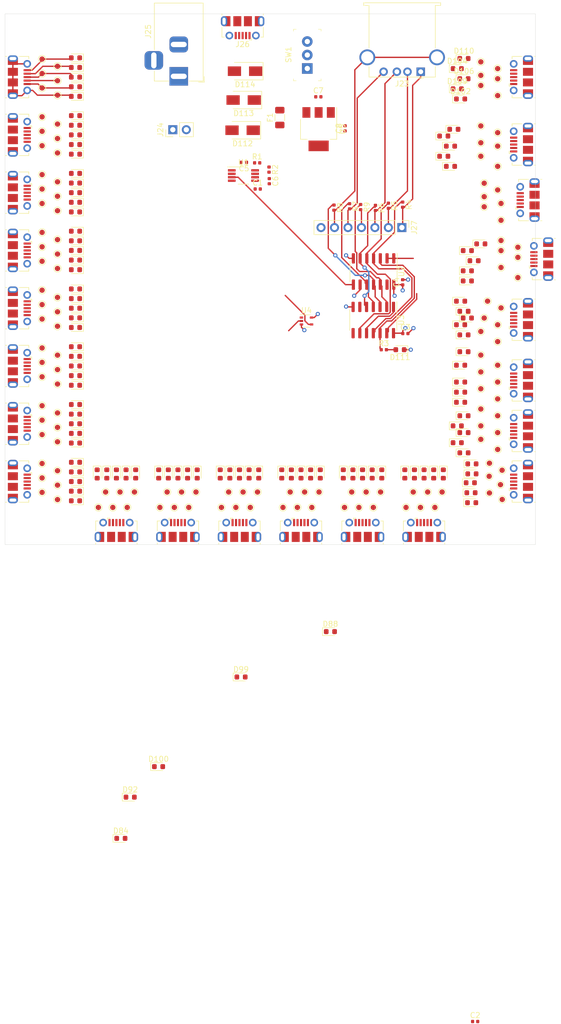
<source format=kicad_pcb>
(kicad_pcb (version 20171130) (host pcbnew 5.1.5+dfsg1-2build2)
  (layers (0 F.Cu signal) (1 In1.Cu signal hide) (2 In2.Cu signal hide) (31 B.Cu signal) (34 B.Paste user) (35 F.Paste user) (36 B.SilkS user) (37 F.SilkS user) (38 B.Mask user) (39 F.Mask user) (44 Edge.Cuts user))
  (net 0 "")
  (net 1 "Net-(C1-Pad1)")
  (net 2 GND)
  (net 3 +3V3)
  (net 4 "Net-(C6-Pad1)")
  (net 5 "Net-(D1-Pad2)")
  (net 6 "Net-(D2-Pad2)")
  (net 7 "Net-(D3-Pad2)")
  (net 8 "Net-(D4-Pad2)")
  (net 9 "Net-(D5-Pad2)")
  (net 10 "Net-(D6-Pad2)")
  (net 11 "Net-(D7-Pad2)")
  (net 12 "Net-(D8-Pad2)")
  (net 13 "Net-(D9-Pad2)")
  (net 14 "Net-(D10-Pad2)")
  (net 15 "Net-(D11-Pad2)")
  (net 16 "Net-(D12-Pad2)")
  (net 17 "Net-(D13-Pad2)")
  (net 18 "Net-(D14-Pad2)")
  (net 19 "Net-(D15-Pad2)")
  (net 20 "Net-(D16-Pad2)")
  (net 21 "Net-(D17-Pad2)")
  (net 22 "Net-(D18-Pad2)")
  (net 23 "Net-(D19-Pad2)")
  (net 24 "Net-(D20-Pad2)")
  (net 25 "Net-(D21-Pad2)")
  (net 26 "Net-(D22-Pad2)")
  (net 27 "Net-(D23-Pad2)")
  (net 28 "Net-(D24-Pad2)")
  (net 29 "Net-(D25-Pad2)")
  (net 30 "Net-(D26-Pad2)")
  (net 31 "Net-(D27-Pad2)")
  (net 32 "Net-(D28-Pad2)")
  (net 33 "Net-(D29-Pad2)")
  (net 34 "Net-(D30-Pad2)")
  (net 35 "Net-(D31-Pad2)")
  (net 36 "Net-(D32-Pad2)")
  (net 37 "Net-(D33-Pad2)")
  (net 38 "Net-(D34-Pad2)")
  (net 39 "Net-(D35-Pad2)")
  (net 40 "Net-(D36-Pad2)")
  (net 41 "Net-(D37-Pad2)")
  (net 42 "Net-(D38-Pad2)")
  (net 43 "Net-(D39-Pad2)")
  (net 44 "Net-(D40-Pad2)")
  (net 45 "Net-(D41-Pad2)")
  (net 46 "Net-(D42-Pad2)")
  (net 47 "Net-(D43-Pad2)")
  (net 48 "Net-(D44-Pad2)")
  (net 49 "Net-(D45-Pad2)")
  (net 50 "Net-(D46-Pad2)")
  (net 51 "Net-(D47-Pad2)")
  (net 52 "Net-(D48-Pad2)")
  (net 53 "Net-(D49-Pad2)")
  (net 54 "Net-(D50-Pad2)")
  (net 55 "Net-(D51-Pad2)")
  (net 56 "Net-(D52-Pad2)")
  (net 57 "Net-(D53-Pad2)")
  (net 58 "Net-(D54-Pad2)")
  (net 59 "Net-(D55-Pad2)")
  (net 60 "Net-(D56-Pad2)")
  (net 61 "Net-(D57-Pad2)")
  (net 62 "Net-(D58-Pad2)")
  (net 63 "Net-(D59-Pad2)")
  (net 64 "Net-(D60-Pad2)")
  (net 65 "Net-(D61-Pad2)")
  (net 66 "Net-(D62-Pad2)")
  (net 67 "Net-(D63-Pad2)")
  (net 68 "Net-(D64-Pad2)")
  (net 69 "Net-(D65-Pad2)")
  (net 70 "Net-(D66-Pad2)")
  (net 71 "Net-(D67-Pad2)")
  (net 72 "Net-(D68-Pad2)")
  (net 73 "Net-(D69-Pad2)")
  (net 74 "Net-(D70-Pad2)")
  (net 75 "Net-(D71-Pad2)")
  (net 76 "Net-(D72-Pad2)")
  (net 77 "Net-(D73-Pad2)")
  (net 78 "Net-(D74-Pad2)")
  (net 79 "Net-(D75-Pad2)")
  (net 80 "Net-(D76-Pad2)")
  (net 81 "Net-(D77-Pad2)")
  (net 82 "Net-(D78-Pad2)")
  (net 83 "Net-(D79-Pad2)")
  (net 84 "Net-(D80-Pad2)")
  (net 85 "Net-(D81-Pad2)")
  (net 86 "Net-(D82-Pad2)")
  (net 87 "Net-(D83-Pad2)")
  (net 88 "Net-(D84-Pad2)")
  (net 89 "Net-(D85-Pad2)")
  (net 90 "Net-(D86-Pad2)")
  (net 91 "Net-(D87-Pad2)")
  (net 92 "Net-(D88-Pad2)")
  (net 93 "Net-(D89-Pad2)")
  (net 94 "Net-(D90-Pad2)")
  (net 95 "Net-(D91-Pad2)")
  (net 96 "Net-(D92-Pad2)")
  (net 97 "Net-(D93-Pad2)")
  (net 98 "Net-(D94-Pad2)")
  (net 99 "Net-(D95-Pad2)")
  (net 100 "Net-(D96-Pad2)")
  (net 101 "Net-(D97-Pad2)")
  (net 102 "Net-(D98-Pad2)")
  (net 103 "Net-(D99-Pad2)")
  (net 104 "Net-(D100-Pad2)")
  (net 105 "Net-(D101-Pad2)")
  (net 106 "Net-(D102-Pad2)")
  (net 107 "Net-(D103-Pad2)")
  (net 108 "Net-(D104-Pad2)")
  (net 109 "Net-(D105-Pad2)")
  (net 110 "Net-(D106-Pad2)")
  (net 111 "Net-(D107-Pad2)")
  (net 112 "Net-(D108-Pad2)")
  (net 113 "Net-(D109-Pad2)")
  (net 114 "Net-(D110-Pad2)")
  (net 115 "Net-(D112-Pad2)")
  (net 116 "Net-(D113-Pad2)")
  (net 117 "Net-(D114-Pad2)")
  (net 118 "Net-(F1-Pad2)")
  (net 119 "Net-(R1-Pad2)")
  (net 120 "Net-(U1-Pad3)")
  (net 121 "Net-(U2-Pad1)")
  (net 122 "Net-(U3-Pad1)")
  (net 123 "Net-(U3-Pad13)")
  (net 124 "Net-(C7-Pad1)")
  (net 125 VIN)
  (net 126 "Net-(J1-Pad4)")
  (net 127 "Net-(J2-Pad4)")
  (net 128 "Net-(J3-Pad4)")
  (net 129 "Net-(J4-Pad4)")
  (net 130 "Net-(J5-Pad4)")
  (net 131 "Net-(J6-Pad4)")
  (net 132 "Net-(J7-Pad4)")
  (net 133 "Net-(J8-Pad4)")
  (net 134 "Net-(J9-Pad4)")
  (net 135 "Net-(J10-Pad4)")
  (net 136 "Net-(J11-Pad4)")
  (net 137 "Net-(J12-Pad4)")
  (net 138 "Net-(J13-Pad4)")
  (net 139 "Net-(J14-Pad4)")
  (net 140 "Net-(J15-Pad4)")
  (net 141 "Net-(J16-Pad4)")
  (net 142 "Net-(J17-Pad4)")
  (net 143 "Net-(J18-Pad4)")
  (net 144 "Net-(J19-Pad4)")
  (net 145 "Net-(J20-Pad4)")
  (net 146 "Net-(J21-Pad4)")
  (net 147 "Net-(J22-Pad4)")
  (net 148 TEST6)
  (net 149 TEST1)
  (net 150 TEST2)
  (net 151 TEST3)
  (net 152 TEST5)
  (net 153 "Net-(J26-Pad6)")
  (net 154 TEST4)
  (net 155 "Net-(R3-Pad1)")
  (net 156 "Net-(R4-Pad1)")
  (net 157 "Net-(R5-Pad1)")
  (net 158 "Net-(R6-Pad1)")
  (net 159 "Net-(R7-Pad1)")
  (net 160 "Net-(R8-Pad1)")
  (net 161 SYNC)
  (net 162 "Net-(R9-Pad1)")
  (module Capacitor_SMD:C_0402_1005Metric (layer F.Cu) (at 97.6376 83.0072)
    (fp_text reference C1 (at 0 -1.17) (layer F.SilkS))
    (fp_text value 100n)
    (pad 1 smd roundrect (at -0.485 0) (size 0.59 0.64) (layers F.Cu F.Paste F.Mask) (net 1 "Net-(C1-Pad1)"))
    (pad 2 smd roundrect (at 0.485 0) (size 0.59 0.64) (layers F.Cu F.Paste F.Mask) (net 2 GND))
  )
  (module Capacitor_SMD:C_0402_1005Metric (layer F.Cu) (at 138.632801 239.864401)
    (fp_text reference C2 (at 0 -1.17) (layer F.SilkS))
    (fp_text value 10u)
    (pad 2 smd roundrect (at 0.485 0) (size 0.59 0.64) (layers F.Cu F.Paste F.Mask) (net 2 GND))
    (pad 1 smd roundrect (at -0.485 0) (size 0.59 0.64) (layers F.Cu F.Paste F.Mask) (net 3 +3V3))
  )
  (module Capacitor_SMD:C_0402_1005Metric (layer F.Cu) (at 125.476 110.236)
    (fp_text reference C3 (at 0 -1.17) (layer F.SilkS))
    (fp_text value 100n)
    (pad 1 smd roundrect (at -0.485 0) (size 0.59 0.64) (layers F.Cu F.Paste F.Mask) (net 3 +3V3))
    (pad 2 smd roundrect (at 0.485 0) (size 0.59 0.64) (layers F.Cu F.Paste F.Mask) (net 2 GND))
  )
  (module Capacitor_SMD:C_0402_1005Metric (layer F.Cu) (at 124.968 100.584 90)
    (fp_text reference C4 (at 0 -1.17 90) (layer F.SilkS))
    (fp_text value 100n)
    (pad 2 smd roundrect (at 0.485 0 90) (size 0.59 0.64) (layers F.Cu F.Paste F.Mask) (net 2 GND))
    (pad 1 smd roundrect (at -0.485 0 90) (size 0.59 0.64) (layers F.Cu F.Paste F.Mask) (net 3 +3V3))
  )
  (module Capacitor_SMD:C_0402_1005Metric (layer F.Cu) (at 99.822 81.534 270)
    (fp_text reference C6 (at 0 -1.17 90) (layer F.SilkS))
    (fp_text value 10u)
    (pad 1 smd roundrect (at -0.485 0 270) (size 0.59 0.64) (layers F.Cu F.Paste F.Mask) (net 4 "Net-(C6-Pad1)"))
    (pad 2 smd roundrect (at 0.485 0 270) (size 0.59 0.64) (layers F.Cu F.Paste F.Mask) (net 2 GND))
  )
  (module Capacitor_SMD:C_0402_1005Metric (layer F.Cu) (at 109.0676 65.6336)
    (fp_text reference C7 (at 0 -1.17) (layer F.SilkS))
    (fp_text value 10u)
    (pad 1 smd roundrect (at -0.485 0) (size 0.59 0.64) (layers F.Cu F.Paste F.Mask) (net 124 "Net-(C7-Pad1)"))
    (pad 2 smd roundrect (at 0.485 0) (size 0.59 0.64) (layers F.Cu F.Paste F.Mask) (net 2 GND))
  )
  (module Capacitor_SMD:C_0402_1005Metric (layer F.Cu) (at 114.0968 71.5772 90)
    (fp_text reference C8 (at 0 -1.17 90) (layer F.SilkS))
    (fp_text value 10u)
    (pad 2 smd roundrect (at 0.485 0 90) (size 0.59 0.64) (layers F.Cu F.Paste F.Mask) (net 2 GND))
    (pad 1 smd roundrect (at -0.485 0 90) (size 0.59 0.64) (layers F.Cu F.Paste F.Mask) (net 3 +3V3))
  )
  (module Diode_SMD:D_SMA (layer F.Cu) (at 94.996 66.2432 180)
    (fp_text reference D113 (at 0 -2.5) (layer F.SilkS))
    (fp_text value SS210)
    (pad 1 smd rect (at -2 0 180) (size 2.5 1.8) (layers F.Cu F.Paste F.Mask) (net 125 VIN))
    (pad 2 smd rect (at 2 0 180) (size 2.5 1.8) (layers F.Cu F.Paste F.Mask) (net 116 "Net-(D113-Pad2)"))
  )
  (module Fuse:Fuse_1206_3216Metric (layer F.Cu) (at 101.8032 69.5452 90)
    (fp_text reference F1 (at 0 -1.82 90) (layer F.SilkS))
    (fp_text value fuse-250mA)
    (pad 1 smd roundrect (at -1.4 0 90) (size 1.25 1.75) (layers F.Cu F.Paste F.Mask) (roundrect_rratio 0.2) (net 124 "Net-(C7-Pad1)"))
    (pad 2 smd roundrect (at 1.4 0 90) (size 1.25 1.75) (layers F.Cu F.Paste F.Mask) (roundrect_rratio 0.2) (net 118 "Net-(F1-Pad2)"))
  )
  (module Connector_BarrelJack:BarrelJack_Horizontal (layer F.Cu) (at 82.7532 61.7728 270)
    (fp_text reference J25 (at -8.45 5.75 90) (layer F.SilkS))
    (fp_text value Barrel_Jack_Switch)
    (pad 1 thru_hole rect (at 0 0 270) (size 3.5 3.5) (drill oval 1 3) (layers *.Cu *.Mask) (net 116 "Net-(D113-Pad2)"))
    (pad 2 thru_hole roundrect (at -6 0 270) (size 3 3.5) (drill oval 1 3) (layers *.Cu *.Mask) (net 2 GND))
    (pad 3 thru_hole roundrect (at -3 4.7 270) (size 3.5 3.5) (drill oval 3 1) (layers *.Cu *.Mask) (net 2 GND))
  )
  (module Connector_PinHeader_2.54mm:PinHeader_1x02_P2.54mm_Vertical (layer F.Cu) (at 81.6356 71.8312 90)
    (fp_text reference J24 (at 0 -2.33 90) (layer F.SilkS))
    (fp_text value Conn_01x02_Male)
    (pad 1 thru_hole rect (at 0 0 90) (size 1.7 1.7) (drill 1) (layers *.Cu *.Mask) (net 115 "Net-(D112-Pad2)"))
    (pad 2 thru_hole oval (at 0 2.54 90) (size 1.7 1.7) (drill 1) (layers *.Cu *.Mask) (net 2 GND))
  )
  (module Connector_USB:USB_A_Stewart_SS-52100-001_Horizontal (layer F.Cu) (at 128.3716 60.9092 180)
    (fp_text reference J23 (at 3.5 -2.26) (layer F.SilkS))
    (fp_text value USB_A)
    (pad 5 thru_hole circle (at 10.07 2.71 180) (size 3 3) (drill 2.3) (layers *.Cu *.Mask) (net 148 TEST6))
    (pad 5 thru_hole circle (at -3.07 2.71 180) (size 3 3) (drill 2.3) (layers *.Cu *.Mask) (net 148 TEST6))
    (pad 1 thru_hole rect (at 0 0 180) (size 1.6 1.6) (drill 0.92) (layers *.Cu *.Mask) (net 149 TEST1))
    (pad 2 thru_hole circle (at 2.5 0 180) (size 1.6 1.6) (drill 0.92) (layers *.Cu *.Mask) (net 150 TEST2))
    (pad 3 thru_hole circle (at 4.5 0 180) (size 1.6 1.6) (drill 0.92) (layers *.Cu *.Mask) (net 151 TEST3))
    (pad 4 thru_hole circle (at 7 0 180) (size 1.6 1.6) (drill 0.92) (layers *.Cu *.Mask) (net 152 TEST5))
  )
  (module Resistor_SMD:R_0402_1005Metric (layer F.Cu) (at 97.536 78.0796)
    (fp_text reference R1 (at 0 -1.17) (layer F.SilkS))
    (fp_text value 10k)
    (pad 2 smd roundrect (at 0.485 0) (size 0.59 0.64) (layers F.Cu F.Paste F.Mask) (net 119 "Net-(R1-Pad2)"))
    (pad 1 smd roundrect (at -0.485 0) (size 0.59 0.64) (layers F.Cu F.Paste F.Mask) (net 3 +3V3))
  )
  (module Resistor_SMD:R_0402_1005Metric (layer F.Cu) (at 99.7712 79.3496 270)
    (fp_text reference R2 (at 0 -1.17 90) (layer F.SilkS))
    (fp_text value 10k)
    (pad 1 smd roundrect (at -0.485 0 270) (size 0.59 0.64) (layers F.Cu F.Paste F.Mask) (net 119 "Net-(R1-Pad2)"))
    (pad 2 smd roundrect (at 0.485 0 270) (size 0.59 0.64) (layers F.Cu F.Paste F.Mask) (net 4 "Net-(C6-Pad1)"))
  )
  (module Package_SO:VSSOP-8_3.0x3.0mm_P0.65mm (layer F.Cu) (at 94.9452 80.4672)
    (fp_text reference U1 (at 0 -2.5) (layer F.SilkS))
    (fp_text value 555)
    (pad 1 smd rect (at -2.2 -0.975 270) (size 0.45 1.45) (layers F.Cu F.Paste F.Mask) (net 2 GND))
    (pad 2 smd rect (at -2.2 -0.325 270) (size 0.45 1.45) (layers F.Cu F.Paste F.Mask) (net 4 "Net-(C6-Pad1)"))
    (pad 3 smd rect (at -2.2 0.325 270) (size 0.45 1.45) (layers F.Cu F.Paste F.Mask) (net 120 "Net-(U1-Pad3)"))
    (pad 4 smd rect (at -2.2 0.975 270) (size 0.45 1.45) (layers F.Cu F.Paste F.Mask) (net 3 +3V3))
    (pad 5 smd rect (at 2.2 0.975 270) (size 0.45 1.45) (layers F.Cu F.Paste F.Mask) (net 1 "Net-(C1-Pad1)"))
    (pad 6 smd rect (at 2.2 0.325 270) (size 0.45 1.45) (layers F.Cu F.Paste F.Mask) (net 4 "Net-(C6-Pad1)"))
    (pad 7 smd rect (at 2.2 -0.325 270) (size 0.45 1.45) (layers F.Cu F.Paste F.Mask) (net 119 "Net-(R1-Pad2)"))
    (pad 8 smd rect (at 2.2 -0.975 270) (size 0.45 1.45) (layers F.Cu F.Paste F.Mask) (net 3 +3V3))
  )
  (module Package_SO:SOIC-14_3.9x8.7mm_P1.27mm (layer F.Cu) (at 119.4816 98.552 270)
    (fp_text reference U2 (at 0 -5.28 90) (layer F.SilkS))
    (fp_text value 74HC164)
    (pad 14 smd roundrect (at 2.475 -3.81 270) (size 1.95 0.6) (layers F.Cu F.Paste F.Mask) (net 3 +3V3))
    (pad 13 smd roundrect (at 2.475 -2.54 270) (size 1.95 0.6) (layers F.Cu F.Paste F.Mask))
    (pad 12 smd roundrect (at 2.475 -1.27 270) (size 1.95 0.6) (layers F.Cu F.Paste F.Mask) (net 162 "Net-(R9-Pad1)"))
    (pad 11 smd roundrect (at 2.475 0 270) (size 1.95 0.6) (layers F.Cu F.Paste F.Mask) (net 160 "Net-(R8-Pad1)"))
    (pad 10 smd roundrect (at 2.475 1.27 270) (size 1.95 0.6) (layers F.Cu F.Paste F.Mask) (net 159 "Net-(R7-Pad1)"))
    (pad 9 smd roundrect (at 2.475 2.54 270) (size 1.95 0.6) (layers F.Cu F.Paste F.Mask) (net 3 +3V3))
    (pad 8 smd roundrect (at 2.475 3.81 270) (size 1.95 0.6) (layers F.Cu F.Paste F.Mask) (net 120 "Net-(U1-Pad3)"))
    (pad 7 smd roundrect (at -2.475 3.81 270) (size 1.95 0.6) (layers F.Cu F.Paste F.Mask) (net 2 GND))
    (pad 6 smd roundrect (at -2.475 2.54 270) (size 1.95 0.6) (layers F.Cu F.Paste F.Mask) (net 158 "Net-(R6-Pad1)"))
    (pad 5 smd roundrect (at -2.475 1.27 270) (size 1.95 0.6) (layers F.Cu F.Paste F.Mask) (net 157 "Net-(R5-Pad1)"))
    (pad 4 smd roundrect (at -2.475 0 270) (size 1.95 0.6) (layers F.Cu F.Paste F.Mask) (net 156 "Net-(R4-Pad1)"))
    (pad 3 smd roundrect (at -2.475 -1.27 270) (size 1.95 0.6) (layers F.Cu F.Paste F.Mask) (net 155 "Net-(R3-Pad1)"))
    (pad 2 smd roundrect (at -2.475 -2.54 270) (size 1.95 0.6) (layers F.Cu F.Paste F.Mask) (net 121 "Net-(U2-Pad1)"))
    (pad 1 smd roundrect (at -2.475 -3.81 270) (size 1.95 0.6) (layers F.Cu F.Paste F.Mask) (net 121 "Net-(U2-Pad1)"))
  )
  (module Package_SO:SOIC-14_3.9x8.7mm_P1.27mm (layer F.Cu) (at 119.4308 107.696 270)
    (fp_text reference U3 (at 0 -5.28 90) (layer F.SilkS))
    (fp_text value 4072)
    (pad 1 smd roundrect (at -2.475 -3.81 270) (size 1.95 0.6) (layers F.Cu F.Paste F.Mask) (net 122 "Net-(U3-Pad1)"))
    (pad 2 smd roundrect (at -2.475 -2.54 270) (size 1.95 0.6) (layers F.Cu F.Paste F.Mask) (net 162 "Net-(R9-Pad1)"))
    (pad 3 smd roundrect (at -2.475 -1.27 270) (size 1.95 0.6) (layers F.Cu F.Paste F.Mask) (net 160 "Net-(R8-Pad1)"))
    (pad 4 smd roundrect (at -2.475 0 270) (size 1.95 0.6) (layers F.Cu F.Paste F.Mask) (net 159 "Net-(R7-Pad1)"))
    (pad 5 smd roundrect (at -2.475 1.27 270) (size 1.95 0.6) (layers F.Cu F.Paste F.Mask) (net 158 "Net-(R6-Pad1)"))
    (pad 6 smd roundrect (at -2.475 2.54 270) (size 1.95 0.6) (layers F.Cu F.Paste F.Mask))
    (pad 7 smd roundrect (at -2.475 3.81 270) (size 1.95 0.6) (layers F.Cu F.Paste F.Mask) (net 2 GND))
    (pad 8 smd roundrect (at 2.475 3.81 270) (size 1.95 0.6) (layers F.Cu F.Paste F.Mask))
    (pad 9 smd roundrect (at 2.475 2.54 270) (size 1.95 0.6) (layers F.Cu F.Paste F.Mask) (net 157 "Net-(R5-Pad1)"))
    (pad 10 smd roundrect (at 2.475 1.27 270) (size 1.95 0.6) (layers F.Cu F.Paste F.Mask) (net 122 "Net-(U3-Pad1)"))
    (pad 11 smd roundrect (at 2.475 0 270) (size 1.95 0.6) (layers F.Cu F.Paste F.Mask) (net 156 "Net-(R4-Pad1)"))
    (pad 12 smd roundrect (at 2.475 -1.27 270) (size 1.95 0.6) (layers F.Cu F.Paste F.Mask) (net 155 "Net-(R3-Pad1)"))
    (pad 13 smd roundrect (at 2.475 -2.54 270) (size 1.95 0.6) (layers F.Cu F.Paste F.Mask) (net 123 "Net-(U3-Pad13)"))
    (pad 14 smd roundrect (at 2.475 -3.81 270) (size 1.95 0.6) (layers F.Cu F.Paste F.Mask) (net 3 +3V3))
  )
  (module Package_TO_SOT_SMD:SOT-223-3_TabPin2 (layer F.Cu) (at 109.1184 71.7296 270)
    (fp_text reference U5 (at 0 -4.5 90) (layer F.SilkS))
    (fp_text value AP1117-33)
    (pad 2 smd rect (at 3.15 0 270) (size 2 3.8) (layers F.Cu F.Paste F.Mask) (net 3 +3V3))
    (pad 2 smd rect (at -3.15 0 270) (size 2 1.5) (layers F.Cu F.Paste F.Mask) (net 3 +3V3))
    (pad 3 smd rect (at -3.15 2.3 270) (size 2 1.5) (layers F.Cu F.Paste F.Mask) (net 124 "Net-(C7-Pad1)"))
    (pad 1 smd rect (at -3.15 -2.3 270) (size 2 1.5) (layers F.Cu F.Paste F.Mask) (net 2 GND))
  )
  (module Capacitor_SMD:C_0402_1005Metric (layer F.Cu) (at 95.0468 77.978 180)
    (fp_text reference C5 (at 0 -1.17) (layer F.SilkS))
    (fp_text value 100n)
    (pad 1 smd roundrect (at -0.485 0 180) (size 0.59 0.64) (layers F.Cu F.Paste F.Mask) (net 3 +3V3))
    (pad 2 smd roundrect (at 0.485 0 180) (size 0.59 0.64) (layers F.Cu F.Paste F.Mask) (net 2 GND))
  )
  (module LED_SMD:LED_0603_1608Metric (layer F.Cu) (at 63.2824 58.2952 180)
    (fp_text reference D1 hide)
    (fp_text value ledred)
    (pad 1 smd roundrect (at -0.7875 0 180) (size 0.875 0.95) (layers F.Cu F.Paste F.Mask) (net 2 GND))
    (pad 2 smd roundrect (at 0.7875 0 180) (size 0.875 0.95) (layers F.Cu F.Paste F.Mask) (net 5 "Net-(D1-Pad2)"))
  )
  (module LED_SMD:LED_0603_1608Metric (layer F.Cu) (at 63.2824 69.180914 180)
    (fp_text reference D2 hide)
    (fp_text value ledred)
    (pad 2 smd roundrect (at 0.7875 0 180) (size 0.875 0.95) (layers F.Cu F.Paste F.Mask) (net 6 "Net-(D2-Pad2)"))
    (pad 1 smd roundrect (at -0.7875 0 180) (size 0.875 0.95) (layers F.Cu F.Paste F.Mask) (net 2 GND))
  )
  (module LED_SMD:LED_0603_1608Metric (layer F.Cu) (at 63.2824 80.066628 180)
    (fp_text reference D3 hide)
    (fp_text value ledred)
    (pad 2 smd roundrect (at 0.7875 0 180) (size 0.875 0.95) (layers F.Cu F.Paste F.Mask) (net 7 "Net-(D3-Pad2)"))
    (pad 1 smd roundrect (at -0.7875 0 180) (size 0.875 0.95) (layers F.Cu F.Paste F.Mask) (net 2 GND))
  )
  (module LED_SMD:LED_0603_1608Metric (layer F.Cu) (at 63.2824 90.952342 180)
    (fp_text reference D4 hide)
    (fp_text value ledred)
    (pad 2 smd roundrect (at 0.7875 0 180) (size 0.875 0.95) (layers F.Cu F.Paste F.Mask) (net 8 "Net-(D4-Pad2)"))
    (pad 1 smd roundrect (at -0.7875 0 180) (size 0.875 0.95) (layers F.Cu F.Paste F.Mask) (net 2 GND))
  )
  (module LED_SMD:LED_0603_1608Metric (layer F.Cu) (at 63.2824 63.7402 180)
    (fp_text reference D5 hide)
    (fp_text value ledred)
    (pad 2 smd roundrect (at 0.7875 0 180) (size 0.875 0.95) (layers F.Cu F.Paste F.Mask) (net 9 "Net-(D5-Pad2)"))
    (pad 1 smd roundrect (at -0.7875 0 180) (size 0.875 0.95) (layers F.Cu F.Paste F.Mask) (net 2 GND))
  )
  (module LED_SMD:LED_0603_1608Metric (layer F.Cu) (at 63.2824 74.625914 180)
    (fp_text reference D6 hide)
    (fp_text value ledred)
    (pad 1 smd roundrect (at -0.7875 0 180) (size 0.875 0.95) (layers F.Cu F.Paste F.Mask) (net 2 GND))
    (pad 2 smd roundrect (at 0.7875 0 180) (size 0.875 0.95) (layers F.Cu F.Paste F.Mask) (net 10 "Net-(D6-Pad2)"))
  )
  (module LED_SMD:LED_0603_1608Metric (layer F.Cu) (at 63.2824 85.511628 180)
    (fp_text reference D7 hide)
    (fp_text value ledred)
    (pad 1 smd roundrect (at -0.7875 0 180) (size 0.875 0.95) (layers F.Cu F.Paste F.Mask) (net 2 GND))
    (pad 2 smd roundrect (at 0.7875 0 180) (size 0.875 0.95) (layers F.Cu F.Paste F.Mask) (net 11 "Net-(D7-Pad2)"))
  )
  (module LED_SMD:LED_0603_1608Metric (layer F.Cu) (at 63.2824 96.397342 180)
    (fp_text reference D8 hide)
    (fp_text value ledred)
    (pad 1 smd roundrect (at -0.7875 0 180) (size 0.875 0.95) (layers F.Cu F.Paste F.Mask) (net 2 GND))
    (pad 2 smd roundrect (at 0.7875 0 180) (size 0.875 0.95) (layers F.Cu F.Paste F.Mask) (net 12 "Net-(D8-Pad2)"))
  )
  (module LED_SMD:LED_0603_1608Metric (layer F.Cu) (at 63.2824 61.9252 180)
    (fp_text reference D9 hide)
    (fp_text value ledred)
    (pad 1 smd roundrect (at -0.7875 0 180) (size 0.875 0.95) (layers F.Cu F.Paste F.Mask) (net 2 GND))
    (pad 2 smd roundrect (at 0.7875 0 180) (size 0.875 0.95) (layers F.Cu F.Paste F.Mask) (net 13 "Net-(D9-Pad2)"))
  )
  (module LED_SMD:LED_0603_1608Metric (layer F.Cu) (at 63.2824 72.810914 180)
    (fp_text reference D10 hide)
    (fp_text value ledred)
    (pad 2 smd roundrect (at 0.7875 0 180) (size 0.875 0.95) (layers F.Cu F.Paste F.Mask) (net 14 "Net-(D10-Pad2)"))
    (pad 1 smd roundrect (at -0.7875 0 180) (size 0.875 0.95) (layers F.Cu F.Paste F.Mask) (net 2 GND))
  )
  (module LED_SMD:LED_0603_1608Metric (layer F.Cu) (at 63.2824 83.696628 180)
    (fp_text reference D11 hide)
    (fp_text value ledred)
    (pad 2 smd roundrect (at 0.7875 0 180) (size 0.875 0.95) (layers F.Cu F.Paste F.Mask) (net 15 "Net-(D11-Pad2)"))
    (pad 1 smd roundrect (at -0.7875 0 180) (size 0.875 0.95) (layers F.Cu F.Paste F.Mask) (net 2 GND))
  )
  (module LED_SMD:LED_0603_1608Metric (layer F.Cu) (at 63.2824 94.582342 180)
    (fp_text reference D12 hide)
    (fp_text value ledred)
    (pad 2 smd roundrect (at 0.7875 0 180) (size 0.875 0.95) (layers F.Cu F.Paste F.Mask) (net 16 "Net-(D12-Pad2)"))
    (pad 1 smd roundrect (at -0.7875 0 180) (size 0.875 0.95) (layers F.Cu F.Paste F.Mask) (net 2 GND))
  )
  (module LED_SMD:LED_0603_1608Metric (layer F.Cu) (at 63.2824 60.1102 180)
    (fp_text reference D13 hide)
    (fp_text value ledred)
    (pad 1 smd roundrect (at -0.7875 0 180) (size 0.875 0.95) (layers F.Cu F.Paste F.Mask) (net 2 GND))
    (pad 2 smd roundrect (at 0.7875 0 180) (size 0.875 0.95) (layers F.Cu F.Paste F.Mask) (net 17 "Net-(D13-Pad2)"))
  )
  (module LED_SMD:LED_0603_1608Metric (layer F.Cu) (at 63.2824 65.5552 180)
    (fp_text reference D14 hide)
    (fp_text value ledred)
    (pad 1 smd roundrect (at -0.7875 0 180) (size 0.875 0.95) (layers F.Cu F.Paste F.Mask) (net 2 GND))
    (pad 2 smd roundrect (at 0.7875 0 180) (size 0.875 0.95) (layers F.Cu F.Paste F.Mask) (net 18 "Net-(D14-Pad2)"))
  )
  (module LED_SMD:LED_0603_1608Metric (layer F.Cu) (at 63.2824 70.995914 180)
    (fp_text reference D15 hide)
    (fp_text value ledred)
    (pad 2 smd roundrect (at 0.7875 0 180) (size 0.875 0.95) (layers F.Cu F.Paste F.Mask) (net 19 "Net-(D15-Pad2)"))
    (pad 1 smd roundrect (at -0.7875 0 180) (size 0.875 0.95) (layers F.Cu F.Paste F.Mask) (net 2 GND))
  )
  (module LED_SMD:LED_0603_1608Metric (layer F.Cu) (at 63.2824 76.440914 180)
    (fp_text reference D16 hide)
    (fp_text value ledred)
    (pad 2 smd roundrect (at 0.7875 0 180) (size 0.875 0.95) (layers F.Cu F.Paste F.Mask) (net 20 "Net-(D16-Pad2)"))
    (pad 1 smd roundrect (at -0.7875 0 180) (size 0.875 0.95) (layers F.Cu F.Paste F.Mask) (net 2 GND))
  )
  (module LED_SMD:LED_0603_1608Metric (layer F.Cu) (at 63.2824 81.881628 180)
    (fp_text reference D17 hide)
    (fp_text value ledred)
    (pad 1 smd roundrect (at -0.7875 0 180) (size 0.875 0.95) (layers F.Cu F.Paste F.Mask) (net 2 GND))
    (pad 2 smd roundrect (at 0.7875 0 180) (size 0.875 0.95) (layers F.Cu F.Paste F.Mask) (net 21 "Net-(D17-Pad2)"))
  )
  (module LED_SMD:LED_0603_1608Metric (layer F.Cu) (at 63.2824 87.326628 180)
    (fp_text reference D18 hide)
    (fp_text value ledred)
    (pad 2 smd roundrect (at 0.7875 0 180) (size 0.875 0.95) (layers F.Cu F.Paste F.Mask) (net 22 "Net-(D18-Pad2)"))
    (pad 1 smd roundrect (at -0.7875 0 180) (size 0.875 0.95) (layers F.Cu F.Paste F.Mask) (net 2 GND))
  )
  (module LED_SMD:LED_0603_1608Metric (layer F.Cu) (at 63.2824 92.767342 180)
    (fp_text reference D19 hide)
    (fp_text value ledred)
    (pad 1 smd roundrect (at -0.7875 0 180) (size 0.875 0.95) (layers F.Cu F.Paste F.Mask) (net 2 GND))
    (pad 2 smd roundrect (at 0.7875 0 180) (size 0.875 0.95) (layers F.Cu F.Paste F.Mask) (net 23 "Net-(D19-Pad2)"))
  )
  (module LED_SMD:LED_0603_1608Metric (layer F.Cu) (at 63.2824 98.212342 180)
    (fp_text reference D20 hide)
    (fp_text value ledred)
    (pad 2 smd roundrect (at 0.7875 0 180) (size 0.875 0.95) (layers F.Cu F.Paste F.Mask) (net 24 "Net-(D20-Pad2)"))
    (pad 1 smd roundrect (at -0.7875 0 180) (size 0.875 0.95) (layers F.Cu F.Paste F.Mask) (net 2 GND))
  )
  (module LED_SMD:LED_0603_1608Metric (layer F.Cu) (at 63.2824 101.838056 180)
    (fp_text reference D21 hide)
    (fp_text value ledred)
    (pad 1 smd roundrect (at -0.7875 0 180) (size 0.875 0.95) (layers F.Cu F.Paste F.Mask) (net 2 GND))
    (pad 2 smd roundrect (at 0.7875 0 180) (size 0.875 0.95) (layers F.Cu F.Paste F.Mask) (net 25 "Net-(D21-Pad2)"))
  )
  (module LED_SMD:LED_0603_1608Metric (layer F.Cu) (at 63.2824 112.72377 180)
    (fp_text reference D22 hide)
    (fp_text value ledred)
    (pad 2 smd roundrect (at 0.7875 0 180) (size 0.875 0.95) (layers F.Cu F.Paste F.Mask) (net 26 "Net-(D22-Pad2)"))
    (pad 1 smd roundrect (at -0.7875 0 180) (size 0.875 0.95) (layers F.Cu F.Paste F.Mask) (net 2 GND))
  )
  (module LED_SMD:LED_0603_1608Metric (layer F.Cu) (at 63.2824 123.609484 180)
    (fp_text reference D23 hide)
    (fp_text value ledred)
    (pad 2 smd roundrect (at 0.7875 0 180) (size 0.875 0.95) (layers F.Cu F.Paste F.Mask) (net 27 "Net-(D23-Pad2)"))
    (pad 1 smd roundrect (at -0.7875 0 180) (size 0.875 0.95) (layers F.Cu F.Paste F.Mask) (net 2 GND))
  )
  (module LED_SMD:LED_0603_1608Metric (layer F.Cu) (at 63.2824 134.4952 180)
    (fp_text reference D24 hide)
    (fp_text value ledred)
    (pad 2 smd roundrect (at 0.7875 0 180) (size 0.875 0.95) (layers F.Cu F.Paste F.Mask) (net 28 "Net-(D24-Pad2)"))
    (pad 1 smd roundrect (at -0.7875 0 180) (size 0.875 0.95) (layers F.Cu F.Paste F.Mask) (net 2 GND))
  )
  (module LED_SMD:LED_0603_1608Metric (layer F.Cu) (at 63.2824 107.283056 180)
    (fp_text reference D25 hide)
    (fp_text value ledred)
    (pad 2 smd roundrect (at 0.7875 0 180) (size 0.875 0.95) (layers F.Cu F.Paste F.Mask) (net 29 "Net-(D25-Pad2)"))
    (pad 1 smd roundrect (at -0.7875 0 180) (size 0.875 0.95) (layers F.Cu F.Paste F.Mask) (net 2 GND))
  )
  (module LED_SMD:LED_0603_1608Metric (layer F.Cu) (at 63.2824 118.16877 180)
    (fp_text reference D26 hide)
    (fp_text value ledred)
    (pad 1 smd roundrect (at -0.7875 0 180) (size 0.875 0.95) (layers F.Cu F.Paste F.Mask) (net 2 GND))
    (pad 2 smd roundrect (at 0.7875 0 180) (size 0.875 0.95) (layers F.Cu F.Paste F.Mask) (net 30 "Net-(D26-Pad2)"))
  )
  (module LED_SMD:LED_0603_1608Metric (layer F.Cu) (at 63.2824 129.054484 180)
    (fp_text reference D27 hide)
    (fp_text value ledred)
    (pad 2 smd roundrect (at 0.7875 0 180) (size 0.875 0.95) (layers F.Cu F.Paste F.Mask) (net 31 "Net-(D27-Pad2)"))
    (pad 1 smd roundrect (at -0.7875 0 180) (size 0.875 0.95) (layers F.Cu F.Paste F.Mask) (net 2 GND))
  )
  (module LED_SMD:LED_0603_1608Metric (layer F.Cu) (at 63.2824 139.9402 180)
    (fp_text reference D28 hide)
    (fp_text value ledred)
    (pad 2 smd roundrect (at 0.7875 0 180) (size 0.875 0.95) (layers F.Cu F.Paste F.Mask) (net 32 "Net-(D28-Pad2)"))
    (pad 1 smd roundrect (at -0.7875 0 180) (size 0.875 0.95) (layers F.Cu F.Paste F.Mask) (net 2 GND))
  )
  (module LED_SMD:LED_0603_1608Metric (layer F.Cu) (at 63.2824 105.468056 180)
    (fp_text reference D29 hide)
    (fp_text value ledred)
    (pad 2 smd roundrect (at 0.7875 0 180) (size 0.875 0.95) (layers F.Cu F.Paste F.Mask) (net 33 "Net-(D29-Pad2)"))
    (pad 1 smd roundrect (at -0.7875 0 180) (size 0.875 0.95) (layers F.Cu F.Paste F.Mask) (net 2 GND))
  )
  (module LED_SMD:LED_0603_1608Metric (layer F.Cu) (at 63.2824 116.35377 180)
    (fp_text reference D30 hide)
    (fp_text value ledred)
    (pad 1 smd roundrect (at -0.7875 0 180) (size 0.875 0.95) (layers F.Cu F.Paste F.Mask) (net 2 GND))
    (pad 2 smd roundrect (at 0.7875 0 180) (size 0.875 0.95) (layers F.Cu F.Paste F.Mask) (net 34 "Net-(D30-Pad2)"))
  )
  (module LED_SMD:LED_0603_1608Metric (layer F.Cu) (at 63.2824 127.239484 180)
    (fp_text reference D31 hide)
    (fp_text value ledred)
    (pad 2 smd roundrect (at 0.7875 0 180) (size 0.875 0.95) (layers F.Cu F.Paste F.Mask) (net 35 "Net-(D31-Pad2)"))
    (pad 1 smd roundrect (at -0.7875 0 180) (size 0.875 0.95) (layers F.Cu F.Paste F.Mask) (net 2 GND))
  )
  (module LED_SMD:LED_0603_1608Metric (layer F.Cu) (at 63.2824 138.1252 180)
    (fp_text reference D32 hide)
    (fp_text value ledred)
    (pad 1 smd roundrect (at -0.7875 0 180) (size 0.875 0.95) (layers F.Cu F.Paste F.Mask) (net 2 GND))
    (pad 2 smd roundrect (at 0.7875 0 180) (size 0.875 0.95) (layers F.Cu F.Paste F.Mask) (net 36 "Net-(D32-Pad2)"))
  )
  (module LED_SMD:LED_0603_1608Metric (layer F.Cu) (at 63.2824 103.653056 180)
    (fp_text reference D33 hide)
    (fp_text value ledred)
    (pad 2 smd roundrect (at 0.7875 0 180) (size 0.875 0.95) (layers F.Cu F.Paste F.Mask) (net 37 "Net-(D33-Pad2)"))
    (pad 1 smd roundrect (at -0.7875 0 180) (size 0.875 0.95) (layers F.Cu F.Paste F.Mask) (net 2 GND))
  )
  (module LED_SMD:LED_0603_1608Metric (layer F.Cu) (at 63.2824 109.098056 180)
    (fp_text reference D34 hide)
    (fp_text value ledred)
    (pad 2 smd roundrect (at 0.7875 0 180) (size 0.875 0.95) (layers F.Cu F.Paste F.Mask) (net 38 "Net-(D34-Pad2)"))
    (pad 1 smd roundrect (at -0.7875 0 180) (size 0.875 0.95) (layers F.Cu F.Paste F.Mask) (net 2 GND))
  )
  (module LED_SMD:LED_0603_1608Metric (layer F.Cu) (at 63.2824 114.53877 180)
    (fp_text reference D35 hide)
    (fp_text value ledred)
    (pad 1 smd roundrect (at -0.7875 0 180) (size 0.875 0.95) (layers F.Cu F.Paste F.Mask) (net 2 GND))
    (pad 2 smd roundrect (at 0.7875 0 180) (size 0.875 0.95) (layers F.Cu F.Paste F.Mask) (net 39 "Net-(D35-Pad2)"))
  )
  (module LED_SMD:LED_0603_1608Metric (layer F.Cu) (at 63.2824 119.98377 180)
    (fp_text reference D36 hide)
    (fp_text value ledred)
    (pad 2 smd roundrect (at 0.7875 0 180) (size 0.875 0.95) (layers F.Cu F.Paste F.Mask) (net 40 "Net-(D36-Pad2)"))
    (pad 1 smd roundrect (at -0.7875 0 180) (size 0.875 0.95) (layers F.Cu F.Paste F.Mask) (net 2 GND))
  )
  (module LED_SMD:LED_0603_1608Metric (layer F.Cu) (at 63.2824 125.424484 180)
    (fp_text reference D37 hide)
    (fp_text value ledred)
    (pad 1 smd roundrect (at -0.7875 0 180) (size 0.875 0.95) (layers F.Cu F.Paste F.Mask) (net 2 GND))
    (pad 2 smd roundrect (at 0.7875 0 180) (size 0.875 0.95) (layers F.Cu F.Paste F.Mask) (net 41 "Net-(D37-Pad2)"))
  )
  (module LED_SMD:LED_0603_1608Metric (layer F.Cu) (at 63.2824 130.869484 180)
    (fp_text reference D38 hide)
    (fp_text value ledred)
    (pad 1 smd roundrect (at -0.7875 0 180) (size 0.875 0.95) (layers F.Cu F.Paste F.Mask) (net 2 GND))
    (pad 2 smd roundrect (at 0.7875 0 180) (size 0.875 0.95) (layers F.Cu F.Paste F.Mask) (net 42 "Net-(D38-Pad2)"))
  )
  (module LED_SMD:LED_0603_1608Metric (layer F.Cu) (at 63.2824 136.3102 180)
    (fp_text reference D39 hide)
    (fp_text value ledred)
    (pad 2 smd roundrect (at 0.7875 0 180) (size 0.875 0.95) (layers F.Cu F.Paste F.Mask) (net 43 "Net-(D39-Pad2)"))
    (pad 1 smd roundrect (at -0.7875 0 180) (size 0.875 0.95) (layers F.Cu F.Paste F.Mask) (net 2 GND))
  )
  (module LED_SMD:LED_0603_1608Metric (layer F.Cu) (at 63.2824 141.7552 180)
    (fp_text reference D40 hide)
    (fp_text value ledred)
    (pad 2 smd roundrect (at 0.7875 0 180) (size 0.875 0.95) (layers F.Cu F.Paste F.Mask) (net 44 "Net-(D40-Pad2)"))
    (pad 1 smd roundrect (at -0.7875 0 180) (size 0.875 0.95) (layers F.Cu F.Paste F.Mask) (net 2 GND))
  )
  (module LED_SMD:LED_0603_1608Metric (layer F.Cu) (at 67.37 136.7 270)
    (fp_text reference D41 hide)
    (fp_text value ledred)
    (pad 1 smd roundrect (at -0.7875 0 270) (size 0.875 0.95) (layers F.Cu F.Paste F.Mask) (net 2 GND))
    (pad 2 smd roundrect (at 0.7875 0 270) (size 0.875 0.95) (layers F.Cu F.Paste F.Mask) (net 45 "Net-(D41-Pad2)"))
  )
  (module LED_SMD:LED_0603_1608Metric (layer F.Cu) (at 78.97 136.7 270)
    (fp_text reference D42 hide)
    (fp_text value ledred)
    (pad 2 smd roundrect (at 0.7875 0 270) (size 0.875 0.95) (layers F.Cu F.Paste F.Mask) (net 46 "Net-(D42-Pad2)"))
    (pad 1 smd roundrect (at -0.7875 0 270) (size 0.875 0.95) (layers F.Cu F.Paste F.Mask) (net 2 GND))
  )
  (module LED_SMD:LED_0603_1608Metric (layer F.Cu) (at 90.57 136.7 270)
    (fp_text reference D43 hide)
    (fp_text value ledred)
    (pad 2 smd roundrect (at 0.7875 0 270) (size 0.875 0.95) (layers F.Cu F.Paste F.Mask) (net 47 "Net-(D43-Pad2)"))
    (pad 1 smd roundrect (at -0.7875 0 270) (size 0.875 0.95) (layers F.Cu F.Paste F.Mask) (net 2 GND))
  )
  (module LED_SMD:LED_0603_1608Metric (layer F.Cu) (at 102.17 136.7 270)
    (fp_text reference D44 hide)
    (fp_text value ledred)
    (pad 1 smd roundrect (at -0.7875 0 270) (size 0.875 0.95) (layers F.Cu F.Paste F.Mask) (net 2 GND))
    (pad 2 smd roundrect (at 0.7875 0 270) (size 0.875 0.95) (layers F.Cu F.Paste F.Mask) (net 48 "Net-(D44-Pad2)"))
  )
  (module LED_SMD:LED_0603_1608Metric (layer F.Cu) (at 72.815 136.7 270)
    (fp_text reference D45 hide)
    (fp_text value ledred)
    (pad 2 smd roundrect (at 0.7875 0 270) (size 0.875 0.95) (layers F.Cu F.Paste F.Mask) (net 49 "Net-(D45-Pad2)"))
    (pad 1 smd roundrect (at -0.7875 0 270) (size 0.875 0.95) (layers F.Cu F.Paste F.Mask) (net 2 GND))
  )
  (module LED_SMD:LED_0603_1608Metric (layer F.Cu) (at 84.415 136.7 270)
    (fp_text reference D46 hide)
    (fp_text value ledred)
    (pad 2 smd roundrect (at 0.7875 0 270) (size 0.875 0.95) (layers F.Cu F.Paste F.Mask) (net 50 "Net-(D46-Pad2)"))
    (pad 1 smd roundrect (at -0.7875 0 270) (size 0.875 0.95) (layers F.Cu F.Paste F.Mask) (net 2 GND))
  )
  (module LED_SMD:LED_0603_1608Metric (layer F.Cu) (at 96.015 136.7 270)
    (fp_text reference D47 hide)
    (fp_text value ledred)
    (pad 2 smd roundrect (at 0.7875 0 270) (size 0.875 0.95) (layers F.Cu F.Paste F.Mask) (net 51 "Net-(D47-Pad2)"))
    (pad 1 smd roundrect (at -0.7875 0 270) (size 0.875 0.95) (layers F.Cu F.Paste F.Mask) (net 2 GND))
  )
  (module LED_SMD:LED_0603_1608Metric (layer F.Cu) (at 107.615 136.7 270)
    (fp_text reference D48 hide)
    (fp_text value ledred)
    (pad 2 smd roundrect (at 0.7875 0 270) (size 0.875 0.95) (layers F.Cu F.Paste F.Mask) (net 52 "Net-(D48-Pad2)"))
    (pad 1 smd roundrect (at -0.7875 0 270) (size 0.875 0.95) (layers F.Cu F.Paste F.Mask) (net 2 GND))
  )
  (module LED_SMD:LED_0603_1608Metric (layer F.Cu) (at 71 136.7 270)
    (fp_text reference D49 hide)
    (fp_text value ledred)
    (pad 2 smd roundrect (at 0.7875 0 270) (size 0.875 0.95) (layers F.Cu F.Paste F.Mask) (net 53 "Net-(D49-Pad2)"))
    (pad 1 smd roundrect (at -0.7875 0 270) (size 0.875 0.95) (layers F.Cu F.Paste F.Mask) (net 2 GND))
  )
  (module LED_SMD:LED_0603_1608Metric (layer F.Cu) (at 82.6 136.7 270)
    (fp_text reference D50 hide)
    (fp_text value ledred)
    (pad 1 smd roundrect (at -0.7875 0 270) (size 0.875 0.95) (layers F.Cu F.Paste F.Mask) (net 2 GND))
    (pad 2 smd roundrect (at 0.7875 0 270) (size 0.875 0.95) (layers F.Cu F.Paste F.Mask) (net 54 "Net-(D50-Pad2)"))
  )
  (module LED_SMD:LED_0603_1608Metric (layer F.Cu) (at 94.2 136.7 270)
    (fp_text reference D51 hide)
    (fp_text value ledred)
    (pad 1 smd roundrect (at -0.7875 0 270) (size 0.875 0.95) (layers F.Cu F.Paste F.Mask) (net 2 GND))
    (pad 2 smd roundrect (at 0.7875 0 270) (size 0.875 0.95) (layers F.Cu F.Paste F.Mask) (net 55 "Net-(D51-Pad2)"))
  )
  (module LED_SMD:LED_0603_1608Metric (layer F.Cu) (at 105.8 136.7 270)
    (fp_text reference D52 hide)
    (fp_text value ledred)
    (pad 1 smd roundrect (at -0.7875 0 270) (size 0.875 0.95) (layers F.Cu F.Paste F.Mask) (net 2 GND))
    (pad 2 smd roundrect (at 0.7875 0 270) (size 0.875 0.95) (layers F.Cu F.Paste F.Mask) (net 56 "Net-(D52-Pad2)"))
  )
  (module LED_SMD:LED_0603_1608Metric (layer F.Cu) (at 69.185 136.7 270)
    (fp_text reference D53 hide)
    (fp_text value ledred)
    (pad 2 smd roundrect (at 0.7875 0 270) (size 0.875 0.95) (layers F.Cu F.Paste F.Mask) (net 57 "Net-(D53-Pad2)"))
    (pad 1 smd roundrect (at -0.7875 0 270) (size 0.875 0.95) (layers F.Cu F.Paste F.Mask) (net 2 GND))
  )
  (module LED_SMD:LED_0603_1608Metric (layer F.Cu) (at 74.63 136.7 270)
    (fp_text reference D54 hide)
    (fp_text value ledred)
    (pad 1 smd roundrect (at -0.7875 0 270) (size 0.875 0.95) (layers F.Cu F.Paste F.Mask) (net 2 GND))
    (pad 2 smd roundrect (at 0.7875 0 270) (size 0.875 0.95) (layers F.Cu F.Paste F.Mask) (net 58 "Net-(D54-Pad2)"))
  )
  (module LED_SMD:LED_0603_1608Metric (layer F.Cu) (at 80.785 136.7 270)
    (fp_text reference D55 hide)
    (fp_text value ledred)
    (pad 2 smd roundrect (at 0.7875 0 270) (size 0.875 0.95) (layers F.Cu F.Paste F.Mask) (net 59 "Net-(D55-Pad2)"))
    (pad 1 smd roundrect (at -0.7875 0 270) (size 0.875 0.95) (layers F.Cu F.Paste F.Mask) (net 2 GND))
  )
  (module LED_SMD:LED_0603_1608Metric (layer F.Cu) (at 86.23 136.7 270)
    (fp_text reference D56 hide)
    (fp_text value ledred)
    (pad 2 smd roundrect (at 0.7875 0 270) (size 0.875 0.95) (layers F.Cu F.Paste F.Mask) (net 60 "Net-(D56-Pad2)"))
    (pad 1 smd roundrect (at -0.7875 0 270) (size 0.875 0.95) (layers F.Cu F.Paste F.Mask) (net 2 GND))
  )
  (module LED_SMD:LED_0603_1608Metric (layer F.Cu) (at 92.385 136.7 270)
    (fp_text reference D57 hide)
    (fp_text value ledred)
    (pad 1 smd roundrect (at -0.7875 0 270) (size 0.875 0.95) (layers F.Cu F.Paste F.Mask) (net 2 GND))
    (pad 2 smd roundrect (at 0.7875 0 270) (size 0.875 0.95) (layers F.Cu F.Paste F.Mask) (net 61 "Net-(D57-Pad2)"))
  )
  (module LED_SMD:LED_0603_1608Metric (layer F.Cu) (at 97.83 136.7 270)
    (fp_text reference D58 hide)
    (fp_text value ledred)
    (pad 1 smd roundrect (at -0.7875 0 270) (size 0.875 0.95) (layers F.Cu F.Paste F.Mask) (net 2 GND))
    (pad 2 smd roundrect (at 0.7875 0 270) (size 0.875 0.95) (layers F.Cu F.Paste F.Mask) (net 62 "Net-(D58-Pad2)"))
  )
  (module LED_SMD:LED_0603_1608Metric (layer F.Cu) (at 103.985 136.7 270)
    (fp_text reference D59 hide)
    (fp_text value ledred)
    (pad 1 smd roundrect (at -0.7875 0 270) (size 0.875 0.95) (layers F.Cu F.Paste F.Mask) (net 2 GND))
    (pad 2 smd roundrect (at 0.7875 0 270) (size 0.875 0.95) (layers F.Cu F.Paste F.Mask) (net 63 "Net-(D59-Pad2)"))
  )
  (module LED_SMD:LED_0603_1608Metric (layer F.Cu) (at 109.43 136.7 270)
    (fp_text reference D60 hide)
    (fp_text value ledred)
    (pad 1 smd roundrect (at -0.7875 0 270) (size 0.875 0.95) (layers F.Cu F.Paste F.Mask) (net 2 GND))
    (pad 2 smd roundrect (at 0.7875 0 270) (size 0.875 0.95) (layers F.Cu F.Paste F.Mask) (net 64 "Net-(D60-Pad2)"))
  )
  (module LED_SMD:LED_0603_1608Metric (layer F.Cu) (at 113.77 136.7 270)
    (fp_text reference D61 hide)
    (fp_text value ledred)
    (pad 2 smd roundrect (at 0.7875 0 270) (size 0.875 0.95) (layers F.Cu F.Paste F.Mask) (net 65 "Net-(D61-Pad2)"))
    (pad 1 smd roundrect (at -0.7875 0 270) (size 0.875 0.95) (layers F.Cu F.Paste F.Mask) (net 2 GND))
  )
  (module LED_SMD:LED_0603_1608Metric (layer F.Cu) (at 125.37 136.7 270)
    (fp_text reference D62 hide)
    (fp_text value ledred)
    (pad 2 smd roundrect (at 0.7875 0 270) (size 0.875 0.95) (layers F.Cu F.Paste F.Mask) (net 66 "Net-(D62-Pad2)"))
    (pad 1 smd roundrect (at -0.7875 0 270) (size 0.875 0.95) (layers F.Cu F.Paste F.Mask) (net 2 GND))
  )
  (module LED_SMD:LED_0603_1608Metric (layer F.Cu) (at 137.9728 142.113)
    (fp_text reference D63 hide)
    (fp_text value ledred)
    (pad 1 smd roundrect (at -0.7875 0) (size 0.875 0.95) (layers F.Cu F.Paste F.Mask) (net 2 GND))
    (pad 2 smd roundrect (at 0.7875 0) (size 0.875 0.95) (layers F.Cu F.Paste F.Mask) (net 67 "Net-(D63-Pad2)"))
  )
  (module LED_SMD:LED_0603_1608Metric (layer F.Cu) (at 136.525 132.715)
    (fp_text reference D64 hide)
    (fp_text value ledred)
    (pad 1 smd roundrect (at -0.7875 0) (size 0.875 0.95) (layers F.Cu F.Paste F.Mask) (net 2 GND))
    (pad 2 smd roundrect (at 0.7875 0) (size 0.875 0.95) (layers F.Cu F.Paste F.Mask) (net 68 "Net-(D64-Pad2)"))
  )
  (module LED_SMD:LED_0603_1608Metric (layer F.Cu) (at 119.215 136.7 270)
    (fp_text reference D65 hide)
    (fp_text value ledred)
    (pad 2 smd roundrect (at 0.7875 0 270) (size 0.875 0.95) (layers F.Cu F.Paste F.Mask) (net 69 "Net-(D65-Pad2)"))
    (pad 1 smd roundrect (at -0.7875 0 270) (size 0.875 0.95) (layers F.Cu F.Paste F.Mask) (net 2 GND))
  )
  (module LED_SMD:LED_0603_1608Metric (layer F.Cu) (at 130.815 136.7 270)
    (fp_text reference D66 hide)
    (fp_text value ledred)
    (pad 1 smd roundrect (at -0.7875 0 270) (size 0.875 0.95) (layers F.Cu F.Paste F.Mask) (net 2 GND))
    (pad 2 smd roundrect (at 0.7875 0 270) (size 0.875 0.95) (layers F.Cu F.Paste F.Mask) (net 70 "Net-(D66-Pad2)"))
  )
  (module LED_SMD:LED_0603_1608Metric (layer F.Cu) (at 138.0236 136.6774)
    (fp_text reference D67 hide)
    (fp_text value ledred)
    (pad 1 smd roundrect (at -0.7875 0) (size 0.875 0.95) (layers F.Cu F.Paste F.Mask) (net 2 GND))
    (pad 2 smd roundrect (at 0.7875 0) (size 0.875 0.95) (layers F.Cu F.Paste F.Mask) (net 71 "Net-(D67-Pad2)"))
  )
  (module LED_SMD:LED_0603_1608Metric (layer F.Cu) (at 135.255 127.635)
    (fp_text reference D68 hide)
    (fp_text value ledred)
    (pad 1 smd roundrect (at -0.7875 0) (size 0.875 0.95) (layers F.Cu F.Paste F.Mask) (net 2 GND))
    (pad 2 smd roundrect (at 0.7875 0) (size 0.875 0.95) (layers F.Cu F.Paste F.Mask) (net 72 "Net-(D68-Pad2)"))
  )
  (module LED_SMD:LED_0603_1608Metric (layer F.Cu) (at 117.4 136.7 270)
    (fp_text reference D69 hide)
    (fp_text value ledred)
    (pad 2 smd roundrect (at 0.7875 0 270) (size 0.875 0.95) (layers F.Cu F.Paste F.Mask) (net 73 "Net-(D69-Pad2)"))
    (pad 1 smd roundrect (at -0.7875 0 270) (size 0.875 0.95) (layers F.Cu F.Paste F.Mask) (net 2 GND))
  )
  (module LED_SMD:LED_0603_1608Metric (layer F.Cu) (at 129 136.7 270)
    (fp_text reference D70 hide)
    (fp_text value ledred)
    (pad 2 smd roundrect (at 0.7875 0 270) (size 0.875 0.95) (layers F.Cu F.Paste F.Mask) (net 74 "Net-(D70-Pad2)"))
    (pad 1 smd roundrect (at -0.7875 0 270) (size 0.875 0.95) (layers F.Cu F.Paste F.Mask) (net 2 GND))
  )
  (module LED_SMD:LED_0603_1608Metric (layer F.Cu) (at 137.7188 138.3538)
    (fp_text reference D71 hide)
    (fp_text value ledred)
    (pad 1 smd roundrect (at -0.7875 0) (size 0.875 0.95) (layers F.Cu F.Paste F.Mask) (net 2 GND))
    (pad 2 smd roundrect (at 0.7875 0) (size 0.875 0.95) (layers F.Cu F.Paste F.Mask) (net 75 "Net-(D71-Pad2)"))
  )
  (module LED_SMD:LED_0603_1608Metric (layer F.Cu) (at 136.525 128.905)
    (fp_text reference D72 hide)
    (fp_text value ledred)
    (pad 1 smd roundrect (at -0.7875 0) (size 0.875 0.95) (layers F.Cu F.Paste F.Mask) (net 2 GND))
    (pad 2 smd roundrect (at 0.7875 0) (size 0.875 0.95) (layers F.Cu F.Paste F.Mask) (net 76 "Net-(D72-Pad2)"))
  )
  (module LED_SMD:LED_0603_1608Metric (layer F.Cu) (at 115.585 136.7 270)
    (fp_text reference D73 hide)
    (fp_text value ledred)
    (pad 1 smd roundrect (at -0.7875 0 270) (size 0.875 0.95) (layers F.Cu F.Paste F.Mask) (net 2 GND))
    (pad 2 smd roundrect (at 0.7875 0 270) (size 0.875 0.95) (layers F.Cu F.Paste F.Mask) (net 77 "Net-(D73-Pad2)"))
  )
  (module LED_SMD:LED_0603_1608Metric (layer F.Cu) (at 121.03 136.7 270)
    (fp_text reference D74 hide)
    (fp_text value ledred)
    (pad 1 smd roundrect (at -0.7875 0 270) (size 0.875 0.95) (layers F.Cu F.Paste F.Mask) (net 2 GND))
    (pad 2 smd roundrect (at 0.7875 0 270) (size 0.875 0.95) (layers F.Cu F.Paste F.Mask) (net 78 "Net-(D74-Pad2)"))
  )
  (module LED_SMD:LED_0603_1608Metric (layer F.Cu) (at 127.185 136.7 270)
    (fp_text reference D75 hide)
    (fp_text value ledred)
    (pad 2 smd roundrect (at 0.7875 0 270) (size 0.875 0.95) (layers F.Cu F.Paste F.Mask) (net 79 "Net-(D75-Pad2)"))
    (pad 1 smd roundrect (at -0.7875 0 270) (size 0.875 0.95) (layers F.Cu F.Paste F.Mask) (net 2 GND))
  )
  (module LED_SMD:LED_0603_1608Metric (layer F.Cu) (at 132.63 136.7 270)
    (fp_text reference D76 hide)
    (fp_text value ledred)
    (pad 2 smd roundrect (at 0.7875 0 270) (size 0.875 0.95) (layers F.Cu F.Paste F.Mask) (net 80 "Net-(D76-Pad2)"))
    (pad 1 smd roundrect (at -0.7875 0 270) (size 0.875 0.95) (layers F.Cu F.Paste F.Mask) (net 2 GND))
  )
  (module LED_SMD:LED_0603_1608Metric (layer F.Cu) (at 137.8458 140.2334)
    (fp_text reference D77 hide)
    (fp_text value ledred)
    (pad 2 smd roundrect (at 0.7875 0) (size 0.875 0.95) (layers F.Cu F.Paste F.Mask) (net 81 "Net-(D77-Pad2)"))
    (pad 1 smd roundrect (at -0.7875 0) (size 0.875 0.95) (layers F.Cu F.Paste F.Mask) (net 2 GND))
  )
  (module LED_SMD:LED_0603_1608Metric (layer F.Cu) (at 138.0236 134.7978)
    (fp_text reference D78 hide)
    (fp_text value ledred)
    (pad 2 smd roundrect (at 0.7875 0) (size 0.875 0.95) (layers F.Cu F.Paste F.Mask) (net 82 "Net-(D78-Pad2)"))
    (pad 1 smd roundrect (at -0.7875 0) (size 0.875 0.95) (layers F.Cu F.Paste F.Mask) (net 2 GND))
  )
  (module LED_SMD:LED_0603_1608Metric (layer F.Cu) (at 135.255 130.81)
    (fp_text reference D79 hide)
    (fp_text value ledred)
    (pad 2 smd roundrect (at 0.7875 0) (size 0.875 0.95) (layers F.Cu F.Paste F.Mask) (net 83 "Net-(D79-Pad2)"))
    (pad 1 smd roundrect (at -0.7875 0) (size 0.875 0.95) (layers F.Cu F.Paste F.Mask) (net 2 GND))
  )
  (module LED_SMD:LED_0603_1608Metric (layer F.Cu) (at 136.525 125.73)
    (fp_text reference D80 hide)
    (fp_text value ledred)
    (pad 2 smd roundrect (at 0.7875 0) (size 0.875 0.95) (layers F.Cu F.Paste F.Mask) (net 84 "Net-(D80-Pad2)"))
    (pad 1 smd roundrect (at -0.7875 0) (size 0.875 0.95) (layers F.Cu F.Paste F.Mask) (net 2 GND))
  )
  (module LED_SMD:LED_0603_1608Metric (layer F.Cu) (at 135.89 123.19)
    (fp_text reference D81 hide)
    (fp_text value ledred)
    (pad 1 smd roundrect (at -0.7875 0) (size 0.875 0.95) (layers F.Cu F.Paste F.Mask) (net 2 GND))
    (pad 2 smd roundrect (at 0.7875 0) (size 0.875 0.95) (layers F.Cu F.Paste F.Mask) (net 85 "Net-(D81-Pad2)"))
  )
  (module LED_SMD:LED_0603_1608Metric (layer F.Cu) (at 136.525 110.49)
    (fp_text reference D82 hide)
    (fp_text value ledred)
    (pad 1 smd roundrect (at -0.7875 0) (size 0.875 0.95) (layers F.Cu F.Paste F.Mask) (net 2 GND))
    (pad 2 smd roundrect (at 0.7875 0) (size 0.875 0.95) (layers F.Cu F.Paste F.Mask) (net 86 "Net-(D82-Pad2)"))
  )
  (module LED_SMD:LED_0603_1608Metric (layer F.Cu) (at 137.16 100.33)
    (fp_text reference D83 hide)
    (fp_text value ledred)
    (pad 2 smd roundrect (at 0.7875 0) (size 0.875 0.95) (layers F.Cu F.Paste F.Mask) (net 87 "Net-(D83-Pad2)"))
    (pad 1 smd roundrect (at -0.7875 0) (size 0.875 0.95) (layers F.Cu F.Paste F.Mask) (net 2 GND))
  )
  (module LED_SMD:LED_0603_1608Metric (layer F.Cu) (at 71.843401 205.360601)
    (fp_text reference D84 (at 0 -1.43) (layer F.SilkS))
    (fp_text value ledred)
    (pad 2 smd roundrect (at 0.7875 0) (size 0.875 0.95) (layers F.Cu F.Paste F.Mask) (net 88 "Net-(D84-Pad2)"))
    (pad 1 smd roundrect (at -0.7875 0) (size 0.875 0.95) (layers F.Cu F.Paste F.Mask) (net 2 GND))
  )
  (module LED_SMD:LED_0603_1608Metric (layer F.Cu) (at 135.89 116.205)
    (fp_text reference D85 hide)
    (fp_text value ledred)
    (pad 2 smd roundrect (at 0.7875 0) (size 0.875 0.95) (layers F.Cu F.Paste F.Mask) (net 89 "Net-(D85-Pad2)"))
    (pad 1 smd roundrect (at -0.7875 0) (size 0.875 0.95) (layers F.Cu F.Paste F.Mask) (net 2 GND))
  )
  (module LED_SMD:LED_0603_1608Metric (layer F.Cu) (at 136.525 106.045)
    (fp_text reference D86 hide)
    (fp_text value ledred)
    (pad 2 smd roundrect (at 0.7875 0) (size 0.875 0.95) (layers F.Cu F.Paste F.Mask) (net 90 "Net-(D86-Pad2)"))
    (pad 1 smd roundrect (at -0.7875 0) (size 0.875 0.95) (layers F.Cu F.Paste F.Mask) (net 2 GND))
  )
  (module LED_SMD:LED_0603_1608Metric (layer F.Cu) (at 137.16 94.615)
    (fp_text reference D87 hide)
    (fp_text value ledred)
    (pad 1 smd roundrect (at -0.7875 0) (size 0.875 0.95) (layers F.Cu F.Paste F.Mask) (net 2 GND))
    (pad 2 smd roundrect (at 0.7875 0) (size 0.875 0.95) (layers F.Cu F.Paste F.Mask) (net 91 "Net-(D87-Pad2)"))
  )
  (module LED_SMD:LED_0603_1608Metric (layer F.Cu) (at 111.343401 166.400601)
    (fp_text reference D88 (at 0 -1.43) (layer F.SilkS))
    (fp_text value ledred)
    (pad 1 smd roundrect (at -0.7875 0) (size 0.875 0.95) (layers F.Cu F.Paste F.Mask) (net 2 GND))
    (pad 2 smd roundrect (at 0.7875 0) (size 0.875 0.95) (layers F.Cu F.Paste F.Mask) (net 92 "Net-(D88-Pad2)"))
  )
  (module LED_SMD:LED_0603_1608Metric (layer F.Cu) (at 135.89 119.38)
    (fp_text reference D89 hide)
    (fp_text value ledred)
    (pad 2 smd roundrect (at 0.7875 0) (size 0.875 0.95) (layers F.Cu F.Paste F.Mask) (net 93 "Net-(D89-Pad2)"))
    (pad 1 smd roundrect (at -0.7875 0) (size 0.875 0.95) (layers F.Cu F.Paste F.Mask) (net 2 GND))
  )
  (module LED_SMD:LED_0603_1608Metric (layer F.Cu) (at 137.16 107.315)
    (fp_text reference D90 hide)
    (fp_text value ledred)
    (pad 2 smd roundrect (at 0.7875 0) (size 0.875 0.95) (layers F.Cu F.Paste F.Mask) (net 94 "Net-(D90-Pad2)"))
    (pad 1 smd roundrect (at -0.7875 0) (size 0.875 0.95) (layers F.Cu F.Paste F.Mask) (net 2 GND))
  )
  (module LED_SMD:LED_0603_1608Metric (layer F.Cu) (at 138.43 96.52)
    (fp_text reference D91 hide)
    (fp_text value ledred)
    (pad 2 smd roundrect (at 0.7875 0) (size 0.875 0.95) (layers F.Cu F.Paste F.Mask) (net 95 "Net-(D91-Pad2)"))
    (pad 1 smd roundrect (at -0.7875 0) (size 0.875 0.95) (layers F.Cu F.Paste F.Mask) (net 2 GND))
  )
  (module LED_SMD:LED_0603_1608Metric (layer F.Cu) (at 73.593401 197.590601)
    (fp_text reference D92 (at 0 -1.43) (layer F.SilkS))
    (fp_text value ledred)
    (pad 1 smd roundrect (at -0.7875 0) (size 0.875 0.95) (layers F.Cu F.Paste F.Mask) (net 2 GND))
    (pad 2 smd roundrect (at 0.7875 0) (size 0.875 0.95) (layers F.Cu F.Paste F.Mask) (net 96 "Net-(D92-Pad2)"))
  )
  (module LED_SMD:LED_0603_1608Metric (layer F.Cu) (at 135.89 121.285)
    (fp_text reference D93 hide)
    (fp_text value ledred)
    (pad 2 smd roundrect (at 0.7875 0) (size 0.875 0.95) (layers F.Cu F.Paste F.Mask) (net 97 "Net-(D93-Pad2)"))
    (pad 1 smd roundrect (at -0.7875 0) (size 0.875 0.95) (layers F.Cu F.Paste F.Mask) (net 2 GND))
  )
  (module LED_SMD:LED_0603_1608Metric (layer F.Cu) (at 136.525 113.665)
    (fp_text reference D94 hide)
    (fp_text value ledred)
    (pad 1 smd roundrect (at -0.7875 0) (size 0.875 0.95) (layers F.Cu F.Paste F.Mask) (net 2 GND))
    (pad 2 smd roundrect (at 0.7875 0) (size 0.875 0.95) (layers F.Cu F.Paste F.Mask) (net 98 "Net-(D94-Pad2)"))
  )
  (module LED_SMD:LED_0603_1608Metric (layer F.Cu) (at 135.89 108.585)
    (fp_text reference D95 hide)
    (fp_text value ledred)
    (pad 1 smd roundrect (at -0.7875 0) (size 0.875 0.95) (layers F.Cu F.Paste F.Mask) (net 2 GND))
    (pad 2 smd roundrect (at 0.7875 0) (size 0.875 0.95) (layers F.Cu F.Paste F.Mask) (net 99 "Net-(D95-Pad2)"))
  )
  (module LED_SMD:LED_0603_1608Metric (layer F.Cu) (at 135.89 104.14)
    (fp_text reference D96 hide)
    (fp_text value ledred)
    (pad 1 smd roundrect (at -0.7875 0) (size 0.875 0.95) (layers F.Cu F.Paste F.Mask) (net 2 GND))
    (pad 2 smd roundrect (at 0.7875 0) (size 0.875 0.95) (layers F.Cu F.Paste F.Mask) (net 100 "Net-(D96-Pad2)"))
  )
  (module LED_SMD:LED_0603_1608Metric (layer F.Cu) (at 137.16 98.425)
    (fp_text reference D97 hide)
    (fp_text value ledred)
    (pad 1 smd roundrect (at -0.7875 0) (size 0.875 0.95) (layers F.Cu F.Paste F.Mask) (net 2 GND))
    (pad 2 smd roundrect (at 0.7875 0) (size 0.875 0.95) (layers F.Cu F.Paste F.Mask) (net 101 "Net-(D97-Pad2)"))
  )
  (module LED_SMD:LED_0603_1608Metric (layer F.Cu) (at 139.7 93.345)
    (fp_text reference D98 hide)
    (fp_text value ledred)
    (pad 1 smd roundrect (at -0.7875 0) (size 0.875 0.95) (layers F.Cu F.Paste F.Mask) (net 2 GND))
    (pad 2 smd roundrect (at 0.7875 0) (size 0.875 0.95) (layers F.Cu F.Paste F.Mask) (net 102 "Net-(D98-Pad2)"))
  )
  (module LED_SMD:LED_0603_1608Metric (layer F.Cu) (at 94.493401 174.950601)
    (fp_text reference D99 (at 0 -1.43) (layer F.SilkS))
    (fp_text value ledred)
    (pad 2 smd roundrect (at 0.7875 0) (size 0.875 0.95) (layers F.Cu F.Paste F.Mask) (net 103 "Net-(D99-Pad2)"))
    (pad 1 smd roundrect (at -0.7875 0) (size 0.875 0.95) (layers F.Cu F.Paste F.Mask) (net 2 GND))
  )
  (module LED_SMD:LED_0603_1608Metric (layer F.Cu) (at 78.943401 191.840601)
    (fp_text reference D100 (at 0 -1.43) (layer F.SilkS))
    (fp_text value ledred)
    (pad 2 smd roundrect (at 0.7875 0) (size 0.875 0.95) (layers F.Cu F.Paste F.Mask) (net 104 "Net-(D100-Pad2)"))
    (pad 1 smd roundrect (at -0.7875 0) (size 0.875 0.95) (layers F.Cu F.Paste F.Mask) (net 2 GND))
  )
  (module LED_SMD:LED_0603_1608Metric (layer F.Cu) (at 133.985 78.74)
    (fp_text reference D101 hide)
    (fp_text value ledred)
    (pad 1 smd roundrect (at -0.7875 0) (size 0.875 0.95) (layers F.Cu F.Paste F.Mask) (net 2 GND))
    (pad 2 smd roundrect (at 0.7875 0) (size 0.875 0.95) (layers F.Cu F.Paste F.Mask) (net 105 "Net-(D101-Pad2)"))
  )
  (module LED_SMD:LED_0603_1608Metric (layer F.Cu) (at 135.89 66.04)
    (fp_text reference D102 (at 0 -1.43) (layer F.SilkS))
    (fp_text value ledred)
    (pad 1 smd roundrect (at -0.7875 0) (size 0.875 0.95) (layers F.Cu F.Paste F.Mask) (net 2 GND))
    (pad 2 smd roundrect (at 0.7875 0) (size 0.875 0.95) (layers F.Cu F.Paste F.Mask) (net 106 "Net-(D102-Pad2)"))
  )
  (module LED_SMD:LED_0603_1608Metric (layer F.Cu) (at 132.715 73.025)
    (fp_text reference D103 hide)
    (fp_text value ledred)
    (pad 2 smd roundrect (at 0.7875 0) (size 0.875 0.95) (layers F.Cu F.Paste F.Mask) (net 107 "Net-(D103-Pad2)"))
    (pad 1 smd roundrect (at -0.7875 0) (size 0.875 0.95) (layers F.Cu F.Paste F.Mask) (net 2 GND))
  )
  (module LED_SMD:LED_0603_1608Metric (layer F.Cu) (at 135.255 60.325)
    (fp_text reference D104 (at 0 -1.43) (layer F.SilkS))
    (fp_text value ledred)
    (pad 1 smd roundrect (at -0.7875 0) (size 0.875 0.95) (layers F.Cu F.Paste F.Mask) (net 2 GND))
    (pad 2 smd roundrect (at 0.7875 0) (size 0.875 0.95) (layers F.Cu F.Paste F.Mask) (net 108 "Net-(D104-Pad2)"))
  )
  (module LED_SMD:LED_0603_1608Metric (layer F.Cu) (at 133.985 74.93)
    (fp_text reference D105 hide)
    (fp_text value ledred)
    (pad 1 smd roundrect (at -0.7875 0) (size 0.875 0.95) (layers F.Cu F.Paste F.Mask) (net 2 GND))
    (pad 2 smd roundrect (at 0.7875 0) (size 0.875 0.95) (layers F.Cu F.Paste F.Mask) (net 109 "Net-(D105-Pad2)"))
  )
  (module LED_SMD:LED_0603_1608Metric (layer F.Cu) (at 136.525 62.23)
    (fp_text reference D106 (at 0 -1.43) (layer F.SilkS))
    (fp_text value ledred)
    (pad 2 smd roundrect (at 0.7875 0) (size 0.875 0.95) (layers F.Cu F.Paste F.Mask) (net 110 "Net-(D106-Pad2)"))
    (pad 1 smd roundrect (at -0.7875 0) (size 0.875 0.95) (layers F.Cu F.Paste F.Mask) (net 2 GND))
  )
  (module LED_SMD:LED_0603_1608Metric (layer F.Cu) (at 132.715 76.835)
    (fp_text reference D107 hide)
    (fp_text value ledred)
    (pad 2 smd roundrect (at 0.7875 0) (size 0.875 0.95) (layers F.Cu F.Paste F.Mask) (net 111 "Net-(D107-Pad2)"))
    (pad 1 smd roundrect (at -0.7875 0) (size 0.875 0.95) (layers F.Cu F.Paste F.Mask) (net 2 GND))
  )
  (module LED_SMD:LED_0603_1608Metric (layer F.Cu) (at 134.62 71.755)
    (fp_text reference D108 hide)
    (fp_text value ledred)
    (pad 1 smd roundrect (at -0.7875 0) (size 0.875 0.95) (layers F.Cu F.Paste F.Mask) (net 2 GND))
    (pad 2 smd roundrect (at 0.7875 0) (size 0.875 0.95) (layers F.Cu F.Paste F.Mask) (net 112 "Net-(D108-Pad2)"))
  )
  (module LED_SMD:LED_0603_1608Metric (layer F.Cu) (at 135.255 64.135)
    (fp_text reference D109 (at 0 -1.43) (layer F.SilkS))
    (fp_text value ledred)
    (pad 1 smd roundrect (at -0.7875 0) (size 0.875 0.95) (layers F.Cu F.Paste F.Mask) (net 2 GND))
    (pad 2 smd roundrect (at 0.7875 0) (size 0.875 0.95) (layers F.Cu F.Paste F.Mask) (net 113 "Net-(D109-Pad2)"))
  )
  (module LED_SMD:LED_0603_1608Metric (layer F.Cu) (at 136.525 58.42)
    (fp_text reference D110 (at 0 -1.43) (layer F.SilkS))
    (fp_text value ledred)
    (pad 2 smd roundrect (at 0.7875 0) (size 0.875 0.95) (layers F.Cu F.Paste F.Mask) (net 114 "Net-(D110-Pad2)"))
    (pad 1 smd roundrect (at -0.7875 0) (size 0.875 0.95) (layers F.Cu F.Paste F.Mask) (net 2 GND))
  )
  (module LED_SMD:LED_0603_1608Metric (layer F.Cu) (at 124.46 113.284 180)
    (fp_text reference D111 (at 0 -1.43) (layer F.SilkS))
    (fp_text value ledred)
    (pad 1 smd roundrect (at -0.7875 0 180) (size 0.875 0.95) (layers F.Cu F.Paste F.Mask) (net 2 GND))
    (pad 2 smd roundrect (at 0.7875 0 180) (size 0.875 0.95) (layers F.Cu F.Paste F.Mask) (net 161 SYNC))
  )
  (module Diode_SMD:D_SMA (layer F.Cu) (at 94.7928 71.9328 180)
    (fp_text reference D112 (at 0 -2.5) (layer F.SilkS))
    (fp_text value SS210)
    (pad 1 smd rect (at -2 0 180) (size 2.5 1.8) (layers F.Cu F.Paste F.Mask) (net 125 VIN))
    (pad 2 smd rect (at 2 0 180) (size 2.5 1.8) (layers F.Cu F.Paste F.Mask) (net 115 "Net-(D112-Pad2)"))
  )
  (module Diode_SMD:D_SMA (layer F.Cu) (at 95.25 60.8076 180)
    (fp_text reference D114 (at 0 -2.5) (layer F.SilkS))
    (fp_text value SS210)
    (pad 2 smd rect (at 2 0 180) (size 2.5 1.8) (layers F.Cu F.Paste F.Mask) (net 117 "Net-(D114-Pad2)"))
    (pad 1 smd rect (at -2 0 180) (size 2.5 1.8) (layers F.Cu F.Paste F.Mask) (net 125 VIN))
  )
  (module MountingHole:MountingHole_3.5mm (layer F.Cu) (at 53.7972 53.7464)
    (fp_text reference H1 hide)
    (fp_text value MountingHole)
    (pad 1 np_thru_hole circle (at 0 0) (size 3.5 3.5) (drill 3.5) (layers *.Cu *.Mask))
  )
  (module MountingHole:MountingHole_3.5mm (layer F.Cu) (at 146.2532 146.2532)
    (fp_text reference H2 hide)
    (fp_text value MountingHole)
    (pad 1 np_thru_hole circle (at 0 0) (size 3.5 3.5) (drill 3.5) (layers *.Cu *.Mask))
  )
  (module MountingHole:MountingHole_3.5mm (layer F.Cu) (at 53.7464 146.2532)
    (fp_text reference H3 hide)
    (fp_text value MountingHole)
    (pad 1 np_thru_hole circle (at 0 0) (size 3.5 3.5) (drill 3.5) (layers *.Cu *.Mask))
  )
  (module MountingHole:MountingHole_3.5mm (layer F.Cu) (at 146.2532 53.7464)
    (fp_text reference H4 hide)
    (fp_text value MountingHole)
    (pad 1 np_thru_hole circle (at 0 0) (size 3.5 3.5) (drill 3.5) (layers *.Cu *.Mask))
  )
  (module Connector_USB:USB_Micro-B_Molex-105017-0001 (layer F.Cu) (at 52.716 61.9252 270)
    (fp_text reference J1 hide)
    (fp_text value USB_B_Micro)
    (pad 6 smd rect (at -2.9 1.2375 270) (size 1.2 1.9) (layers F.Cu F.Mask) (net 18 "Net-(D14-Pad2)"))
    (pad 6 smd rect (at 2.9 1.2375 270) (size 1.2 1.9) (layers F.Cu F.Mask) (net 18 "Net-(D14-Pad2)"))
    (pad 6 thru_hole oval (at 3.5 1.2375 270) (size 1.2 1.9) (drill oval 0.6 1.3) (layers *.Cu *.Mask) (net 18 "Net-(D14-Pad2)"))
    (pad 6 thru_hole oval (at -3.5 1.2375 90) (size 1.2 1.9) (drill oval 0.6 1.3) (layers *.Cu *.Mask) (net 18 "Net-(D14-Pad2)"))
    (pad 6 smd rect (at -1 1.2375 270) (size 1.5 1.9) (layers F.Cu F.Paste F.Mask) (net 18 "Net-(D14-Pad2)"))
    (pad 6 thru_hole circle (at 2.5 -1.4625 270) (size 1.45 1.45) (drill 0.85) (layers *.Cu *.Mask) (net 18 "Net-(D14-Pad2)"))
    (pad 3 smd rect (at 0 -1.4625 270) (size 0.4 1.35) (layers F.Cu F.Paste F.Mask) (net 13 "Net-(D9-Pad2)"))
    (pad 4 smd rect (at 0.65 -1.4625 270) (size 0.4 1.35) (layers F.Cu F.Paste F.Mask) (net 126 "Net-(J1-Pad4)"))
    (pad 5 smd rect (at 1.3 -1.4625 270) (size 0.4 1.35) (layers F.Cu F.Paste F.Mask) (net 9 "Net-(D5-Pad2)"))
    (pad 1 smd rect (at -1.3 -1.4625 270) (size 0.4 1.35) (layers F.Cu F.Paste F.Mask) (net 5 "Net-(D1-Pad2)"))
    (pad 2 smd rect (at -0.65 -1.4625 270) (size 0.4 1.35) (layers F.Cu F.Paste F.Mask) (net 17 "Net-(D13-Pad2)"))
    (pad 6 thru_hole circle (at -2.5 -1.4625 270) (size 1.45 1.45) (drill 0.85) (layers *.Cu *.Mask) (net 18 "Net-(D14-Pad2)"))
    (pad 6 smd rect (at 1 1.2375 270) (size 1.5 1.9) (layers F.Cu F.Paste F.Mask) (net 18 "Net-(D14-Pad2)"))
  )
  (module Connector_USB:USB_Micro-B_Molex-105017-0001 (layer F.Cu) (at 52.716 72.810914 270)
    (fp_text reference J2 hide)
    (fp_text value USB_B_Micro)
    (pad 6 smd rect (at 1 1.2375 270) (size 1.5 1.9) (layers F.Cu F.Paste F.Mask) (net 20 "Net-(D16-Pad2)"))
    (pad 6 thru_hole circle (at -2.5 -1.4625 270) (size 1.45 1.45) (drill 0.85) (layers *.Cu *.Mask) (net 20 "Net-(D16-Pad2)"))
    (pad 2 smd rect (at -0.65 -1.4625 270) (size 0.4 1.35) (layers F.Cu F.Paste F.Mask) (net 19 "Net-(D15-Pad2)"))
    (pad 1 smd rect (at -1.3 -1.4625 270) (size 0.4 1.35) (layers F.Cu F.Paste F.Mask) (net 6 "Net-(D2-Pad2)"))
    (pad 5 smd rect (at 1.3 -1.4625 270) (size 0.4 1.35) (layers F.Cu F.Paste F.Mask) (net 10 "Net-(D6-Pad2)"))
    (pad 4 smd rect (at 0.65 -1.4625 270) (size 0.4 1.35) (layers F.Cu F.Paste F.Mask) (net 127 "Net-(J2-Pad4)"))
    (pad 3 smd rect (at 0 -1.4625 270) (size 0.4 1.35) (layers F.Cu F.Paste F.Mask) (net 14 "Net-(D10-Pad2)"))
    (pad 6 thru_hole circle (at 2.5 -1.4625 270) (size 1.45 1.45) (drill 0.85) (layers *.Cu *.Mask) (net 20 "Net-(D16-Pad2)"))
    (pad 6 smd rect (at -1 1.2375 270) (size 1.5 1.9) (layers F.Cu F.Paste F.Mask) (net 20 "Net-(D16-Pad2)"))
    (pad 6 thru_hole oval (at -3.5 1.2375 90) (size 1.2 1.9) (drill oval 0.6 1.3) (layers *.Cu *.Mask) (net 20 "Net-(D16-Pad2)"))
    (pad 6 thru_hole oval (at 3.5 1.2375 270) (size 1.2 1.9) (drill oval 0.6 1.3) (layers *.Cu *.Mask) (net 20 "Net-(D16-Pad2)"))
    (pad 6 smd rect (at 2.9 1.2375 270) (size 1.2 1.9) (layers F.Cu F.Mask) (net 20 "Net-(D16-Pad2)"))
    (pad 6 smd rect (at -2.9 1.2375 270) (size 1.2 1.9) (layers F.Cu F.Mask) (net 20 "Net-(D16-Pad2)"))
  )
  (module Connector_USB:USB_Micro-B_Molex-105017-0001 (layer F.Cu) (at 52.716 83.696628 270)
    (fp_text reference J3 hide)
    (fp_text value USB_B_Micro)
    (pad 6 smd rect (at 1 1.2375 270) (size 1.5 1.9) (layers F.Cu F.Paste F.Mask) (net 22 "Net-(D18-Pad2)"))
    (pad 6 thru_hole circle (at -2.5 -1.4625 270) (size 1.45 1.45) (drill 0.85) (layers *.Cu *.Mask) (net 22 "Net-(D18-Pad2)"))
    (pad 2 smd rect (at -0.65 -1.4625 270) (size 0.4 1.35) (layers F.Cu F.Paste F.Mask) (net 21 "Net-(D17-Pad2)"))
    (pad 1 smd rect (at -1.3 -1.4625 270) (size 0.4 1.35) (layers F.Cu F.Paste F.Mask) (net 7 "Net-(D3-Pad2)"))
    (pad 5 smd rect (at 1.3 -1.4625 270) (size 0.4 1.35) (layers F.Cu F.Paste F.Mask) (net 11 "Net-(D7-Pad2)"))
    (pad 4 smd rect (at 0.65 -1.4625 270) (size 0.4 1.35) (layers F.Cu F.Paste F.Mask) (net 128 "Net-(J3-Pad4)"))
    (pad 3 smd rect (at 0 -1.4625 270) (size 0.4 1.35) (layers F.Cu F.Paste F.Mask) (net 15 "Net-(D11-Pad2)"))
    (pad 6 thru_hole circle (at 2.5 -1.4625 270) (size 1.45 1.45) (drill 0.85) (layers *.Cu *.Mask) (net 22 "Net-(D18-Pad2)"))
    (pad 6 smd rect (at -1 1.2375 270) (size 1.5 1.9) (layers F.Cu F.Paste F.Mask) (net 22 "Net-(D18-Pad2)"))
    (pad 6 thru_hole oval (at -3.5 1.2375 90) (size 1.2 1.9) (drill oval 0.6 1.3) (layers *.Cu *.Mask) (net 22 "Net-(D18-Pad2)"))
    (pad 6 thru_hole oval (at 3.5 1.2375 270) (size 1.2 1.9) (drill oval 0.6 1.3) (layers *.Cu *.Mask) (net 22 "Net-(D18-Pad2)"))
    (pad 6 smd rect (at 2.9 1.2375 270) (size 1.2 1.9) (layers F.Cu F.Mask) (net 22 "Net-(D18-Pad2)"))
    (pad 6 smd rect (at -2.9 1.2375 270) (size 1.2 1.9) (layers F.Cu F.Mask) (net 22 "Net-(D18-Pad2)"))
  )
  (module Connector_USB:USB_Micro-B_Molex-105017-0001 (layer F.Cu) (at 52.716 94.582342 270)
    (fp_text reference J4 hide)
    (fp_text value USB_B_Micro)
    (pad 6 smd rect (at 1 1.2375 270) (size 1.5 1.9) (layers F.Cu F.Paste F.Mask) (net 24 "Net-(D20-Pad2)"))
    (pad 6 thru_hole circle (at -2.5 -1.4625 270) (size 1.45 1.45) (drill 0.85) (layers *.Cu *.Mask) (net 24 "Net-(D20-Pad2)"))
    (pad 2 smd rect (at -0.65 -1.4625 270) (size 0.4 1.35) (layers F.Cu F.Paste F.Mask) (net 23 "Net-(D19-Pad2)"))
    (pad 1 smd rect (at -1.3 -1.4625 270) (size 0.4 1.35) (layers F.Cu F.Paste F.Mask) (net 8 "Net-(D4-Pad2)"))
    (pad 5 smd rect (at 1.3 -1.4625 270) (size 0.4 1.35) (layers F.Cu F.Paste F.Mask) (net 12 "Net-(D8-Pad2)"))
    (pad 4 smd rect (at 0.65 -1.4625 270) (size 0.4 1.35) (layers F.Cu F.Paste F.Mask) (net 129 "Net-(J4-Pad4)"))
    (pad 3 smd rect (at 0 -1.4625 270) (size 0.4 1.35) (layers F.Cu F.Paste F.Mask) (net 16 "Net-(D12-Pad2)"))
    (pad 6 thru_hole circle (at 2.5 -1.4625 270) (size 1.45 1.45) (drill 0.85) (layers *.Cu *.Mask) (net 24 "Net-(D20-Pad2)"))
    (pad 6 smd rect (at -1 1.2375 270) (size 1.5 1.9) (layers F.Cu F.Paste F.Mask) (net 24 "Net-(D20-Pad2)"))
    (pad 6 thru_hole oval (at -3.5 1.2375 90) (size 1.2 1.9) (drill oval 0.6 1.3) (layers *.Cu *.Mask) (net 24 "Net-(D20-Pad2)"))
    (pad 6 thru_hole oval (at 3.5 1.2375 270) (size 1.2 1.9) (drill oval 0.6 1.3) (layers *.Cu *.Mask) (net 24 "Net-(D20-Pad2)"))
    (pad 6 smd rect (at 2.9 1.2375 270) (size 1.2 1.9) (layers F.Cu F.Mask) (net 24 "Net-(D20-Pad2)"))
    (pad 6 smd rect (at -2.9 1.2375 270) (size 1.2 1.9) (layers F.Cu F.Mask) (net 24 "Net-(D20-Pad2)"))
  )
  (module Connector_USB:USB_Micro-B_Molex-105017-0001 (layer F.Cu) (at 52.716 105.468056 270)
    (fp_text reference J5 hide)
    (fp_text value USB_B_Micro)
    (pad 6 smd rect (at 1 1.2375 270) (size 1.5 1.9) (layers F.Cu F.Paste F.Mask) (net 38 "Net-(D34-Pad2)"))
    (pad 6 thru_hole circle (at -2.5 -1.4625 270) (size 1.45 1.45) (drill 0.85) (layers *.Cu *.Mask) (net 38 "Net-(D34-Pad2)"))
    (pad 2 smd rect (at -0.65 -1.4625 270) (size 0.4 1.35) (layers F.Cu F.Paste F.Mask) (net 37 "Net-(D33-Pad2)"))
    (pad 1 smd rect (at -1.3 -1.4625 270) (size 0.4 1.35) (layers F.Cu F.Paste F.Mask) (net 25 "Net-(D21-Pad2)"))
    (pad 5 smd rect (at 1.3 -1.4625 270) (size 0.4 1.35) (layers F.Cu F.Paste F.Mask) (net 29 "Net-(D25-Pad2)"))
    (pad 4 smd rect (at 0.65 -1.4625 270) (size 0.4 1.35) (layers F.Cu F.Paste F.Mask) (net 130 "Net-(J5-Pad4)"))
    (pad 3 smd rect (at 0 -1.4625 270) (size 0.4 1.35) (layers F.Cu F.Paste F.Mask) (net 33 "Net-(D29-Pad2)"))
    (pad 6 thru_hole circle (at 2.5 -1.4625 270) (size 1.45 1.45) (drill 0.85) (layers *.Cu *.Mask) (net 38 "Net-(D34-Pad2)"))
    (pad 6 smd rect (at -1 1.2375 270) (size 1.5 1.9) (layers F.Cu F.Paste F.Mask) (net 38 "Net-(D34-Pad2)"))
    (pad 6 thru_hole oval (at -3.5 1.2375 90) (size 1.2 1.9) (drill oval 0.6 1.3) (layers *.Cu *.Mask) (net 38 "Net-(D34-Pad2)"))
    (pad 6 thru_hole oval (at 3.5 1.2375 270) (size 1.2 1.9) (drill oval 0.6 1.3) (layers *.Cu *.Mask) (net 38 "Net-(D34-Pad2)"))
    (pad 6 smd rect (at 2.9 1.2375 270) (size 1.2 1.9) (layers F.Cu F.Mask) (net 38 "Net-(D34-Pad2)"))
    (pad 6 smd rect (at -2.9 1.2375 270) (size 1.2 1.9) (layers F.Cu F.Mask) (net 38 "Net-(D34-Pad2)"))
  )
  (module Connector_USB:USB_Micro-B_Molex-105017-0001 (layer F.Cu) (at 52.716 116.35377 270)
    (fp_text reference J6 hide)
    (fp_text value USB_B_Micro)
    (pad 6 smd rect (at 1 1.2375 270) (size 1.5 1.9) (layers F.Cu F.Paste F.Mask) (net 40 "Net-(D36-Pad2)"))
    (pad 6 thru_hole circle (at -2.5 -1.4625 270) (size 1.45 1.45) (drill 0.85) (layers *.Cu *.Mask) (net 40 "Net-(D36-Pad2)"))
    (pad 2 smd rect (at -0.65 -1.4625 270) (size 0.4 1.35) (layers F.Cu F.Paste F.Mask) (net 39 "Net-(D35-Pad2)"))
    (pad 1 smd rect (at -1.3 -1.4625 270) (size 0.4 1.35) (layers F.Cu F.Paste F.Mask) (net 26 "Net-(D22-Pad2)"))
    (pad 5 smd rect (at 1.3 -1.4625 270) (size 0.4 1.35) (layers F.Cu F.Paste F.Mask) (net 30 "Net-(D26-Pad2)"))
    (pad 4 smd rect (at 0.65 -1.4625 270) (size 0.4 1.35) (layers F.Cu F.Paste F.Mask) (net 131 "Net-(J6-Pad4)"))
    (pad 3 smd rect (at 0 -1.4625 270) (size 0.4 1.35) (layers F.Cu F.Paste F.Mask) (net 34 "Net-(D30-Pad2)"))
    (pad 6 thru_hole circle (at 2.5 -1.4625 270) (size 1.45 1.45) (drill 0.85) (layers *.Cu *.Mask) (net 40 "Net-(D36-Pad2)"))
    (pad 6 smd rect (at -1 1.2375 270) (size 1.5 1.9) (layers F.Cu F.Paste F.Mask) (net 40 "Net-(D36-Pad2)"))
    (pad 6 thru_hole oval (at -3.5 1.2375 90) (size 1.2 1.9) (drill oval 0.6 1.3) (layers *.Cu *.Mask) (net 40 "Net-(D36-Pad2)"))
    (pad 6 thru_hole oval (at 3.5 1.2375 270) (size 1.2 1.9) (drill oval 0.6 1.3) (layers *.Cu *.Mask) (net 40 "Net-(D36-Pad2)"))
    (pad 6 smd rect (at 2.9 1.2375 270) (size 1.2 1.9) (layers F.Cu F.Mask) (net 40 "Net-(D36-Pad2)"))
    (pad 6 smd rect (at -2.9 1.2375 270) (size 1.2 1.9) (layers F.Cu F.Mask) (net 40 "Net-(D36-Pad2)"))
  )
  (module Connector_USB:USB_Micro-B_Molex-105017-0001 (layer F.Cu) (at 52.716 127.239484 270)
    (fp_text reference J7 hide)
    (fp_text value USB_B_Micro)
    (pad 6 smd rect (at -2.9 1.2375 270) (size 1.2 1.9) (layers F.Cu F.Mask) (net 42 "Net-(D38-Pad2)"))
    (pad 6 smd rect (at 2.9 1.2375 270) (size 1.2 1.9) (layers F.Cu F.Mask) (net 42 "Net-(D38-Pad2)"))
    (pad 6 thru_hole oval (at 3.5 1.2375 270) (size 1.2 1.9) (drill oval 0.6 1.3) (layers *.Cu *.Mask) (net 42 "Net-(D38-Pad2)"))
    (pad 6 thru_hole oval (at -3.5 1.2375 90) (size 1.2 1.9) (drill oval 0.6 1.3) (layers *.Cu *.Mask) (net 42 "Net-(D38-Pad2)"))
    (pad 6 smd rect (at -1 1.2375 270) (size 1.5 1.9) (layers F.Cu F.Paste F.Mask) (net 42 "Net-(D38-Pad2)"))
    (pad 6 thru_hole circle (at 2.5 -1.4625 270) (size 1.45 1.45) (drill 0.85) (layers *.Cu *.Mask) (net 42 "Net-(D38-Pad2)"))
    (pad 3 smd rect (at 0 -1.4625 270) (size 0.4 1.35) (layers F.Cu F.Paste F.Mask) (net 35 "Net-(D31-Pad2)"))
    (pad 4 smd rect (at 0.65 -1.4625 270) (size 0.4 1.35) (layers F.Cu F.Paste F.Mask) (net 132 "Net-(J7-Pad4)"))
    (pad 5 smd rect (at 1.3 -1.4625 270) (size 0.4 1.35) (layers F.Cu F.Paste F.Mask) (net 31 "Net-(D27-Pad2)"))
    (pad 1 smd rect (at -1.3 -1.4625 270) (size 0.4 1.35) (layers F.Cu F.Paste F.Mask) (net 27 "Net-(D23-Pad2)"))
    (pad 2 smd rect (at -0.65 -1.4625 270) (size 0.4 1.35) (layers F.Cu F.Paste F.Mask) (net 41 "Net-(D37-Pad2)"))
    (pad 6 thru_hole circle (at -2.5 -1.4625 270) (size 1.45 1.45) (drill 0.85) (layers *.Cu *.Mask) (net 42 "Net-(D38-Pad2)"))
    (pad 6 smd rect (at 1 1.2375 270) (size 1.5 1.9) (layers F.Cu F.Paste F.Mask) (net 42 "Net-(D38-Pad2)"))
  )
  (module Connector_USB:USB_Micro-B_Molex-105017-0001 (layer F.Cu) (at 52.716 138.1252 270)
    (fp_text reference J8 hide)
    (fp_text value USB_B_Micro)
    (pad 6 smd rect (at 1 1.2375 270) (size 1.5 1.9) (layers F.Cu F.Paste F.Mask) (net 44 "Net-(D40-Pad2)"))
    (pad 6 thru_hole circle (at -2.5 -1.4625 270) (size 1.45 1.45) (drill 0.85) (layers *.Cu *.Mask) (net 44 "Net-(D40-Pad2)"))
    (pad 2 smd rect (at -0.65 -1.4625 270) (size 0.4 1.35) (layers F.Cu F.Paste F.Mask) (net 43 "Net-(D39-Pad2)"))
    (pad 1 smd rect (at -1.3 -1.4625 270) (size 0.4 1.35) (layers F.Cu F.Paste F.Mask) (net 28 "Net-(D24-Pad2)"))
    (pad 5 smd rect (at 1.3 -1.4625 270) (size 0.4 1.35) (layers F.Cu F.Paste F.Mask) (net 32 "Net-(D28-Pad2)"))
    (pad 4 smd rect (at 0.65 -1.4625 270) (size 0.4 1.35) (layers F.Cu F.Paste F.Mask) (net 133 "Net-(J8-Pad4)"))
    (pad 3 smd rect (at 0 -1.4625 270) (size 0.4 1.35) (layers F.Cu F.Paste F.Mask) (net 36 "Net-(D32-Pad2)"))
    (pad 6 thru_hole circle (at 2.5 -1.4625 270) (size 1.45 1.45) (drill 0.85) (layers *.Cu *.Mask) (net 44 "Net-(D40-Pad2)"))
    (pad 6 smd rect (at -1 1.2375 270) (size 1.5 1.9) (layers F.Cu F.Paste F.Mask) (net 44 "Net-(D40-Pad2)"))
    (pad 6 thru_hole oval (at -3.5 1.2375 90) (size 1.2 1.9) (drill oval 0.6 1.3) (layers *.Cu *.Mask) (net 44 "Net-(D40-Pad2)"))
    (pad 6 thru_hole oval (at 3.5 1.2375 270) (size 1.2 1.9) (drill oval 0.6 1.3) (layers *.Cu *.Mask) (net 44 "Net-(D40-Pad2)"))
    (pad 6 smd rect (at 2.9 1.2375 270) (size 1.2 1.9) (layers F.Cu F.Mask) (net 44 "Net-(D40-Pad2)"))
    (pad 6 smd rect (at -2.9 1.2375 270) (size 1.2 1.9) (layers F.Cu F.Mask) (net 44 "Net-(D40-Pad2)"))
  )
  (module Connector_USB:USB_Micro-B_Molex-105017-0001 (layer F.Cu) (at 71 147.32)
    (fp_text reference J9 hide)
    (fp_text value USB_B_Micro)
    (pad 6 smd rect (at 1 1.2375) (size 1.5 1.9) (layers F.Cu F.Paste F.Mask) (net 58 "Net-(D54-Pad2)"))
    (pad 6 thru_hole circle (at -2.5 -1.4625) (size 1.45 1.45) (drill 0.85) (layers *.Cu *.Mask) (net 58 "Net-(D54-Pad2)"))
    (pad 2 smd rect (at -0.65 -1.4625) (size 0.4 1.35) (layers F.Cu F.Paste F.Mask) (net 57 "Net-(D53-Pad2)"))
    (pad 1 smd rect (at -1.3 -1.4625) (size 0.4 1.35) (layers F.Cu F.Paste F.Mask) (net 45 "Net-(D41-Pad2)"))
    (pad 5 smd rect (at 1.3 -1.4625) (size 0.4 1.35) (layers F.Cu F.Paste F.Mask) (net 49 "Net-(D45-Pad2)"))
    (pad 4 smd rect (at 0.65 -1.4625) (size 0.4 1.35) (layers F.Cu F.Paste F.Mask) (net 134 "Net-(J9-Pad4)"))
    (pad 3 smd rect (at 0 -1.4625) (size 0.4 1.35) (layers F.Cu F.Paste F.Mask) (net 53 "Net-(D49-Pad2)"))
    (pad 6 thru_hole circle (at 2.5 -1.4625) (size 1.45 1.45) (drill 0.85) (layers *.Cu *.Mask) (net 58 "Net-(D54-Pad2)"))
    (pad 6 smd rect (at -1 1.2375) (size 1.5 1.9) (layers F.Cu F.Paste F.Mask) (net 58 "Net-(D54-Pad2)"))
    (pad 6 thru_hole oval (at -3.5 1.2375 180) (size 1.2 1.9) (drill oval 0.6 1.3) (layers *.Cu *.Mask) (net 58 "Net-(D54-Pad2)"))
    (pad 6 thru_hole oval (at 3.5 1.2375) (size 1.2 1.9) (drill oval 0.6 1.3) (layers *.Cu *.Mask) (net 58 "Net-(D54-Pad2)"))
    (pad 6 smd rect (at 2.9 1.2375) (size 1.2 1.9) (layers F.Cu F.Mask) (net 58 "Net-(D54-Pad2)"))
    (pad 6 smd rect (at -2.9 1.2375) (size 1.2 1.9) (layers F.Cu F.Mask) (net 58 "Net-(D54-Pad2)"))
  )
  (module Connector_USB:USB_Micro-B_Molex-105017-0001 (layer F.Cu) (at 82.6 147.32)
    (fp_text reference J10 hide)
    (fp_text value USB_B_Micro)
    (pad 6 smd rect (at -2.9 1.2375) (size 1.2 1.9) (layers F.Cu F.Mask) (net 60 "Net-(D56-Pad2)"))
    (pad 6 smd rect (at 2.9 1.2375) (size 1.2 1.9) (layers F.Cu F.Mask) (net 60 "Net-(D56-Pad2)"))
    (pad 6 thru_hole oval (at 3.5 1.2375) (size 1.2 1.9) (drill oval 0.6 1.3) (layers *.Cu *.Mask) (net 60 "Net-(D56-Pad2)"))
    (pad 6 thru_hole oval (at -3.5 1.2375 180) (size 1.2 1.9) (drill oval 0.6 1.3) (layers *.Cu *.Mask) (net 60 "Net-(D56-Pad2)"))
    (pad 6 smd rect (at -1 1.2375) (size 1.5 1.9) (layers F.Cu F.Paste F.Mask) (net 60 "Net-(D56-Pad2)"))
    (pad 6 thru_hole circle (at 2.5 -1.4625) (size 1.45 1.45) (drill 0.85) (layers *.Cu *.Mask) (net 60 "Net-(D56-Pad2)"))
    (pad 3 smd rect (at 0 -1.4625) (size 0.4 1.35) (layers F.Cu F.Paste F.Mask) (net 54 "Net-(D50-Pad2)"))
    (pad 4 smd rect (at 0.65 -1.4625) (size 0.4 1.35) (layers F.Cu F.Paste F.Mask) (net 135 "Net-(J10-Pad4)"))
    (pad 5 smd rect (at 1.3 -1.4625) (size 0.4 1.35) (layers F.Cu F.Paste F.Mask) (net 50 "Net-(D46-Pad2)"))
    (pad 1 smd rect (at -1.3 -1.4625) (size 0.4 1.35) (layers F.Cu F.Paste F.Mask) (net 46 "Net-(D42-Pad2)"))
    (pad 2 smd rect (at -0.65 -1.4625) (size 0.4 1.35) (layers F.Cu F.Paste F.Mask) (net 59 "Net-(D55-Pad2)"))
    (pad 6 thru_hole circle (at -2.5 -1.4625) (size 1.45 1.45) (drill 0.85) (layers *.Cu *.Mask) (net 60 "Net-(D56-Pad2)"))
    (pad 6 smd rect (at 1 1.2375) (size 1.5 1.9) (layers F.Cu F.Paste F.Mask) (net 60 "Net-(D56-Pad2)"))
  )
  (module Connector_USB:USB_Micro-B_Molex-105017-0001 (layer F.Cu) (at 94.2 147.32)
    (fp_text reference J11 hide)
    (fp_text value USB_B_Micro)
    (pad 6 smd rect (at -2.9 1.2375) (size 1.2 1.9) (layers F.Cu F.Mask) (net 62 "Net-(D58-Pad2)"))
    (pad 6 smd rect (at 2.9 1.2375) (size 1.2 1.9) (layers F.Cu F.Mask) (net 62 "Net-(D58-Pad2)"))
    (pad 6 thru_hole oval (at 3.5 1.2375) (size 1.2 1.9) (drill oval 0.6 1.3) (layers *.Cu *.Mask) (net 62 "Net-(D58-Pad2)"))
    (pad 6 thru_hole oval (at -3.5 1.2375 180) (size 1.2 1.9) (drill oval 0.6 1.3) (layers *.Cu *.Mask) (net 62 "Net-(D58-Pad2)"))
    (pad 6 smd rect (at -1 1.2375) (size 1.5 1.9) (layers F.Cu F.Paste F.Mask) (net 62 "Net-(D58-Pad2)"))
    (pad 6 thru_hole circle (at 2.5 -1.4625) (size 1.45 1.45) (drill 0.85) (layers *.Cu *.Mask) (net 62 "Net-(D58-Pad2)"))
    (pad 3 smd rect (at 0 -1.4625) (size 0.4 1.35) (layers F.Cu F.Paste F.Mask) (net 55 "Net-(D51-Pad2)"))
    (pad 4 smd rect (at 0.65 -1.4625) (size 0.4 1.35) (layers F.Cu F.Paste F.Mask) (net 136 "Net-(J11-Pad4)"))
    (pad 5 smd rect (at 1.3 -1.4625) (size 0.4 1.35) (layers F.Cu F.Paste F.Mask) (net 51 "Net-(D47-Pad2)"))
    (pad 1 smd rect (at -1.3 -1.4625) (size 0.4 1.35) (layers F.Cu F.Paste F.Mask) (net 47 "Net-(D43-Pad2)"))
    (pad 2 smd rect (at -0.65 -1.4625) (size 0.4 1.35) (layers F.Cu F.Paste F.Mask) (net 61 "Net-(D57-Pad2)"))
    (pad 6 thru_hole circle (at -2.5 -1.4625) (size 1.45 1.45) (drill 0.85) (layers *.Cu *.Mask) (net 62 "Net-(D58-Pad2)"))
    (pad 6 smd rect (at 1 1.2375) (size 1.5 1.9) (layers F.Cu F.Paste F.Mask) (net 62 "Net-(D58-Pad2)"))
  )
  (module Connector_USB:USB_Micro-B_Molex-105017-0001 (layer F.Cu) (at 105.8 147.32)
    (fp_text reference J12 hide)
    (fp_text value USB_B_Micro)
    (pad 6 smd rect (at -2.9 1.2375) (size 1.2 1.9) (layers F.Cu F.Mask) (net 64 "Net-(D60-Pad2)"))
    (pad 6 smd rect (at 2.9 1.2375) (size 1.2 1.9) (layers F.Cu F.Mask) (net 64 "Net-(D60-Pad2)"))
    (pad 6 thru_hole oval (at 3.5 1.2375) (size 1.2 1.9) (drill oval 0.6 1.3) (layers *.Cu *.Mask) (net 64 "Net-(D60-Pad2)"))
    (pad 6 thru_hole oval (at -3.5 1.2375 180) (size 1.2 1.9) (drill oval 0.6 1.3) (layers *.Cu *.Mask) (net 64 "Net-(D60-Pad2)"))
    (pad 6 smd rect (at -1 1.2375) (size 1.5 1.9) (layers F.Cu F.Paste F.Mask) (net 64 "Net-(D60-Pad2)"))
    (pad 6 thru_hole circle (at 2.5 -1.4625) (size 1.45 1.45) (drill 0.85) (layers *.Cu *.Mask) (net 64 "Net-(D60-Pad2)"))
    (pad 3 smd rect (at 0 -1.4625) (size 0.4 1.35) (layers F.Cu F.Paste F.Mask) (net 56 "Net-(D52-Pad2)"))
    (pad 4 smd rect (at 0.65 -1.4625) (size 0.4 1.35) (layers F.Cu F.Paste F.Mask) (net 137 "Net-(J12-Pad4)"))
    (pad 5 smd rect (at 1.3 -1.4625) (size 0.4 1.35) (layers F.Cu F.Paste F.Mask) (net 52 "Net-(D48-Pad2)"))
    (pad 1 smd rect (at -1.3 -1.4625) (size 0.4 1.35) (layers F.Cu F.Paste F.Mask) (net 48 "Net-(D44-Pad2)"))
    (pad 2 smd rect (at -0.65 -1.4625) (size 0.4 1.35) (layers F.Cu F.Paste F.Mask) (net 63 "Net-(D59-Pad2)"))
    (pad 6 thru_hole circle (at -2.5 -1.4625) (size 1.45 1.45) (drill 0.85) (layers *.Cu *.Mask) (net 64 "Net-(D60-Pad2)"))
    (pad 6 smd rect (at 1 1.2375) (size 1.5 1.9) (layers F.Cu F.Paste F.Mask) (net 64 "Net-(D60-Pad2)"))
  )
  (module Connector_USB:USB_Micro-B_Molex-105017-0001 (layer F.Cu) (at 117.4 147.32)
    (fp_text reference J13 hide)
    (fp_text value USB_B_Micro)
    (pad 6 smd rect (at -2.9 1.2375) (size 1.2 1.9) (layers F.Cu F.Mask) (net 78 "Net-(D74-Pad2)"))
    (pad 6 smd rect (at 2.9 1.2375) (size 1.2 1.9) (layers F.Cu F.Mask) (net 78 "Net-(D74-Pad2)"))
    (pad 6 thru_hole oval (at 3.5 1.2375) (size 1.2 1.9) (drill oval 0.6 1.3) (layers *.Cu *.Mask) (net 78 "Net-(D74-Pad2)"))
    (pad 6 thru_hole oval (at -3.5 1.2375 180) (size 1.2 1.9) (drill oval 0.6 1.3) (layers *.Cu *.Mask) (net 78 "Net-(D74-Pad2)"))
    (pad 6 smd rect (at -1 1.2375) (size 1.5 1.9) (layers F.Cu F.Paste F.Mask) (net 78 "Net-(D74-Pad2)"))
    (pad 6 thru_hole circle (at 2.5 -1.4625) (size 1.45 1.45) (drill 0.85) (layers *.Cu *.Mask) (net 78 "Net-(D74-Pad2)"))
    (pad 3 smd rect (at 0 -1.4625) (size 0.4 1.35) (layers F.Cu F.Paste F.Mask) (net 73 "Net-(D69-Pad2)"))
    (pad 4 smd rect (at 0.65 -1.4625) (size 0.4 1.35) (layers F.Cu F.Paste F.Mask) (net 138 "Net-(J13-Pad4)"))
    (pad 5 smd rect (at 1.3 -1.4625) (size 0.4 1.35) (layers F.Cu F.Paste F.Mask) (net 69 "Net-(D65-Pad2)"))
    (pad 1 smd rect (at -1.3 -1.4625) (size 0.4 1.35) (layers F.Cu F.Paste F.Mask) (net 65 "Net-(D61-Pad2)"))
    (pad 2 smd rect (at -0.65 -1.4625) (size 0.4 1.35) (layers F.Cu F.Paste F.Mask) (net 77 "Net-(D73-Pad2)"))
    (pad 6 thru_hole circle (at -2.5 -1.4625) (size 1.45 1.45) (drill 0.85) (layers *.Cu *.Mask) (net 78 "Net-(D74-Pad2)"))
    (pad 6 smd rect (at 1 1.2375) (size 1.5 1.9) (layers F.Cu F.Paste F.Mask) (net 78 "Net-(D74-Pad2)"))
  )
  (module Connector_USB:USB_Micro-B_Molex-105017-0001 (layer F.Cu) (at 129 147.32)
    (fp_text reference J14 hide)
    (fp_text value USB_B_Micro)
    (pad 6 smd rect (at -2.9 1.2375) (size 1.2 1.9) (layers F.Cu F.Mask) (net 80 "Net-(D76-Pad2)"))
    (pad 6 smd rect (at 2.9 1.2375) (size 1.2 1.9) (layers F.Cu F.Mask) (net 80 "Net-(D76-Pad2)"))
    (pad 6 thru_hole oval (at 3.5 1.2375) (size 1.2 1.9) (drill oval 0.6 1.3) (layers *.Cu *.Mask) (net 80 "Net-(D76-Pad2)"))
    (pad 6 thru_hole oval (at -3.5 1.2375 180) (size 1.2 1.9) (drill oval 0.6 1.3) (layers *.Cu *.Mask) (net 80 "Net-(D76-Pad2)"))
    (pad 6 smd rect (at -1 1.2375) (size 1.5 1.9) (layers F.Cu F.Paste F.Mask) (net 80 "Net-(D76-Pad2)"))
    (pad 6 thru_hole circle (at 2.5 -1.4625) (size 1.45 1.45) (drill 0.85) (layers *.Cu *.Mask) (net 80 "Net-(D76-Pad2)"))
    (pad 3 smd rect (at 0 -1.4625) (size 0.4 1.35) (layers F.Cu F.Paste F.Mask) (net 74 "Net-(D70-Pad2)"))
    (pad 4 smd rect (at 0.65 -1.4625) (size 0.4 1.35) (layers F.Cu F.Paste F.Mask) (net 139 "Net-(J14-Pad4)"))
    (pad 5 smd rect (at 1.3 -1.4625) (size 0.4 1.35) (layers F.Cu F.Paste F.Mask) (net 70 "Net-(D66-Pad2)"))
    (pad 1 smd rect (at -1.3 -1.4625) (size 0.4 1.35) (layers F.Cu F.Paste F.Mask) (net 66 "Net-(D62-Pad2)"))
    (pad 2 smd rect (at -0.65 -1.4625) (size 0.4 1.35) (layers F.Cu F.Paste F.Mask) (net 79 "Net-(D75-Pad2)"))
    (pad 6 thru_hole circle (at -2.5 -1.4625) (size 1.45 1.45) (drill 0.85) (layers *.Cu *.Mask) (net 80 "Net-(D76-Pad2)"))
    (pad 6 smd rect (at 1 1.2375) (size 1.5 1.9) (layers F.Cu F.Paste F.Mask) (net 80 "Net-(D76-Pad2)"))
  )
  (module Connector_USB:USB_Micro-B_Molex-105017-0001 (layer F.Cu) (at 147.3596 138.1252 90)
    (fp_text reference J15 hide)
    (fp_text value USB_B_Micro)
    (pad 6 smd rect (at -2.9 1.2375 90) (size 1.2 1.9) (layers F.Cu F.Mask) (net 82 "Net-(D78-Pad2)"))
    (pad 6 smd rect (at 2.9 1.2375 90) (size 1.2 1.9) (layers F.Cu F.Mask) (net 82 "Net-(D78-Pad2)"))
    (pad 6 thru_hole oval (at 3.5 1.2375 90) (size 1.2 1.9) (drill oval 0.6 1.3) (layers *.Cu *.Mask) (net 82 "Net-(D78-Pad2)"))
    (pad 6 thru_hole oval (at -3.5 1.2375 270) (size 1.2 1.9) (drill oval 0.6 1.3) (layers *.Cu *.Mask) (net 82 "Net-(D78-Pad2)"))
    (pad 6 smd rect (at -1 1.2375 90) (size 1.5 1.9) (layers F.Cu F.Paste F.Mask) (net 82 "Net-(D78-Pad2)"))
    (pad 6 thru_hole circle (at 2.5 -1.4625 90) (size 1.45 1.45) (drill 0.85) (layers *.Cu *.Mask) (net 82 "Net-(D78-Pad2)"))
    (pad 3 smd rect (at 0 -1.4625 90) (size 0.4 1.35) (layers F.Cu F.Paste F.Mask) (net 75 "Net-(D71-Pad2)"))
    (pad 4 smd rect (at 0.65 -1.4625 90) (size 0.4 1.35) (layers F.Cu F.Paste F.Mask) (net 140 "Net-(J15-Pad4)"))
    (pad 5 smd rect (at 1.3 -1.4625 90) (size 0.4 1.35) (layers F.Cu F.Paste F.Mask) (net 71 "Net-(D67-Pad2)"))
    (pad 1 smd rect (at -1.3 -1.4625 90) (size 0.4 1.35) (layers F.Cu F.Paste F.Mask) (net 67 "Net-(D63-Pad2)"))
    (pad 2 smd rect (at -0.65 -1.4625 90) (size 0.4 1.35) (layers F.Cu F.Paste F.Mask) (net 81 "Net-(D77-Pad2)"))
    (pad 6 thru_hole circle (at -2.5 -1.4625 90) (size 1.45 1.45) (drill 0.85) (layers *.Cu *.Mask) (net 82 "Net-(D78-Pad2)"))
    (pad 6 smd rect (at 1 1.2375 90) (size 1.5 1.9) (layers F.Cu F.Paste F.Mask) (net 82 "Net-(D78-Pad2)"))
  )
  (module Connector_USB:USB_Micro-B_Molex-105017-0001 (layer F.Cu) (at 147.3596 128.6002 90)
    (fp_text reference J16 hide)
    (fp_text value USB_B_Micro)
    (pad 6 smd rect (at -2.9 1.2375 90) (size 1.2 1.9) (layers F.Cu F.Mask) (net 84 "Net-(D80-Pad2)"))
    (pad 6 smd rect (at 2.9 1.2375 90) (size 1.2 1.9) (layers F.Cu F.Mask) (net 84 "Net-(D80-Pad2)"))
    (pad 6 thru_hole oval (at 3.5 1.2375 90) (size 1.2 1.9) (drill oval 0.6 1.3) (layers *.Cu *.Mask) (net 84 "Net-(D80-Pad2)"))
    (pad 6 thru_hole oval (at -3.5 1.2375 270) (size 1.2 1.9) (drill oval 0.6 1.3) (layers *.Cu *.Mask) (net 84 "Net-(D80-Pad2)"))
    (pad 6 smd rect (at -1 1.2375 90) (size 1.5 1.9) (layers F.Cu F.Paste F.Mask) (net 84 "Net-(D80-Pad2)"))
    (pad 6 thru_hole circle (at 2.5 -1.4625 90) (size 1.45 1.45) (drill 0.85) (layers *.Cu *.Mask) (net 84 "Net-(D80-Pad2)"))
    (pad 3 smd rect (at 0 -1.4625 90) (size 0.4 1.35) (layers F.Cu F.Paste F.Mask) (net 76 "Net-(D72-Pad2)"))
    (pad 4 smd rect (at 0.65 -1.4625 90) (size 0.4 1.35) (layers F.Cu F.Paste F.Mask) (net 141 "Net-(J16-Pad4)"))
    (pad 5 smd rect (at 1.3 -1.4625 90) (size 0.4 1.35) (layers F.Cu F.Paste F.Mask) (net 72 "Net-(D68-Pad2)"))
    (pad 1 smd rect (at -1.3 -1.4625 90) (size 0.4 1.35) (layers F.Cu F.Paste F.Mask) (net 68 "Net-(D64-Pad2)"))
    (pad 2 smd rect (at -0.65 -1.4625 90) (size 0.4 1.35) (layers F.Cu F.Paste F.Mask) (net 83 "Net-(D79-Pad2)"))
    (pad 6 thru_hole circle (at -2.5 -1.4625 90) (size 1.45 1.45) (drill 0.85) (layers *.Cu *.Mask) (net 84 "Net-(D80-Pad2)"))
    (pad 6 smd rect (at 1 1.2375 90) (size 1.5 1.9) (layers F.Cu F.Paste F.Mask) (net 84 "Net-(D80-Pad2)"))
  )
  (module Connector_USB:USB_Micro-B_Molex-105017-0001 (layer F.Cu) (at 147.3596 119.0752 90)
    (fp_text reference J17 hide)
    (fp_text value USB_B_Micro)
    (pad 6 smd rect (at 1 1.2375 90) (size 1.5 1.9) (layers F.Cu F.Paste F.Mask) (net 98 "Net-(D94-Pad2)"))
    (pad 6 thru_hole circle (at -2.5 -1.4625 90) (size 1.45 1.45) (drill 0.85) (layers *.Cu *.Mask) (net 98 "Net-(D94-Pad2)"))
    (pad 2 smd rect (at -0.65 -1.4625 90) (size 0.4 1.35) (layers F.Cu F.Paste F.Mask) (net 97 "Net-(D93-Pad2)"))
    (pad 1 smd rect (at -1.3 -1.4625 90) (size 0.4 1.35) (layers F.Cu F.Paste F.Mask) (net 85 "Net-(D81-Pad2)"))
    (pad 5 smd rect (at 1.3 -1.4625 90) (size 0.4 1.35) (layers F.Cu F.Paste F.Mask) (net 89 "Net-(D85-Pad2)"))
    (pad 4 smd rect (at 0.65 -1.4625 90) (size 0.4 1.35) (layers F.Cu F.Paste F.Mask) (net 142 "Net-(J17-Pad4)"))
    (pad 3 smd rect (at 0 -1.4625 90) (size 0.4 1.35) (layers F.Cu F.Paste F.Mask) (net 93 "Net-(D89-Pad2)"))
    (pad 6 thru_hole circle (at 2.5 -1.4625 90) (size 1.45 1.45) (drill 0.85) (layers *.Cu *.Mask) (net 98 "Net-(D94-Pad2)"))
    (pad 6 smd rect (at -1 1.2375 90) (size 1.5 1.9) (layers F.Cu F.Paste F.Mask) (net 98 "Net-(D94-Pad2)"))
    (pad 6 thru_hole oval (at -3.5 1.2375 270) (size 1.2 1.9) (drill oval 0.6 1.3) (layers *.Cu *.Mask) (net 98 "Net-(D94-Pad2)"))
    (pad 6 thru_hole oval (at 3.5 1.2375 90) (size 1.2 1.9) (drill oval 0.6 1.3) (layers *.Cu *.Mask) (net 98 "Net-(D94-Pad2)"))
    (pad 6 smd rect (at 2.9 1.2375 90) (size 1.2 1.9) (layers F.Cu F.Mask) (net 98 "Net-(D94-Pad2)"))
    (pad 6 smd rect (at -2.9 1.2375 90) (size 1.2 1.9) (layers F.Cu F.Mask) (net 98 "Net-(D94-Pad2)"))
  )
  (module Connector_USB:USB_Micro-B_Molex-105017-0001 (layer F.Cu) (at 147.3596 107.6452 90)
    (fp_text reference J18 hide)
    (fp_text value USB_B_Micro)
    (pad 6 smd rect (at -2.9 1.2375 90) (size 1.2 1.9) (layers F.Cu F.Mask) (net 100 "Net-(D96-Pad2)"))
    (pad 6 smd rect (at 2.9 1.2375 90) (size 1.2 1.9) (layers F.Cu F.Mask) (net 100 "Net-(D96-Pad2)"))
    (pad 6 thru_hole oval (at 3.5 1.2375 90) (size 1.2 1.9) (drill oval 0.6 1.3) (layers *.Cu *.Mask) (net 100 "Net-(D96-Pad2)"))
    (pad 6 thru_hole oval (at -3.5 1.2375 270) (size 1.2 1.9) (drill oval 0.6 1.3) (layers *.Cu *.Mask) (net 100 "Net-(D96-Pad2)"))
    (pad 6 smd rect (at -1 1.2375 90) (size 1.5 1.9) (layers F.Cu F.Paste F.Mask) (net 100 "Net-(D96-Pad2)"))
    (pad 6 thru_hole circle (at 2.5 -1.4625 90) (size 1.45 1.45) (drill 0.85) (layers *.Cu *.Mask) (net 100 "Net-(D96-Pad2)"))
    (pad 3 smd rect (at 0 -1.4625 90) (size 0.4 1.35) (layers F.Cu F.Paste F.Mask) (net 94 "Net-(D90-Pad2)"))
    (pad 4 smd rect (at 0.65 -1.4625 90) (size 0.4 1.35) (layers F.Cu F.Paste F.Mask) (net 143 "Net-(J18-Pad4)"))
    (pad 5 smd rect (at 1.3 -1.4625 90) (size 0.4 1.35) (layers F.Cu F.Paste F.Mask) (net 90 "Net-(D86-Pad2)"))
    (pad 1 smd rect (at -1.3 -1.4625 90) (size 0.4 1.35) (layers F.Cu F.Paste F.Mask) (net 86 "Net-(D82-Pad2)"))
    (pad 2 smd rect (at -0.65 -1.4625 90) (size 0.4 1.35) (layers F.Cu F.Paste F.Mask) (net 99 "Net-(D95-Pad2)"))
    (pad 6 thru_hole circle (at -2.5 -1.4625 90) (size 1.45 1.45) (drill 0.85) (layers *.Cu *.Mask) (net 100 "Net-(D96-Pad2)"))
    (pad 6 smd rect (at 1 1.2375 90) (size 1.5 1.9) (layers F.Cu F.Paste F.Mask) (net 100 "Net-(D96-Pad2)"))
  )
  (module Connector_USB:USB_Micro-B_Molex-105017-0001 (layer F.Cu) (at 151.1696 96.2152 90)
    (fp_text reference J19 hide)
    (fp_text value USB_B_Micro)
    (pad 6 smd rect (at 1 1.2375 90) (size 1.5 1.9) (layers F.Cu F.Paste F.Mask) (net 102 "Net-(D98-Pad2)"))
    (pad 6 thru_hole circle (at -2.5 -1.4625 90) (size 1.45 1.45) (drill 0.85) (layers *.Cu *.Mask) (net 102 "Net-(D98-Pad2)"))
    (pad 2 smd rect (at -0.65 -1.4625 90) (size 0.4 1.35) (layers F.Cu F.Paste F.Mask) (net 101 "Net-(D97-Pad2)"))
    (pad 1 smd rect (at -1.3 -1.4625 90) (size 0.4 1.35) (layers F.Cu F.Paste F.Mask) (net 87 "Net-(D83-Pad2)"))
    (pad 5 smd rect (at 1.3 -1.4625 90) (size 0.4 1.35) (layers F.Cu F.Paste F.Mask) (net 91 "Net-(D87-Pad2)"))
    (pad 4 smd rect (at 0.65 -1.4625 90) (size 0.4 1.35) (layers F.Cu F.Paste F.Mask) (net 144 "Net-(J19-Pad4)"))
    (pad 3 smd rect (at 0 -1.4625 90) (size 0.4 1.35) (layers F.Cu F.Paste F.Mask) (net 95 "Net-(D91-Pad2)"))
    (pad 6 thru_hole circle (at 2.5 -1.4625 90) (size 1.45 1.45) (drill 0.85) (layers *.Cu *.Mask) (net 102 "Net-(D98-Pad2)"))
    (pad 6 smd rect (at -1 1.2375 90) (size 1.5 1.9) (layers F.Cu F.Paste F.Mask) (net 102 "Net-(D98-Pad2)"))
    (pad 6 thru_hole oval (at -3.5 1.2375 270) (size 1.2 1.9) (drill oval 0.6 1.3) (layers *.Cu *.Mask) (net 102 "Net-(D98-Pad2)"))
    (pad 6 thru_hole oval (at 3.5 1.2375 90) (size 1.2 1.9) (drill oval 0.6 1.3) (layers *.Cu *.Mask) (net 102 "Net-(D98-Pad2)"))
    (pad 6 smd rect (at 2.9 1.2375 90) (size 1.2 1.9) (layers F.Cu F.Mask) (net 102 "Net-(D98-Pad2)"))
    (pad 6 smd rect (at -2.9 1.2375 90) (size 1.2 1.9) (layers F.Cu F.Mask) (net 102 "Net-(D98-Pad2)"))
  )
  (module Connector_USB:USB_Micro-B_Molex-105017-0001 (layer F.Cu) (at 148.59 85.09 90)
    (fp_text reference J20 hide)
    (fp_text value USB_B_Micro)
    (pad 6 smd rect (at 1 1.2375 90) (size 1.5 1.9) (layers F.Cu F.Paste F.Mask) (net 104 "Net-(D100-Pad2)"))
    (pad 6 thru_hole circle (at -2.5 -1.4625 90) (size 1.45 1.45) (drill 0.85) (layers *.Cu *.Mask) (net 104 "Net-(D100-Pad2)"))
    (pad 2 smd rect (at -0.65 -1.4625 90) (size 0.4 1.35) (layers F.Cu F.Paste F.Mask) (net 103 "Net-(D99-Pad2)"))
    (pad 1 smd rect (at -1.3 -1.4625 90) (size 0.4 1.35) (layers F.Cu F.Paste F.Mask) (net 88 "Net-(D84-Pad2)"))
    (pad 5 smd rect (at 1.3 -1.4625 90) (size 0.4 1.35) (layers F.Cu F.Paste F.Mask) (net 92 "Net-(D88-Pad2)"))
    (pad 4 smd rect (at 0.65 -1.4625 90) (size 0.4 1.35) (layers F.Cu F.Paste F.Mask) (net 145 "Net-(J20-Pad4)"))
    (pad 3 smd rect (at 0 -1.4625 90) (size 0.4 1.35) (layers F.Cu F.Paste F.Mask) (net 96 "Net-(D92-Pad2)"))
    (pad 6 thru_hole circle (at 2.5 -1.4625 90) (size 1.45 1.45) (drill 0.85) (layers *.Cu *.Mask) (net 104 "Net-(D100-Pad2)"))
    (pad 6 smd rect (at -1 1.2375 90) (size 1.5 1.9) (layers F.Cu F.Paste F.Mask) (net 104 "Net-(D100-Pad2)"))
    (pad 6 thru_hole oval (at -3.5 1.2375 270) (size 1.2 1.9) (drill oval 0.6 1.3) (layers *.Cu *.Mask) (net 104 "Net-(D100-Pad2)"))
    (pad 6 thru_hole oval (at 3.5 1.2375 90) (size 1.2 1.9) (drill oval 0.6 1.3) (layers *.Cu *.Mask) (net 104 "Net-(D100-Pad2)"))
    (pad 6 smd rect (at 2.9 1.2375 90) (size 1.2 1.9) (layers F.Cu F.Mask) (net 104 "Net-(D100-Pad2)"))
    (pad 6 smd rect (at -2.9 1.2375 90) (size 1.2 1.9) (layers F.Cu F.Mask) (net 104 "Net-(D100-Pad2)"))
  )
  (module Connector_USB:USB_Micro-B_Molex-105017-0001 (layer F.Cu) (at 147.3596 74.6252 90)
    (fp_text reference J21 hide)
    (fp_text value USB_B_Micro)
    (pad 6 smd rect (at -2.9 1.2375 90) (size 1.2 1.9) (layers F.Cu F.Mask) (net 112 "Net-(D108-Pad2)"))
    (pad 6 smd rect (at 2.9 1.2375 90) (size 1.2 1.9) (layers F.Cu F.Mask) (net 112 "Net-(D108-Pad2)"))
    (pad 6 thru_hole oval (at 3.5 1.2375 90) (size 1.2 1.9) (drill oval 0.6 1.3) (layers *.Cu *.Mask) (net 112 "Net-(D108-Pad2)"))
    (pad 6 thru_hole oval (at -3.5 1.2375 270) (size 1.2 1.9) (drill oval 0.6 1.3) (layers *.Cu *.Mask) (net 112 "Net-(D108-Pad2)"))
    (pad 6 smd rect (at -1 1.2375 90) (size 1.5 1.9) (layers F.Cu F.Paste F.Mask) (net 112 "Net-(D108-Pad2)"))
    (pad 6 thru_hole circle (at 2.5 -1.4625 90) (size 1.45 1.45) (drill 0.85) (layers *.Cu *.Mask) (net 112 "Net-(D108-Pad2)"))
    (pad 3 smd rect (at 0 -1.4625 90) (size 0.4 1.35) (layers F.Cu F.Paste F.Mask) (net 109 "Net-(D105-Pad2)"))
    (pad 4 smd rect (at 0.65 -1.4625 90) (size 0.4 1.35) (layers F.Cu F.Paste F.Mask) (net 146 "Net-(J21-Pad4)"))
    (pad 5 smd rect (at 1.3 -1.4625 90) (size 0.4 1.35) (layers F.Cu F.Paste F.Mask) (net 107 "Net-(D103-Pad2)"))
    (pad 1 smd rect (at -1.3 -1.4625 90) (size 0.4 1.35) (layers F.Cu F.Paste F.Mask) (net 105 "Net-(D101-Pad2)"))
    (pad 2 smd rect (at -0.65 -1.4625 90) (size 0.4 1.35) (layers F.Cu F.Paste F.Mask) (net 111 "Net-(D107-Pad2)"))
    (pad 6 thru_hole circle (at -2.5 -1.4625 90) (size 1.45 1.45) (drill 0.85) (layers *.Cu *.Mask) (net 112 "Net-(D108-Pad2)"))
    (pad 6 smd rect (at 1 1.2375 90) (size 1.5 1.9) (layers F.Cu F.Paste F.Mask) (net 112 "Net-(D108-Pad2)"))
  )
  (module Connector_USB:USB_Micro-B_Molex-105017-0001 (layer F.Cu) (at 147.3596 61.9252 90)
    (fp_text reference J22 hide)
    (fp_text value USB_B_Micro)
    (pad 6 smd rect (at 1 1.2375 90) (size 1.5 1.9) (layers F.Cu F.Paste F.Mask) (net 114 "Net-(D110-Pad2)"))
    (pad 6 thru_hole circle (at -2.5 -1.4625 90) (size 1.45 1.45) (drill 0.85) (layers *.Cu *.Mask) (net 114 "Net-(D110-Pad2)"))
    (pad 2 smd rect (at -0.65 -1.4625 90) (size 0.4 1.35) (layers F.Cu F.Paste F.Mask) (net 113 "Net-(D109-Pad2)"))
    (pad 1 smd rect (at -1.3 -1.4625 90) (size 0.4 1.35) (layers F.Cu F.Paste F.Mask) (net 106 "Net-(D102-Pad2)"))
    (pad 5 smd rect (at 1.3 -1.4625 90) (size 0.4 1.35) (layers F.Cu F.Paste F.Mask) (net 108 "Net-(D104-Pad2)"))
    (pad 4 smd rect (at 0.65 -1.4625 90) (size 0.4 1.35) (layers F.Cu F.Paste F.Mask) (net 147 "Net-(J22-Pad4)"))
    (pad 3 smd rect (at 0 -1.4625 90) (size 0.4 1.35) (layers F.Cu F.Paste F.Mask) (net 110 "Net-(D106-Pad2)"))
    (pad 6 thru_hole circle (at 2.5 -1.4625 90) (size 1.45 1.45) (drill 0.85) (layers *.Cu *.Mask) (net 114 "Net-(D110-Pad2)"))
    (pad 6 smd rect (at -1 1.2375 90) (size 1.5 1.9) (layers F.Cu F.Paste F.Mask) (net 114 "Net-(D110-Pad2)"))
    (pad 6 thru_hole oval (at -3.5 1.2375 270) (size 1.2 1.9) (drill oval 0.6 1.3) (layers *.Cu *.Mask) (net 114 "Net-(D110-Pad2)"))
    (pad 6 thru_hole oval (at 3.5 1.2375 90) (size 1.2 1.9) (drill oval 0.6 1.3) (layers *.Cu *.Mask) (net 114 "Net-(D110-Pad2)"))
    (pad 6 smd rect (at 2.9 1.2375 90) (size 1.2 1.9) (layers F.Cu F.Mask) (net 114 "Net-(D110-Pad2)"))
    (pad 6 smd rect (at -2.9 1.2375 90) (size 1.2 1.9) (layers F.Cu F.Mask) (net 114 "Net-(D110-Pad2)"))
  )
  (module Connector_USB:USB_Micro-B_Molex-105017-0001 (layer F.Cu) (at 94.7928 52.6288 180)
    (fp_text reference J26 (at 0 -3.1125) (layer F.SilkS))
    (fp_text value USB_B_Micro)
    (pad 6 smd rect (at 1 1.2375 180) (size 1.5 1.9) (layers F.Cu F.Paste F.Mask) (net 153 "Net-(J26-Pad6)"))
    (pad 6 thru_hole circle (at -2.5 -1.4625 180) (size 1.45 1.45) (drill 0.85) (layers *.Cu *.Mask) (net 153 "Net-(J26-Pad6)"))
    (pad 2 smd rect (at -0.65 -1.4625 180) (size 0.4 1.35) (layers F.Cu F.Paste F.Mask))
    (pad 1 smd rect (at -1.3 -1.4625 180) (size 0.4 1.35) (layers F.Cu F.Paste F.Mask) (net 117 "Net-(D114-Pad2)"))
    (pad 5 smd rect (at 1.3 -1.4625 180) (size 0.4 1.35) (layers F.Cu F.Paste F.Mask) (net 2 GND))
    (pad 4 smd rect (at 0.65 -1.4625 180) (size 0.4 1.35) (layers F.Cu F.Paste F.Mask))
    (pad 3 smd rect (at 0 -1.4625 180) (size 0.4 1.35) (layers F.Cu F.Paste F.Mask))
    (pad 6 thru_hole circle (at 2.5 -1.4625 180) (size 1.45 1.45) (drill 0.85) (layers *.Cu *.Mask) (net 153 "Net-(J26-Pad6)"))
    (pad 6 smd rect (at -1 1.2375 180) (size 1.5 1.9) (layers F.Cu F.Paste F.Mask) (net 153 "Net-(J26-Pad6)"))
    (pad 6 thru_hole oval (at -3.5 1.2375) (size 1.2 1.9) (drill oval 0.6 1.3) (layers *.Cu *.Mask) (net 153 "Net-(J26-Pad6)"))
    (pad 6 thru_hole oval (at 3.5 1.2375 180) (size 1.2 1.9) (drill oval 0.6 1.3) (layers *.Cu *.Mask) (net 153 "Net-(J26-Pad6)"))
    (pad 6 smd rect (at 2.9 1.2375 180) (size 1.2 1.9) (layers F.Cu F.Mask) (net 153 "Net-(J26-Pad6)"))
    (pad 6 smd rect (at -2.9 1.2375 180) (size 1.2 1.9) (layers F.Cu F.Mask) (net 153 "Net-(J26-Pad6)"))
  )
  (module Connector_PinHeader_2.54mm:PinHeader_1x07_P2.54mm_Vertical (layer F.Cu) (at 124.8156 90.2716 270)
    (fp_text reference J27 (at 0 -2.33 90) (layer F.SilkS))
    (fp_text value Conn_01x07_Male)
    (pad 1 thru_hole rect (at 0 0 270) (size 1.7 1.7) (drill 1) (layers *.Cu *.Mask) (net 149 TEST1))
    (pad 2 thru_hole oval (at 0 2.54 270) (size 1.7 1.7) (drill 1) (layers *.Cu *.Mask) (net 150 TEST2))
    (pad 3 thru_hole oval (at 0 5.08 270) (size 1.7 1.7) (drill 1) (layers *.Cu *.Mask) (net 151 TEST3))
    (pad 4 thru_hole oval (at 0 7.62 270) (size 1.7 1.7) (drill 1) (layers *.Cu *.Mask) (net 154 TEST4))
    (pad 5 thru_hole oval (at 0 10.16 270) (size 1.7 1.7) (drill 1) (layers *.Cu *.Mask) (net 152 TEST5))
    (pad 6 thru_hole oval (at 0 12.7 270) (size 1.7 1.7) (drill 1) (layers *.Cu *.Mask) (net 148 TEST6))
    (pad 7 thru_hole oval (at 0 15.24 270) (size 1.7 1.7) (drill 1) (layers *.Cu *.Mask) (net 2 GND))
  )
  (module Resistor_SMD:R_0402_1005Metric (layer F.Cu) (at 121.412 113.284)
    (fp_text reference R3 (at 0 -1.17) (layer F.SilkS))
    (fp_text value 10k)
    (pad 1 smd roundrect (at -0.485 0) (size 0.59 0.64) (layers F.Cu F.Paste F.Mask) (net 155 "Net-(R3-Pad1)"))
    (pad 2 smd roundrect (at 0.485 0) (size 0.59 0.64) (layers F.Cu F.Paste F.Mask) (net 161 SYNC))
  )
  (module Resistor_SMD:R_0402_1005Metric (layer F.Cu) (at 124.968 85.9536 270)
    (fp_text reference R4 (at 0 -1.17 90) (layer F.SilkS))
    (fp_text value 10k)
    (pad 2 smd roundrect (at 0.485 0 270) (size 0.59 0.64) (layers F.Cu F.Paste F.Mask) (net 149 TEST1))
    (pad 1 smd roundrect (at -0.485 0 270) (size 0.59 0.64) (layers F.Cu F.Paste F.Mask) (net 156 "Net-(R4-Pad1)"))
  )
  (module Resistor_SMD:R_0402_1005Metric (layer F.Cu) (at 122.2756 86.1568 270)
    (fp_text reference R5 (at 0 -1.17 90) (layer F.SilkS))
    (fp_text value 10k)
    (pad 1 smd roundrect (at -0.485 0 270) (size 0.59 0.64) (layers F.Cu F.Paste F.Mask) (net 157 "Net-(R5-Pad1)"))
    (pad 2 smd roundrect (at 0.485 0 270) (size 0.59 0.64) (layers F.Cu F.Paste F.Mask) (net 150 TEST2))
  )
  (module Resistor_SMD:R_0402_1005Metric (layer F.Cu) (at 119.8372 86.5632 270)
    (fp_text reference R6 (at 0 -1.17 90) (layer F.SilkS))
    (fp_text value 10k)
    (pad 2 smd roundrect (at 0.485 0 270) (size 0.59 0.64) (layers F.Cu F.Paste F.Mask) (net 151 TEST3))
    (pad 1 smd roundrect (at -0.485 0 270) (size 0.59 0.64) (layers F.Cu F.Paste F.Mask) (net 158 "Net-(R6-Pad1)"))
  )
  (module Resistor_SMD:R_0402_1005Metric (layer F.Cu) (at 114.9604 86.2584 270)
    (fp_text reference R7 (at 0 -1.17 90) (layer F.SilkS))
    (fp_text value 10k)
    (pad 1 smd roundrect (at -0.485 0 270) (size 0.59 0.64) (layers F.Cu F.Paste F.Mask) (net 159 "Net-(R7-Pad1)"))
    (pad 2 smd roundrect (at 0.485 0 270) (size 0.59 0.64) (layers F.Cu F.Paste F.Mask) (net 152 TEST5))
  )
  (module Resistor_SMD:R_0402_1005Metric (layer F.Cu) (at 112.014 86.5124 270)
    (fp_text reference R8 (at 0 -1.17 90) (layer F.SilkS))
    (fp_text value 10k)
    (pad 2 smd roundrect (at 0.485 0 270) (size 0.59 0.64) (layers F.Cu F.Paste F.Mask) (net 148 TEST6))
    (pad 1 smd roundrect (at -0.485 0 270) (size 0.59 0.64) (layers F.Cu F.Paste F.Mask) (net 160 "Net-(R8-Pad1)"))
  )
  (module pace:Switch_Toggle_ATE1D-2M3-10-Z (layer F.Cu) (at 106.9848 57.7596 90)
    (fp_text reference SW1 (at 0.06 -3.53 90) (layer F.SilkS))
    (fp_text value SW_SPDT)
    (pad 1 thru_hole rect (at -2.54 0 90) (size 2 2) (drill 1) (layers *.Cu *.Mask) (net 118 "Net-(F1-Pad2)"))
    (pad 2 thru_hole circle (at 0 0 90) (size 2 2) (drill 1) (layers *.Cu *.Mask) (net 125 VIN))
    (pad 3 thru_hole circle (at 2.54 0 90) (size 2 2) (drill 1) (layers *.Cu *.Mask))
  )
  (module TestPoint:TestPoint_Pad_D1.0mm (layer F.Cu) (at 59.8928 65.3252)
    (fp_text reference TP1 hide)
    (fp_text value TestPoint)
    (pad 1 smd circle (at 0 0) (size 1 1) (layers F.Cu F.Mask) (net 18 "Net-(D14-Pad2)"))
  )
  (module TestPoint:TestPoint_Pad_D1.0mm (layer F.Cu) (at 59.8928 76.210914)
    (fp_text reference TP2 hide)
    (fp_text value TestPoint)
    (pad 1 smd circle (at 0 0) (size 1 1) (layers F.Cu F.Mask) (net 20 "Net-(D16-Pad2)"))
  )
  (module TestPoint:TestPoint_Pad_D1.0mm (layer F.Cu) (at 59.8928 87.096628)
    (fp_text reference TP3 hide)
    (fp_text value TestPoint)
    (pad 1 smd circle (at 0 0) (size 1 1) (layers F.Cu F.Mask) (net 22 "Net-(D18-Pad2)"))
  )
  (module TestPoint:TestPoint_Pad_D1.0mm (layer F.Cu) (at 59.8928 97.982342)
    (fp_text reference TP4 hide)
    (fp_text value TestPoint)
    (pad 1 smd circle (at 0 0) (size 1 1) (layers F.Cu F.Mask) (net 24 "Net-(D20-Pad2)"))
  )
  (module TestPoint:TestPoint_Pad_D1.0mm (layer F.Cu) (at 56.9832 58.5252)
    (fp_text reference TP5 hide)
    (fp_text value TestPoint)
    (pad 1 smd circle (at 0 0) (size 1 1) (layers F.Cu F.Mask) (net 5 "Net-(D1-Pad2)"))
  )
  (module TestPoint:TestPoint_Pad_D1.0mm (layer F.Cu) (at 59.8928 62.6052)
    (fp_text reference TP6 hide)
    (fp_text value TestPoint)
    (pad 1 smd circle (at 0 0) (size 1 1) (layers F.Cu F.Mask) (net 126 "Net-(J1-Pad4)"))
  )
  (module TestPoint:TestPoint_Pad_D1.0mm (layer F.Cu) (at 56.9832 69.410914)
    (fp_text reference TP7 hide)
    (fp_text value TestPoint)
    (pad 1 smd circle (at 0 0) (size 1 1) (layers F.Cu F.Mask) (net 6 "Net-(D2-Pad2)"))
  )
  (module TestPoint:TestPoint_Pad_D1.0mm (layer F.Cu) (at 59.8928 73.490914)
    (fp_text reference TP8 hide)
    (fp_text value TestPoint)
    (pad 1 smd circle (at 0 0) (size 1 1) (layers F.Cu F.Mask) (net 127 "Net-(J2-Pad4)"))
  )
  (module TestPoint:TestPoint_Pad_D1.0mm (layer F.Cu) (at 56.9832 80.296628)
    (fp_text reference TP9 hide)
    (fp_text value TestPoint)
    (pad 1 smd circle (at 0 0) (size 1 1) (layers F.Cu F.Mask) (net 7 "Net-(D3-Pad2)"))
  )
  (module TestPoint:TestPoint_Pad_D1.0mm (layer F.Cu) (at 59.8928 84.376628)
    (fp_text reference TP10 hide)
    (fp_text value TestPoint)
    (pad 1 smd circle (at 0 0) (size 1 1) (layers F.Cu F.Mask) (net 128 "Net-(J3-Pad4)"))
  )
  (module TestPoint:TestPoint_Pad_D1.0mm (layer F.Cu) (at 56.9832 91.182342)
    (fp_text reference TP11 hide)
    (fp_text value TestPoint)
    (pad 1 smd circle (at 0 0) (size 1 1) (layers F.Cu F.Mask) (net 8 "Net-(D4-Pad2)"))
  )
  (module TestPoint:TestPoint_Pad_D1.0mm (layer F.Cu) (at 59.8928 95.262342)
    (fp_text reference TP12 hide)
    (fp_text value TestPoint)
    (pad 1 smd circle (at 0 0) (size 1 1) (layers F.Cu F.Mask) (net 129 "Net-(J4-Pad4)"))
  )
  (module TestPoint:TestPoint_Pad_D1.0mm (layer F.Cu) (at 56.9832 63.9652)
    (fp_text reference TP13 hide)
    (fp_text value TestPoint)
    (pad 1 smd circle (at 0 0) (size 1 1) (layers F.Cu F.Mask) (net 9 "Net-(D5-Pad2)"))
  )
  (module TestPoint:TestPoint_Pad_D1.0mm (layer F.Cu) (at 56.9832 74.850914)
    (fp_text reference TP14 hide)
    (fp_text value TestPoint)
    (pad 1 smd circle (at 0 0) (size 1 1) (layers F.Cu F.Mask) (net 10 "Net-(D6-Pad2)"))
  )
  (module TestPoint:TestPoint_Pad_D1.0mm (layer F.Cu) (at 56.9832 85.736628)
    (fp_text reference TP15 hide)
    (fp_text value TestPoint)
    (pad 1 smd circle (at 0 0) (size 1 1) (layers F.Cu F.Mask) (net 11 "Net-(D7-Pad2)"))
  )
  (module TestPoint:TestPoint_Pad_D1.0mm (layer F.Cu) (at 56.9832 96.622342)
    (fp_text reference TP16 hide)
    (fp_text value TestPoint)
    (pad 1 smd circle (at 0 0) (size 1 1) (layers F.Cu F.Mask) (net 12 "Net-(D8-Pad2)"))
  )
  (module TestPoint:TestPoint_Pad_D1.0mm (layer F.Cu) (at 56.9832 61.2452)
    (fp_text reference TP17 hide)
    (fp_text value TestPoint)
    (pad 1 smd circle (at 0 0) (size 1 1) (layers F.Cu F.Mask) (net 13 "Net-(D9-Pad2)"))
  )
  (module TestPoint:TestPoint_Pad_D1.0mm (layer F.Cu) (at 56.9832 72.130914)
    (fp_text reference TP18 hide)
    (fp_text value TestPoint)
    (pad 1 smd circle (at 0 0) (size 1 1) (layers F.Cu F.Mask) (net 14 "Net-(D10-Pad2)"))
  )
  (module TestPoint:TestPoint_Pad_D1.0mm (layer F.Cu) (at 56.9832 83.016628)
    (fp_text reference TP19 hide)
    (fp_text value TestPoint)
    (pad 1 smd circle (at 0 0) (size 1 1) (layers F.Cu F.Mask) (net 15 "Net-(D11-Pad2)"))
  )
  (module TestPoint:TestPoint_Pad_D1.0mm (layer F.Cu) (at 56.9832 93.902342)
    (fp_text reference TP20 hide)
    (fp_text value TestPoint)
    (pad 1 smd circle (at 0 0) (size 1 1) (layers F.Cu F.Mask) (net 16 "Net-(D12-Pad2)"))
  )
  (module TestPoint:TestPoint_Pad_D1.0mm (layer F.Cu) (at 59.8928 59.8852)
    (fp_text reference TP21 hide)
    (fp_text value TestPoint)
    (pad 1 smd circle (at 0 0) (size 1 1) (layers F.Cu F.Mask) (net 17 "Net-(D13-Pad2)"))
  )
  (module TestPoint:TestPoint_Pad_D1.0mm (layer F.Cu) (at 59.8928 70.770914)
    (fp_text reference TP22 hide)
    (fp_text value TestPoint)
    (pad 1 smd circle (at 0 0) (size 1 1) (layers F.Cu F.Mask) (net 19 "Net-(D15-Pad2)"))
  )
  (module TestPoint:TestPoint_Pad_D1.0mm (layer F.Cu) (at 59.8928 81.656628)
    (fp_text reference TP23 hide)
    (fp_text value TestPoint)
    (pad 1 smd circle (at 0 0) (size 1 1) (layers F.Cu F.Mask) (net 21 "Net-(D17-Pad2)"))
  )
  (module TestPoint:TestPoint_Pad_D1.0mm (layer F.Cu) (at 59.8928 92.542342)
    (fp_text reference TP24 hide)
    (fp_text value TestPoint)
    (pad 1 smd circle (at 0 0) (size 1 1) (layers F.Cu F.Mask) (net 23 "Net-(D19-Pad2)"))
  )
  (module TestPoint:TestPoint_Pad_D1.0mm (layer F.Cu) (at 59.8928 108.868056)
    (fp_text reference TP25 hide)
    (fp_text value TestPoint)
    (pad 1 smd circle (at 0 0) (size 1 1) (layers F.Cu F.Mask) (net 38 "Net-(D34-Pad2)"))
  )
  (module TestPoint:TestPoint_Pad_D1.0mm (layer F.Cu) (at 59.8928 119.75377)
    (fp_text reference TP26 hide)
    (fp_text value TestPoint)
    (pad 1 smd circle (at 0 0) (size 1 1) (layers F.Cu F.Mask) (net 40 "Net-(D36-Pad2)"))
  )
  (module TestPoint:TestPoint_Pad_D1.0mm (layer F.Cu) (at 59.8928 130.639484)
    (fp_text reference TP27 hide)
    (fp_text value TestPoint)
    (pad 1 smd circle (at 0 0) (size 1 1) (layers F.Cu F.Mask) (net 42 "Net-(D38-Pad2)"))
  )
  (module TestPoint:TestPoint_Pad_D1.0mm (layer F.Cu) (at 59.8928 141.5252)
    (fp_text reference TP28 hide)
    (fp_text value TestPoint)
    (pad 1 smd circle (at 0 0) (size 1 1) (layers F.Cu F.Mask) (net 44 "Net-(D40-Pad2)"))
  )
  (module TestPoint:TestPoint_Pad_D1.0mm (layer F.Cu) (at 56.9832 102.068056)
    (fp_text reference TP29 hide)
    (fp_text value TestPoint)
    (pad 1 smd circle (at 0 0) (size 1 1) (layers F.Cu F.Mask) (net 25 "Net-(D21-Pad2)"))
  )
  (module TestPoint:TestPoint_Pad_D1.0mm (layer F.Cu) (at 59.8928 106.148056)
    (fp_text reference TP30 hide)
    (fp_text value TestPoint)
    (pad 1 smd circle (at 0 0) (size 1 1) (layers F.Cu F.Mask) (net 130 "Net-(J5-Pad4)"))
  )
  (module TestPoint:TestPoint_Pad_D1.0mm (layer F.Cu) (at 56.9832 112.95377)
    (fp_text reference TP31 hide)
    (fp_text value TestPoint)
    (pad 1 smd circle (at 0 0) (size 1 1) (layers F.Cu F.Mask) (net 26 "Net-(D22-Pad2)"))
  )
  (module TestPoint:TestPoint_Pad_D1.0mm (layer F.Cu) (at 59.8928 117.03377)
    (fp_text reference TP32 hide)
    (fp_text value TestPoint)
    (pad 1 smd circle (at 0 0) (size 1 1) (layers F.Cu F.Mask) (net 131 "Net-(J6-Pad4)"))
  )
  (module TestPoint:TestPoint_Pad_D1.0mm (layer F.Cu) (at 56.9832 123.839484)
    (fp_text reference TP33 hide)
    (fp_text value TestPoint)
    (pad 1 smd circle (at 0 0) (size 1 1) (layers F.Cu F.Mask) (net 27 "Net-(D23-Pad2)"))
  )
  (module TestPoint:TestPoint_Pad_D1.0mm (layer F.Cu) (at 59.8928 127.919484)
    (fp_text reference TP34 hide)
    (fp_text value TestPoint)
    (pad 1 smd circle (at 0 0) (size 1 1) (layers F.Cu F.Mask) (net 132 "Net-(J7-Pad4)"))
  )
  (module TestPoint:TestPoint_Pad_D1.0mm (layer F.Cu) (at 56.9832 134.7252)
    (fp_text reference TP35 hide)
    (fp_text value TestPoint)
    (pad 1 smd circle (at 0 0) (size 1 1) (layers F.Cu F.Mask) (net 28 "Net-(D24-Pad2)"))
  )
  (module TestPoint:TestPoint_Pad_D1.0mm (layer F.Cu) (at 59.8928 138.8052)
    (fp_text reference TP36 hide)
    (fp_text value TestPoint)
    (pad 1 smd circle (at 0 0) (size 1 1) (layers F.Cu F.Mask) (net 133 "Net-(J8-Pad4)"))
  )
  (module TestPoint:TestPoint_Pad_D1.0mm (layer F.Cu) (at 56.9832 107.508056)
    (fp_text reference TP37 hide)
    (fp_text value TestPoint)
    (pad 1 smd circle (at 0 0) (size 1 1) (layers F.Cu F.Mask) (net 29 "Net-(D25-Pad2)"))
  )
  (module TestPoint:TestPoint_Pad_D1.0mm (layer F.Cu) (at 56.9832 118.39377)
    (fp_text reference TP38 hide)
    (fp_text value TestPoint)
    (pad 1 smd circle (at 0 0) (size 1 1) (layers F.Cu F.Mask) (net 30 "Net-(D26-Pad2)"))
  )
  (module TestPoint:TestPoint_Pad_D1.0mm (layer F.Cu) (at 56.9832 129.279484)
    (fp_text reference TP39 hide)
    (fp_text value TestPoint)
    (pad 1 smd circle (at 0 0) (size 1 1) (layers F.Cu F.Mask) (net 31 "Net-(D27-Pad2)"))
  )
  (module TestPoint:TestPoint_Pad_D1.0mm (layer F.Cu) (at 56.9832 140.1652)
    (fp_text reference TP40 hide)
    (fp_text value TestPoint)
    (pad 1 smd circle (at 0 0) (size 1 1) (layers F.Cu F.Mask) (net 32 "Net-(D28-Pad2)"))
  )
  (module TestPoint:TestPoint_Pad_D1.0mm (layer F.Cu) (at 56.9832 104.788056)
    (fp_text reference TP41 hide)
    (fp_text value TestPoint)
    (pad 1 smd circle (at 0 0) (size 1 1) (layers F.Cu F.Mask) (net 33 "Net-(D29-Pad2)"))
  )
  (module TestPoint:TestPoint_Pad_D1.0mm (layer F.Cu) (at 56.9832 115.67377)
    (fp_text reference TP42 hide)
    (fp_text value TestPoint)
    (pad 1 smd circle (at 0 0) (size 1 1) (layers F.Cu F.Mask) (net 34 "Net-(D30-Pad2)"))
  )
  (module TestPoint:TestPoint_Pad_D1.0mm (layer F.Cu) (at 56.9832 126.559484)
    (fp_text reference TP43 hide)
    (fp_text value TestPoint)
    (pad 1 smd circle (at 0 0) (size 1 1) (layers F.Cu F.Mask) (net 35 "Net-(D31-Pad2)"))
  )
  (module TestPoint:TestPoint_Pad_D1.0mm (layer F.Cu) (at 56.9832 137.4452)
    (fp_text reference TP44 hide)
    (fp_text value TestPoint)
    (pad 1 smd circle (at 0 0) (size 1 1) (layers F.Cu F.Mask) (net 36 "Net-(D32-Pad2)"))
  )
  (module TestPoint:TestPoint_Pad_D1.0mm (layer F.Cu) (at 59.8928 103.428056)
    (fp_text reference TP45 hide)
    (fp_text value TestPoint)
    (pad 1 smd circle (at 0 0) (size 1 1) (layers F.Cu F.Mask) (net 37 "Net-(D33-Pad2)"))
  )
  (module TestPoint:TestPoint_Pad_D1.0mm (layer F.Cu) (at 59.8928 114.31377)
    (fp_text reference TP46 hide)
    (fp_text value TestPoint)
    (pad 1 smd circle (at 0 0) (size 1 1) (layers F.Cu F.Mask) (net 39 "Net-(D35-Pad2)"))
  )
  (module TestPoint:TestPoint_Pad_D1.0mm (layer F.Cu) (at 59.8928 125.199484)
    (fp_text reference TP47 hide)
    (fp_text value TestPoint)
    (pad 1 smd circle (at 0 0) (size 1 1) (layers F.Cu F.Mask) (net 41 "Net-(D37-Pad2)"))
  )
  (module TestPoint:TestPoint_Pad_D1.0mm (layer F.Cu) (at 59.8928 136.0852)
    (fp_text reference TP48 hide)
    (fp_text value TestPoint)
    (pad 1 smd circle (at 0 0) (size 1 1) (layers F.Cu F.Mask) (net 43 "Net-(D39-Pad2)"))
  )
  (module TestPoint:TestPoint_Pad_D1.0mm (layer F.Cu) (at 74.4 140.1)
    (fp_text reference TP49 hide)
    (fp_text value TestPoint)
    (pad 1 smd circle (at 0 0) (size 1 1) (layers F.Cu F.Mask) (net 58 "Net-(D54-Pad2)"))
  )
  (module TestPoint:TestPoint_Pad_D1.0mm (layer F.Cu) (at 86 140.1)
    (fp_text reference TP50 hide)
    (fp_text value TestPoint)
    (pad 1 smd circle (at 0 0) (size 1 1) (layers F.Cu F.Mask) (net 60 "Net-(D56-Pad2)"))
  )
  (module TestPoint:TestPoint_Pad_D1.0mm (layer F.Cu) (at 97.6 140.1)
    (fp_text reference TP51 hide)
    (fp_text value TestPoint)
    (pad 1 smd circle (at 0 0) (size 1 1) (layers F.Cu F.Mask) (net 62 "Net-(D58-Pad2)"))
  )
  (module TestPoint:TestPoint_Pad_D1.0mm (layer F.Cu) (at 109.2 140.1)
    (fp_text reference TP52 hide)
    (fp_text value TestPoint)
    (pad 1 smd circle (at 0 0) (size 1 1) (layers F.Cu F.Mask) (net 64 "Net-(D60-Pad2)"))
  )
  (module TestPoint:TestPoint_Pad_D1.0mm (layer F.Cu) (at 67.6 143)
    (fp_text reference TP53 hide)
    (fp_text value TestPoint)
    (pad 1 smd circle (at 0 0) (size 1 1) (layers F.Cu F.Mask) (net 45 "Net-(D41-Pad2)"))
  )
  (module TestPoint:TestPoint_Pad_D1.0mm (layer F.Cu) (at 71.68 140.1)
    (fp_text reference TP54 hide)
    (fp_text value TestPoint)
    (pad 1 smd circle (at 0 0) (size 1 1) (layers F.Cu F.Mask) (net 134 "Net-(J9-Pad4)"))
  )
  (module TestPoint:TestPoint_Pad_D1.0mm (layer F.Cu) (at 79.2 143)
    (fp_text reference TP55 hide)
    (fp_text value TestPoint)
    (pad 1 smd circle (at 0 0) (size 1 1) (layers F.Cu F.Mask) (net 46 "Net-(D42-Pad2)"))
  )
  (module TestPoint:TestPoint_Pad_D1.0mm (layer F.Cu) (at 83.28 140.1)
    (fp_text reference TP56 hide)
    (fp_text value TestPoint)
    (pad 1 smd circle (at 0 0) (size 1 1) (layers F.Cu F.Mask) (net 135 "Net-(J10-Pad4)"))
  )
  (module TestPoint:TestPoint_Pad_D1.0mm (layer F.Cu) (at 90.8 143)
    (fp_text reference TP57 hide)
    (fp_text value TestPoint)
    (pad 1 smd circle (at 0 0) (size 1 1) (layers F.Cu F.Mask) (net 47 "Net-(D43-Pad2)"))
  )
  (module TestPoint:TestPoint_Pad_D1.0mm (layer F.Cu) (at 94.88 140.1)
    (fp_text reference TP58 hide)
    (fp_text value TestPoint)
    (pad 1 smd circle (at 0 0) (size 1 1) (layers F.Cu F.Mask) (net 136 "Net-(J11-Pad4)"))
  )
  (module TestPoint:TestPoint_Pad_D1.0mm (layer F.Cu) (at 102.4 143)
    (fp_text reference TP59 hide)
    (fp_text value TestPoint)
    (pad 1 smd circle (at 0 0) (size 1 1) (layers F.Cu F.Mask) (net 48 "Net-(D44-Pad2)"))
  )
  (module TestPoint:TestPoint_Pad_D1.0mm (layer F.Cu) (at 106.48 140.1)
    (fp_text reference TP60 hide)
    (fp_text value TestPoint)
    (pad 1 smd circle (at 0 0) (size 1 1) (layers F.Cu F.Mask) (net 137 "Net-(J12-Pad4)"))
  )
  (module TestPoint:TestPoint_Pad_D1.0mm (layer F.Cu) (at 73.04 143)
    (fp_text reference TP61 hide)
    (fp_text value TestPoint)
    (pad 1 smd circle (at 0 0) (size 1 1) (layers F.Cu F.Mask) (net 49 "Net-(D45-Pad2)"))
  )
  (module TestPoint:TestPoint_Pad_D1.0mm (layer F.Cu) (at 84.64 143)
    (fp_text reference TP62 hide)
    (fp_text value TestPoint)
    (pad 1 smd circle (at 0 0) (size 1 1) (layers F.Cu F.Mask) (net 50 "Net-(D46-Pad2)"))
  )
  (module TestPoint:TestPoint_Pad_D1.0mm (layer F.Cu) (at 96.24 143)
    (fp_text reference TP63 hide)
    (fp_text value TestPoint)
    (pad 1 smd circle (at 0 0) (size 1 1) (layers F.Cu F.Mask) (net 51 "Net-(D47-Pad2)"))
  )
  (module TestPoint:TestPoint_Pad_D1.0mm (layer F.Cu) (at 107.84 143)
    (fp_text reference TP64 hide)
    (fp_text value TestPoint)
    (pad 1 smd circle (at 0 0) (size 1 1) (layers F.Cu F.Mask) (net 52 "Net-(D48-Pad2)"))
  )
  (module TestPoint:TestPoint_Pad_D1.0mm (layer F.Cu) (at 70.32 143)
    (fp_text reference TP65 hide)
    (fp_text value TestPoint)
    (pad 1 smd circle (at 0 0) (size 1 1) (layers F.Cu F.Mask) (net 53 "Net-(D49-Pad2)"))
  )
  (module TestPoint:TestPoint_Pad_D1.0mm (layer F.Cu) (at 81.92 143)
    (fp_text reference TP66 hide)
    (fp_text value TestPoint)
    (pad 1 smd circle (at 0 0) (size 1 1) (layers F.Cu F.Mask) (net 54 "Net-(D50-Pad2)"))
  )
  (module TestPoint:TestPoint_Pad_D1.0mm (layer F.Cu) (at 93.52 143)
    (fp_text reference TP67 hide)
    (fp_text value TestPoint)
    (pad 1 smd circle (at 0 0) (size 1 1) (layers F.Cu F.Mask) (net 55 "Net-(D51-Pad2)"))
  )
  (module TestPoint:TestPoint_Pad_D1.0mm (layer F.Cu) (at 105.12 143)
    (fp_text reference TP68 hide)
    (fp_text value TestPoint)
    (pad 1 smd circle (at 0 0) (size 1 1) (layers F.Cu F.Mask) (net 56 "Net-(D52-Pad2)"))
  )
  (module TestPoint:TestPoint_Pad_D1.0mm (layer F.Cu) (at 68.96 140.1)
    (fp_text reference TP69 hide)
    (fp_text value TestPoint)
    (pad 1 smd circle (at 0 0) (size 1 1) (layers F.Cu F.Mask) (net 57 "Net-(D53-Pad2)"))
  )
  (module TestPoint:TestPoint_Pad_D1.0mm (layer F.Cu) (at 80.56 140.1)
    (fp_text reference TP70 hide)
    (fp_text value TestPoint)
    (pad 1 smd circle (at 0 0) (size 1 1) (layers F.Cu F.Mask) (net 59 "Net-(D55-Pad2)"))
  )
  (module TestPoint:TestPoint_Pad_D1.0mm (layer F.Cu) (at 92.16 140.1)
    (fp_text reference TP71 hide)
    (fp_text value TestPoint)
    (pad 1 smd circle (at 0 0) (size 1 1) (layers F.Cu F.Mask) (net 61 "Net-(D57-Pad2)"))
  )
  (module TestPoint:TestPoint_Pad_D1.0mm (layer F.Cu) (at 103.76 140.1)
    (fp_text reference TP72 hide)
    (fp_text value TestPoint)
    (pad 1 smd circle (at 0 0) (size 1 1) (layers F.Cu F.Mask) (net 63 "Net-(D59-Pad2)"))
  )
  (module TestPoint:TestPoint_Pad_D1.0mm (layer F.Cu) (at 120.8 140.1)
    (fp_text reference TP73 hide)
    (fp_text value TestPoint)
    (pad 1 smd circle (at 0 0) (size 1 1) (layers F.Cu F.Mask) (net 78 "Net-(D74-Pad2)"))
  )
  (module TestPoint:TestPoint_Pad_D1.0mm (layer F.Cu) (at 132.4 140.1)
    (fp_text reference TP74 hide)
    (fp_text value TestPoint)
    (pad 1 smd circle (at 0 0) (size 1 1) (layers F.Cu F.Mask) (net 80 "Net-(D76-Pad2)"))
  )
  (module TestPoint:TestPoint_Pad_D1.0mm (layer F.Cu) (at 141.3256 134.6708)
    (fp_text reference TP75 hide)
    (fp_text value TestPoint)
    (pad 1 smd circle (at 0 0) (size 1 1) (layers F.Cu F.Mask) (net 82 "Net-(D78-Pad2)"))
  )
  (module TestPoint:TestPoint_Pad_D1.0mm (layer F.Cu) (at 139.7 124.46)
    (fp_text reference TP76 hide)
    (fp_text value TestPoint)
    (pad 1 smd circle (at 0 0) (size 1 1) (layers F.Cu F.Mask) (net 84 "Net-(D80-Pad2)"))
  )
  (module TestPoint:TestPoint_Pad_D1.0mm (layer F.Cu) (at 114 143)
    (fp_text reference TP77 hide)
    (fp_text value TestPoint)
    (pad 1 smd circle (at 0 0) (size 1 1) (layers F.Cu F.Mask) (net 65 "Net-(D61-Pad2)"))
  )
  (module TestPoint:TestPoint_Pad_D1.0mm (layer F.Cu) (at 118.08 140.1)
    (fp_text reference TP78 hide)
    (fp_text value TestPoint)
    (pad 1 smd circle (at 0 0) (size 1 1) (layers F.Cu F.Mask) (net 138 "Net-(J13-Pad4)"))
  )
  (module TestPoint:TestPoint_Pad_D1.0mm (layer F.Cu) (at 125.6 143)
    (fp_text reference TP79 hide)
    (fp_text value TestPoint)
    (pad 1 smd circle (at 0 0) (size 1 1) (layers F.Cu F.Mask) (net 66 "Net-(D62-Pad2)"))
  )
  (module TestPoint:TestPoint_Pad_D1.0mm (layer F.Cu) (at 129.68 140.1)
    (fp_text reference TP80 hide)
    (fp_text value TestPoint)
    (pad 1 smd circle (at 0 0) (size 1 1) (layers F.Cu F.Mask) (net 139 "Net-(J14-Pad4)"))
  )
  (module TestPoint:TestPoint_Pad_D1.0mm (layer F.Cu) (at 143.7386 141.5034)
    (fp_text reference TP81 hide)
    (fp_text value TestPoint)
    (pad 1 smd circle (at 0 0) (size 1 1) (layers F.Cu F.Mask) (net 67 "Net-(D63-Pad2)"))
  )
  (module TestPoint:TestPoint_Pad_D1.0mm (layer F.Cu) (at 141.2748 137.1346)
    (fp_text reference TP82 hide)
    (fp_text value TestPoint)
    (pad 1 smd circle (at 0 0) (size 1 1) (layers F.Cu F.Mask) (net 140 "Net-(J15-Pad4)"))
  )
  (module TestPoint:TestPoint_Pad_D1.0mm (layer F.Cu) (at 142.875 132.08)
    (fp_text reference TP83 hide)
    (fp_text value TestPoint)
    (pad 1 smd circle (at 0 0) (size 1 1) (layers F.Cu F.Mask) (net 68 "Net-(D64-Pad2)"))
  )
  (module TestPoint:TestPoint_Pad_D1.0mm (layer F.Cu) (at 139.7 127.635)
    (fp_text reference TP84 hide)
    (fp_text value TestPoint)
    (pad 1 smd circle (at 0 0) (size 1 1) (layers F.Cu F.Mask) (net 141 "Net-(J16-Pad4)"))
  )
  (module TestPoint:TestPoint_Pad_D1.0mm (layer F.Cu) (at 119.44 143)
    (fp_text reference TP85 hide)
    (fp_text value TestPoint)
    (pad 1 smd circle (at 0 0) (size 1 1) (layers F.Cu F.Mask) (net 69 "Net-(D65-Pad2)"))
  )
  (module TestPoint:TestPoint_Pad_D1.0mm (layer F.Cu) (at 131.04 143)
    (fp_text reference TP86 hide)
    (fp_text value TestPoint)
    (pad 1 smd circle (at 0 0) (size 1 1) (layers F.Cu F.Mask) (net 70 "Net-(D66-Pad2)"))
  )
  (module TestPoint:TestPoint_Pad_D1.0mm (layer F.Cu) (at 143.7132 135.9916)
    (fp_text reference TP87 hide)
    (fp_text value TestPoint)
    (pad 1 smd circle (at 0 0) (size 1 1) (layers F.Cu F.Mask) (net 71 "Net-(D67-Pad2)"))
  )
  (module TestPoint:TestPoint_Pad_D1.0mm (layer F.Cu) (at 142.875 125.73)
    (fp_text reference TP88 hide)
    (fp_text value TestPoint)
    (pad 1 smd circle (at 0 0) (size 1 1) (layers F.Cu F.Mask) (net 72 "Net-(D68-Pad2)"))
  )
  (module TestPoint:TestPoint_Pad_D1.0mm (layer F.Cu) (at 116.72 143)
    (fp_text reference TP89 hide)
    (fp_text value TestPoint)
    (pad 1 smd circle (at 0 0) (size 1 1) (layers F.Cu F.Mask) (net 73 "Net-(D69-Pad2)"))
  )
  (module TestPoint:TestPoint_Pad_D1.0mm (layer F.Cu) (at 128.32 143)
    (fp_text reference TP90 hide)
    (fp_text value TestPoint)
    (pad 1 smd circle (at 0 0) (size 1 1) (layers F.Cu F.Mask) (net 74 "Net-(D70-Pad2)"))
  )
  (module TestPoint:TestPoint_Pad_D1.0mm (layer F.Cu) (at 143.4084 138.7094)
    (fp_text reference TP91 hide)
    (fp_text value TestPoint)
    (pad 1 smd circle (at 0 0) (size 1 1) (layers F.Cu F.Mask) (net 75 "Net-(D71-Pad2)"))
  )
  (module TestPoint:TestPoint_Pad_D1.0mm (layer F.Cu) (at 142.875 128.905)
    (fp_text reference TP92 hide)
    (fp_text value TestPoint)
    (pad 1 smd circle (at 0 0) (size 1 1) (layers F.Cu F.Mask) (net 76 "Net-(D72-Pad2)"))
  )
  (module TestPoint:TestPoint_Pad_D1.0mm (layer F.Cu) (at 115.36 140.1)
    (fp_text reference TP93 hide)
    (fp_text value TestPoint)
    (pad 1 smd circle (at 0 0) (size 1 1) (layers F.Cu F.Mask) (net 77 "Net-(D73-Pad2)"))
  )
  (module TestPoint:TestPoint_Pad_D1.0mm (layer F.Cu) (at 126.96 140.1)
    (fp_text reference TP94 hide)
    (fp_text value TestPoint)
    (pad 1 smd circle (at 0 0) (size 1 1) (layers F.Cu F.Mask) (net 79 "Net-(D75-Pad2)"))
  )
  (module TestPoint:TestPoint_Pad_D1.0mm (layer F.Cu) (at 141.3256 140.2842)
    (fp_text reference TP95 hide)
    (fp_text value TestPoint)
    (pad 1 smd circle (at 0 0) (size 1 1) (layers F.Cu F.Mask) (net 81 "Net-(D77-Pad2)"))
  )
  (module TestPoint:TestPoint_Pad_D1.0mm (layer F.Cu) (at 139.7 130.175)
    (fp_text reference TP96 hide)
    (fp_text value TestPoint)
    (pad 1 smd circle (at 0 0) (size 1 1) (layers F.Cu F.Mask) (net 83 "Net-(D79-Pad2)"))
  )
  (module TestPoint:TestPoint_Pad_D1.0mm (layer F.Cu) (at 139.7 114.3)
    (fp_text reference TP97 hide)
    (fp_text value TestPoint)
    (pad 1 smd circle (at 0 0) (size 1 1) (layers F.Cu F.Mask) (net 98 "Net-(D94-Pad2)"))
  )
  (module TestPoint:TestPoint_Pad_D1.0mm (layer F.Cu) (at 140.97 104.14)
    (fp_text reference TP98 hide)
    (fp_text value TestPoint)
    (pad 1 smd circle (at 0 0) (size 1 1) (layers F.Cu F.Mask) (net 100 "Net-(D96-Pad2)"))
  )
  (module TestPoint:TestPoint_Pad_D1.0mm (layer F.Cu) (at 143.51 92.71)
    (fp_text reference TP99 hide)
    (fp_text value TestPoint)
    (pad 1 smd circle (at 0 0) (size 1 1) (layers F.Cu F.Mask) (net 102 "Net-(D98-Pad2)"))
  )
  (module TestPoint:TestPoint_Pad_D1.0mm (layer F.Cu) (at 140.335 81.915)
    (fp_text reference TP100 hide)
    (fp_text value TestPoint)
    (pad 1 smd circle (at 0 0) (size 1 1) (layers F.Cu F.Mask) (net 104 "Net-(D100-Pad2)"))
  )
  (module TestPoint:TestPoint_Pad_D1.0mm (layer F.Cu) (at 142.875 122.555)
    (fp_text reference TP101 hide)
    (fp_text value TestPoint)
    (pad 1 smd circle (at 0 0) (size 1 1) (layers F.Cu F.Mask) (net 85 "Net-(D81-Pad2)"))
  )
  (module TestPoint:TestPoint_Pad_D1.0mm (layer F.Cu) (at 139.7 117.475)
    (fp_text reference TP102 hide)
    (fp_text value TestPoint)
    (pad 1 smd circle (at 0 0) (size 1 1) (layers F.Cu F.Mask) (net 142 "Net-(J17-Pad4)"))
  )
  (module TestPoint:TestPoint_Pad_D1.0mm (layer F.Cu) (at 142.875 111.76)
    (fp_text reference TP103 hide)
    (fp_text value TestPoint)
    (pad 1 smd circle (at 0 0) (size 1 1) (layers F.Cu F.Mask) (net 86 "Net-(D82-Pad2)"))
  )
  (module TestPoint:TestPoint_Pad_D1.0mm (layer F.Cu) (at 140.335 107.315)
    (fp_text reference TP104 hide)
    (fp_text value TestPoint)
    (pad 1 smd circle (at 0 0) (size 1 1) (layers F.Cu F.Mask) (net 143 "Net-(J18-Pad4)"))
  )
  (module TestPoint:TestPoint_Pad_D1.0mm (layer F.Cu) (at 146.685 99.695)
    (fp_text reference TP105 hide)
    (fp_text value TestPoint)
    (pad 1 smd circle (at 0 0) (size 1 1) (layers F.Cu F.Mask) (net 87 "Net-(D83-Pad2)"))
  )
  (module TestPoint:TestPoint_Pad_D1.0mm (layer F.Cu) (at 143.51 94.615)
    (fp_text reference TP106 hide)
    (fp_text value TestPoint)
    (pad 1 smd circle (at 0 0) (size 1 1) (layers F.Cu F.Mask) (net 144 "Net-(J19-Pad4)"))
  )
  (module TestPoint:TestPoint_Pad_D1.0mm (layer F.Cu) (at 143.51 88.9)
    (fp_text reference TP107 hide)
    (fp_text value TestPoint)
    (pad 1 smd circle (at 0 0) (size 1 1) (layers F.Cu F.Mask) (net 88 "Net-(D84-Pad2)"))
  )
  (module TestPoint:TestPoint_Pad_D1.0mm (layer F.Cu) (at 140.335 84.455)
    (fp_text reference TP108 hide)
    (fp_text value TestPoint)
    (pad 1 smd circle (at 0 0) (size 1 1) (layers F.Cu F.Mask) (net 145 "Net-(J20-Pad4)"))
  )
  (module TestPoint:TestPoint_Pad_D1.0mm (layer F.Cu) (at 142.875 116.205)
    (fp_text reference TP109 hide)
    (fp_text value TestPoint)
    (pad 1 smd circle (at 0 0) (size 1 1) (layers F.Cu F.Mask) (net 89 "Net-(D85-Pad2)"))
  )
  (module TestPoint:TestPoint_Pad_D1.0mm (layer F.Cu) (at 143.51 105.41)
    (fp_text reference TP110 hide)
    (fp_text value TestPoint)
    (pad 1 smd circle (at 0 0) (size 1 1) (layers F.Cu F.Mask) (net 90 "Net-(D86-Pad2)"))
  )
  (module TestPoint:TestPoint_Pad_D1.0mm (layer F.Cu) (at 146.685 93.98)
    (fp_text reference TP111 hide)
    (fp_text value TestPoint)
    (pad 1 smd circle (at 0 0) (size 1 1) (layers F.Cu F.Mask) (net 91 "Net-(D87-Pad2)"))
  )
  (module TestPoint:TestPoint_Pad_D1.0mm (layer F.Cu) (at 142.875 83.185)
    (fp_text reference TP112 hide)
    (fp_text value TestPoint)
    (pad 1 smd circle (at 0 0) (size 1 1) (layers F.Cu F.Mask) (net 92 "Net-(D88-Pad2)"))
  )
  (module TestPoint:TestPoint_Pad_D1.0mm (layer F.Cu) (at 142.875 119.38)
    (fp_text reference TP113 hide)
    (fp_text value TestPoint)
    (pad 1 smd circle (at 0 0) (size 1 1) (layers F.Cu F.Mask) (net 93 "Net-(D89-Pad2)"))
  )
  (module TestPoint:TestPoint_Pad_D1.0mm (layer F.Cu) (at 142.875 108.585)
    (fp_text reference TP114 hide)
    (fp_text value TestPoint)
    (pad 1 smd circle (at 0 0) (size 1 1) (layers F.Cu F.Mask) (net 94 "Net-(D90-Pad2)"))
  )
  (module TestPoint:TestPoint_Pad_D1.0mm (layer F.Cu) (at 146.685 95.885)
    (fp_text reference TP115 hide)
    (fp_text value TestPoint)
    (pad 1 smd circle (at 0 0) (size 1 1) (layers F.Cu F.Mask) (net 95 "Net-(D91-Pad2)"))
  )
  (module TestPoint:TestPoint_Pad_D1.0mm (layer F.Cu) (at 143.51 85.725)
    (fp_text reference TP116 hide)
    (fp_text value TestPoint)
    (pad 1 smd circle (at 0 0) (size 1 1) (layers F.Cu F.Mask) (net 96 "Net-(D92-Pad2)"))
  )
  (module TestPoint:TestPoint_Pad_D1.0mm (layer F.Cu) (at 139.7 120.65)
    (fp_text reference TP117 hide)
    (fp_text value TestPoint)
    (pad 1 smd circle (at 0 0) (size 1 1) (layers F.Cu F.Mask) (net 97 "Net-(D93-Pad2)"))
  )
  (module TestPoint:TestPoint_Pad_D1.0mm (layer F.Cu) (at 139.7 109.855)
    (fp_text reference TP118 hide)
    (fp_text value TestPoint)
    (pad 1 smd circle (at 0 0) (size 1 1) (layers F.Cu F.Mask) (net 99 "Net-(D95-Pad2)"))
  )
  (module TestPoint:TestPoint_Pad_D1.0mm (layer F.Cu) (at 143.51 97.79)
    (fp_text reference TP119 hide)
    (fp_text value TestPoint)
    (pad 1 smd circle (at 0 0) (size 1 1) (layers F.Cu F.Mask) (net 101 "Net-(D97-Pad2)"))
  )
  (module TestPoint:TestPoint_Pad_D1.0mm (layer F.Cu) (at 140.335 86.36)
    (fp_text reference TP120 hide)
    (fp_text value TestPoint)
    (pad 1 smd circle (at 0 0) (size 1 1) (layers F.Cu F.Mask) (net 103 "Net-(D99-Pad2)"))
  )
  (module TestPoint:TestPoint_Pad_D1.0mm (layer F.Cu) (at 139.7 71.12)
    (fp_text reference TP121 hide)
    (fp_text value TestPoint)
    (pad 1 smd circle (at 0 0) (size 1 1) (layers F.Cu F.Mask) (net 112 "Net-(D108-Pad2)"))
  )
  (module TestPoint:TestPoint_Pad_D1.0mm (layer F.Cu) (at 139.7 59.055)
    (fp_text reference TP122 hide)
    (fp_text value TestPoint)
    (pad 1 smd circle (at 0 0) (size 1 1) (layers F.Cu F.Mask) (net 114 "Net-(D110-Pad2)"))
  )
  (module TestPoint:TestPoint_Pad_D1.0mm (layer F.Cu) (at 142.875 78.74)
    (fp_text reference TP123 hide)
    (fp_text value TestPoint)
    (pad 1 smd circle (at 0 0) (size 1 1) (layers F.Cu F.Mask) (net 105 "Net-(D101-Pad2)"))
  )
  (module TestPoint:TestPoint_Pad_D1.0mm (layer F.Cu) (at 139.7 74.295)
    (fp_text reference TP124 hide)
    (fp_text value TestPoint)
    (pad 1 smd circle (at 0 0) (size 1 1) (layers F.Cu F.Mask) (net 146 "Net-(J21-Pad4)"))
  )
  (module TestPoint:TestPoint_Pad_D1.0mm (layer F.Cu) (at 142.875 65.405)
    (fp_text reference TP125 hide)
    (fp_text value TestPoint)
    (pad 1 smd circle (at 0 0) (size 1 1) (layers F.Cu F.Mask) (net 106 "Net-(D102-Pad2)"))
  )
  (module TestPoint:TestPoint_Pad_D1.0mm (layer F.Cu) (at 139.7 61.595)
    (fp_text reference TP126 hide)
    (fp_text value TestPoint)
    (pad 1 smd circle (at 0 0) (size 1 1) (layers F.Cu F.Mask) (net 147 "Net-(J22-Pad4)"))
  )
  (module TestPoint:TestPoint_Pad_D1.0mm (layer F.Cu) (at 142.875 72.39)
    (fp_text reference TP127 hide)
    (fp_text value TestPoint)
    (pad 1 smd circle (at 0 0) (size 1 1) (layers F.Cu F.Mask) (net 107 "Net-(D103-Pad2)"))
  )
  (module TestPoint:TestPoint_Pad_D1.0mm (layer F.Cu) (at 142.875 60.325)
    (fp_text reference TP128 hide)
    (fp_text value TestPoint)
    (pad 1 smd circle (at 0 0) (size 1 1) (layers F.Cu F.Mask) (net 108 "Net-(D104-Pad2)"))
  )
  (module TestPoint:TestPoint_Pad_D1.0mm (layer F.Cu) (at 142.875 74.93)
    (fp_text reference TP129 hide)
    (fp_text value TestPoint)
    (pad 1 smd circle (at 0 0) (size 1 1) (layers F.Cu F.Mask) (net 109 "Net-(D105-Pad2)"))
  )
  (module TestPoint:TestPoint_Pad_D1.0mm (layer F.Cu) (at 142.875 62.23)
    (fp_text reference TP130 hide)
    (fp_text value TestPoint)
    (pad 1 smd circle (at 0 0) (size 1 1) (layers F.Cu F.Mask) (net 110 "Net-(D106-Pad2)"))
  )
  (module TestPoint:TestPoint_Pad_D1.0mm (layer F.Cu) (at 139.7 76.835)
    (fp_text reference TP131 hide)
    (fp_text value TestPoint)
    (pad 1 smd circle (at 0 0) (size 1 1) (layers F.Cu F.Mask) (net 111 "Net-(D107-Pad2)"))
  )
  (module TestPoint:TestPoint_Pad_D1.0mm (layer F.Cu) (at 139.7 63.5)
    (fp_text reference TP132 hide)
    (fp_text value TestPoint)
    (pad 1 smd circle (at 0 0) (size 1 1) (layers F.Cu F.Mask) (net 113 "Net-(D109-Pad2)"))
  )
  (module Resistor_SMD:R_0402_1005Metric (layer F.Cu) (at 117.0432 86.4108 270)
    (fp_text reference R9 (at 0 -1.17 90) (layer F.SilkS))
    (fp_text value 10k)
    (pad 1 smd roundrect (at -0.485 0 270) (size 0.59 0.64) (layers F.Cu F.Paste F.Mask) (net 162 "Net-(R9-Pad1)"))
    (pad 2 smd roundrect (at 0.485 0 270) (size 0.59 0.64) (layers F.Cu F.Paste F.Mask) (net 154 TEST4))
  )
  (module Package_TO_SOT_SMD:SOT-353_SC-70-5 (layer F.Cu) (at 106.8324 107.8738)
    (fp_text reference U4 (at 0 -2) (layer F.SilkS))
    (fp_text value 74AHC1G04)
    (pad 1 smd rect (at -0.95 -0.65) (size 0.65 0.4) (layers F.Cu F.Paste F.Mask))
    (pad 3 smd rect (at -0.95 0.65) (size 0.65 0.4) (layers F.Cu F.Paste F.Mask) (net 2 GND))
    (pad 2 smd rect (at -0.95 0) (size 0.65 0.4) (layers F.Cu F.Paste F.Mask) (net 123 "Net-(U3-Pad13)"))
    (pad 4 smd rect (at 0.95 0.65) (size 0.65 0.4) (layers F.Cu F.Paste F.Mask) (net 121 "Net-(U2-Pad1)"))
    (pad 5 smd rect (at 0.95 -0.65) (size 0.65 0.4) (layers F.Cu F.Paste F.Mask) (net 3 +3V3))
  )
  (gr_line (start 50 50) (end 50 150) (layer Edge.Cuts) (width 0.05))
  (gr_line (start 150 50) (end 150 150) (layer Edge.Cuts) (width 0.05))
  (gr_line (start 50 150) (end 150 150) (layer Edge.Cuts) (width 0.05))
  (gr_line (start 50 50) (end 150 50) (layer Edge.Cuts) (width 0.05))
  (via (at 106.426 109.601) (size 0.8) (drill 0.4) (layers F.Cu B.Cu) (net 2))
  (segment (start 105.8824 109.0574) (end 106.426 109.601) (width 0.25) (layer F.Cu) (net 2))
  (segment (start 105.8824 108.5238) (end 105.8824 109.0574) (width 0.25) (layer F.Cu) (net 2))
  (via (at 114.3 95.504) (size 0.8) (drill 0.4) (layers F.Cu B.Cu) (net 2))
  (segment (start 114.873 96.077) (end 114.3 95.504) (width 0.25) (layer F.Cu) (net 2))
  (segment (start 115.6716 96.077) (end 114.873 96.077) (width 0.25) (layer F.Cu) (net 2))
  (via (at 126.492 113.284) (size 0.8) (drill 0.4) (layers F.Cu B.Cu) (net 2))
  (segment (start 125.2475 113.284) (end 126.492 113.284) (width 0.25) (layer F.Cu) (net 2))
  (via (at 127 109.22) (size 0.8) (drill 0.4) (layers F.Cu B.Cu) (net 2))
  (segment (start 125.984 110.236) (end 127 109.22) (width 0.25) (layer F.Cu) (net 2))
  (segment (start 125.961 110.236) (end 125.984 110.236) (width 0.25) (layer F.Cu) (net 2))
  (via (at 114.3 105.156) (size 0.8) (drill 0.4) (layers F.Cu B.Cu) (net 2))
  (segment (start 114.365 105.221) (end 114.3 105.156) (width 0.25) (layer F.Cu) (net 2))
  (segment (start 115.6208 105.221) (end 114.365 105.221) (width 0.25) (layer F.Cu) (net 2))
  (via (at 125.984 100.076) (size 0.8) (drill 0.4) (layers F.Cu B.Cu) (net 2))
  (segment (start 125.961 100.099) (end 125.984 100.076) (width 0.25) (layer F.Cu) (net 2))
  (segment (start 124.968 100.099) (end 125.961 100.099) (width 0.25) (layer F.Cu) (net 2))
  (via (at 123.444 103.124) (size 0.8) (drill 0.4) (layers F.Cu B.Cu) (net 3))
  (segment (start 123.2916 102.9716) (end 123.444 103.124) (width 0.25) (layer F.Cu) (net 3))
  (segment (start 123.2916 101.027) (end 123.2916 102.9716) (width 0.25) (layer F.Cu) (net 3))
  (via (at 108.966 106.553) (size 0.8) (drill 0.4) (layers F.Cu B.Cu) (net 3))
  (segment (start 108.2952 107.2238) (end 108.966 106.553) (width 0.25) (layer F.Cu) (net 3))
  (segment (start 107.7824 107.2238) (end 108.2952 107.2238) (width 0.25) (layer F.Cu) (net 3))
  (via (at 115.824 103.124) (size 0.8) (drill 0.4) (layers F.Cu B.Cu) (net 3))
  (segment (start 116.9416 102.0064) (end 115.824 103.124) (width 0.25) (layer F.Cu) (net 3))
  (segment (start 116.9416 101.027) (end 116.9416 102.0064) (width 0.25) (layer F.Cu) (net 3))
  (segment (start 124.926 110.171) (end 124.991 110.236) (width 0.25) (layer F.Cu) (net 3))
  (segment (start 123.2408 110.171) (end 124.926 110.171) (width 0.25) (layer F.Cu) (net 3))
  (via (at 125.476 109.22) (size 0.8) (drill 0.4) (layers F.Cu B.Cu) (net 3))
  (segment (start 124.991 109.705) (end 125.476 109.22) (width 0.25) (layer F.Cu) (net 3))
  (segment (start 124.991 110.236) (end 124.991 109.705) (width 0.25) (layer F.Cu) (net 3))
  (segment (start 124.926 101.027) (end 124.968 101.069) (width 0.25) (layer F.Cu) (net 3))
  (segment (start 123.2916 101.027) (end 124.926 101.027) (width 0.25) (layer F.Cu) (net 3))
  (via (at 124.968 102.108) (size 0.8) (drill 0.4) (layers F.Cu B.Cu) (net 3))
  (segment (start 124.968 101.069) (end 124.968 102.108) (width 0.25) (layer F.Cu) (net 3))
  (segment (start 56.9832 58.7455) (end 56.9832 58.5252) (width 0.25) (layer F.Cu) (net 5))
  (segment (start 55.1035 60.6252) (end 56.9832 58.7455) (width 0.25) (layer F.Cu) (net 5))
  (segment (start 54.1785 60.6252) (end 55.1035 60.6252) (width 0.25) (layer F.Cu) (net 5))
  (segment (start 62.2649 58.5252) (end 62.4949 58.2952) (width 0.25) (layer F.Cu) (net 5))
  (segment (start 56.9832 58.5252) (end 62.2649 58.5252) (width 0.25) (layer F.Cu) (net 5))
  (segment (start 56.2432 63.2252) (end 56.9832 63.9652) (width 0.25) (layer F.Cu) (net 9))
  (segment (start 54.1785 63.2252) (end 56.2432 63.2252) (width 0.25) (layer F.Cu) (net 9))
  (segment (start 62.2699 63.9652) (end 62.4949 63.7402) (width 0.25) (layer F.Cu) (net 9))
  (segment (start 56.9832 63.9652) (end 62.2699 63.9652) (width 0.25) (layer F.Cu) (net 9))
  (segment (start 56.3032 61.9252) (end 56.9832 61.2452) (width 0.25) (layer F.Cu) (net 13))
  (segment (start 54.1785 61.9252) (end 56.3032 61.9252) (width 0.25) (layer F.Cu) (net 13))
  (segment (start 62.4949 61.4502) (end 62.4949 61.9252) (width 0.25) (layer F.Cu) (net 13))
  (segment (start 62.2899 61.2452) (end 62.4949 61.4502) (width 0.25) (layer F.Cu) (net 13))
  (segment (start 56.9832 61.2452) (end 62.2899 61.2452) (width 0.25) (layer F.Cu) (net 13))
  (segment (start 59.185694 59.8852) (end 59.8928 59.8852) (width 0.25) (layer F.Cu) (net 17))
  (segment (start 57.122198 59.8852) (end 59.185694 59.8852) (width 0.25) (layer F.Cu) (net 17))
  (segment (start 55.732198 61.2752) (end 57.122198 59.8852) (width 0.25) (layer F.Cu) (net 17))
  (segment (start 54.1785 61.2752) (end 55.732198 61.2752) (width 0.25) (layer F.Cu) (net 17))
  (segment (start 62.2699 59.8852) (end 62.4949 60.1102) (width 0.25) (layer F.Cu) (net 17))
  (segment (start 59.8928 59.8852) (end 62.2699 59.8852) (width 0.25) (layer F.Cu) (net 17))
  (segment (start 51.4785 59.2752) (end 51.4785 58.4252) (width 0.25) (layer F.Cu) (net 18))
  (segment (start 51.6285 59.4252) (end 51.4785 59.2752) (width 0.25) (layer F.Cu) (net 18))
  (segment (start 54.1785 59.4252) (end 51.6285 59.4252) (width 0.25) (layer F.Cu) (net 18))
  (segment (start 51.4785 59.0252) (end 51.4785 60.9252) (width 0.25) (layer F.Cu) (net 18))
  (segment (start 51.4785 60.9252) (end 51.4785 62.9252) (width 0.25) (layer F.Cu) (net 18))
  (segment (start 51.4785 62.9252) (end 51.4785 65.4252) (width 0.25) (layer F.Cu) (net 18))
  (segment (start 53.1785 65.4252) (end 54.1785 64.4252) (width 0.25) (layer F.Cu) (net 18))
  (segment (start 51.4785 65.4252) (end 53.1785 65.4252) (width 0.25) (layer F.Cu) (net 18))
  (segment (start 59.185694 65.3252) (end 59.8928 65.3252) (width 0.25) (layer F.Cu) (net 18))
  (segment (start 55.203804 64.4252) (end 56.103804 65.3252) (width 0.25) (layer F.Cu) (net 18))
  (segment (start 56.103804 65.3252) (end 59.185694 65.3252) (width 0.25) (layer F.Cu) (net 18))
  (segment (start 54.1785 64.4252) (end 55.203804 64.4252) (width 0.25) (layer F.Cu) (net 18))
  (segment (start 62.2649 65.3252) (end 62.4949 65.5552) (width 0.25) (layer F.Cu) (net 18))
  (segment (start 59.8928 65.3252) (end 62.2649 65.3252) (width 0.25) (layer F.Cu) (net 18))
  (segment (start 93.7202 80.7922) (end 92.7452 80.7922) (width 0.25) (layer F.Cu) (net 120))
  (segment (start 93.949368 80.7922) (end 93.7202 80.7922) (width 0.25) (layer F.Cu) (net 120))
  (segment (start 114.184168 101.027) (end 93.949368 80.7922) (width 0.25) (layer F.Cu) (net 120))
  (segment (start 115.6716 101.027) (end 114.184168 101.027) (width 0.25) (layer F.Cu) (net 120))
  (segment (start 123.912602 96.077) (end 123.5916 96.077) (width 0.25) (layer F.Cu) (net 121))
  (segment (start 123.2916 96.077) (end 122.0216 96.077) (width 0.25) (layer F.Cu) (net 121))
  (segment (start 123.5916 96.077) (end 123.2916 96.077) (width 0.25) (layer F.Cu) (net 121))
  (segment (start 126.960602 96.077) (end 123.5916 96.077) (width 0.25) (layer F.Cu) (net 121))
  (segment (start 106.532401 106.763799) (end 102.830602 103.062) (width 0.25) (layer F.Cu) (net 121))
  (segment (start 106.532401 107.848801) (end 106.532401 106.763799) (width 0.25) (layer F.Cu) (net 121))
  (segment (start 107.2074 108.5238) (end 106.532401 107.848801) (width 0.25) (layer F.Cu) (net 121))
  (segment (start 107.7824 108.5238) (end 107.2074 108.5238) (width 0.25) (layer F.Cu) (net 121))
  (segment (start 123.2408 106.196) (end 123.2408 105.221) (width 0.25) (layer F.Cu) (net 122))
  (segment (start 123.2408 106.234178) (end 123.2408 106.196) (width 0.25) (layer F.Cu) (net 122))
  (segment (start 122.503959 106.971019) (end 123.2408 106.234178) (width 0.25) (layer F.Cu) (net 122))
  (segment (start 120.38578 106.97102) (end 122.503959 106.971019) (width 0.25) (layer F.Cu) (net 122))
  (segment (start 118.1608 109.196) (end 120.38578 106.97102) (width 0.25) (layer F.Cu) (net 122))
  (segment (start 118.1608 110.171) (end 118.1608 109.196) (width 0.25) (layer F.Cu) (net 122))
  (segment (start 103.47902 109.70218) (end 105.3074 107.8738) (width 0.25) (layer F.Cu) (net 123))
  (segment (start 105.3074 107.8738) (end 105.8824 107.8738) (width 0.25) (layer F.Cu) (net 123))
  (segment (start 127.60902 103.775188) (end 127.60902 102.71718) (width 0.25) (layer F.Cu) (net 123))
  (segment (start 122.2708 109.113408) (end 127.60902 103.775188) (width 0.25) (layer F.Cu) (net 123))
  (segment (start 122.2708 109.871) (end 122.2708 109.113408) (width 0.25) (layer F.Cu) (net 123))
  (segment (start 121.9708 110.171) (end 122.2708 109.871) (width 0.25) (layer F.Cu) (net 123))
  (segment (start 59.8628 62.5752) (end 59.8928 62.6052) (width 0.25) (layer F.Cu) (net 126))
  (segment (start 54.1785 62.5752) (end 59.8628 62.5752) (width 0.25) (layer F.Cu) (net 126))
  (segment (start 112.1156 87.099) (end 112.014 86.9974) (width 0.25) (layer F.Cu) (net 148))
  (segment (start 112.1156 90.2716) (end 112.1156 87.099) (width 0.25) (layer F.Cu) (net 148))
  (segment (start 116.801601 59.699199) (end 118.3016 58.1992) (width 0.25) (layer F.Cu) (net 148))
  (segment (start 115.94818 60.55262) (end 116.801601 59.699199) (width 0.25) (layer F.Cu) (net 148))
  (segment (start 115.94818 83.38322) (end 115.94818 60.55262) (width 0.25) (layer F.Cu) (net 148))
  (segment (start 112.334 86.9974) (end 115.94818 83.38322) (width 0.25) (layer F.Cu) (net 148))
  (segment (start 112.014 86.9974) (end 112.334 86.9974) (width 0.25) (layer F.Cu) (net 148))
  (segment (start 120.42292 58.1992) (end 131.4416 58.1992) (width 0.25) (layer F.Cu) (net 148))
  (segment (start 118.3016 58.1992) (end 120.42292 58.1992) (width 0.25) (layer F.Cu) (net 148))
  (segment (start 128.3716 61.9592) (end 126.8476 63.4832) (width 0.25) (layer F.Cu) (net 149))
  (segment (start 128.3716 60.9092) (end 128.3716 61.9592) (width 0.25) (layer F.Cu) (net 149))
  (segment (start 125.288 86.4386) (end 124.968 86.4386) (width 0.25) (layer F.Cu) (net 149))
  (segment (start 126.8476 84.879) (end 125.288 86.4386) (width 0.25) (layer F.Cu) (net 149))
  (segment (start 126.8476 63.4832) (end 126.8476 84.879) (width 0.25) (layer F.Cu) (net 149))
  (segment (start 124.968 90.1192) (end 124.8156 90.2716) (width 0.25) (layer F.Cu) (net 149))
  (segment (start 124.968 86.4386) (end 124.968 90.1192) (width 0.25) (layer F.Cu) (net 149))
  (segment (start 122.2756 90.2716) (end 122.2756 86.6418) (width 0.25) (layer F.Cu) (net 150))
  (segment (start 125.8716 62.04057) (end 125.8716 60.9092) (width 0.25) (layer F.Cu) (net 150))
  (segment (start 125.8716 83.3658) (end 125.8716 62.04057) (width 0.25) (layer F.Cu) (net 150))
  (segment (start 122.5956 86.6418) (end 125.8716 83.3658) (width 0.25) (layer F.Cu) (net 150))
  (segment (start 122.2756 86.6418) (end 122.5956 86.6418) (width 0.25) (layer F.Cu) (net 150))
  (segment (start 119.7356 87.1498) (end 119.8372 87.0482) (width 0.25) (layer F.Cu) (net 151))
  (segment (start 119.7356 90.2716) (end 119.7356 87.1498) (width 0.25) (layer F.Cu) (net 151))
  (segment (start 123.071601 61.709199) (end 123.8716 60.9092) (width 0.25) (layer F.Cu) (net 151))
  (segment (start 121.63059 63.15021) (end 123.071601 61.709199) (width 0.25) (layer F.Cu) (net 151))
  (segment (start 121.63059 85.57481) (end 121.63059 63.15021) (width 0.25) (layer F.Cu) (net 151))
  (segment (start 120.1572 87.0482) (end 121.63059 85.57481) (width 0.25) (layer F.Cu) (net 151))
  (segment (start 119.8372 87.0482) (end 120.1572 87.0482) (width 0.25) (layer F.Cu) (net 151))
  (segment (start 114.6556 87.0482) (end 114.9604 86.7434) (width 0.25) (layer F.Cu) (net 152))
  (segment (start 114.6556 90.2716) (end 114.6556 87.0482) (width 0.25) (layer F.Cu) (net 152))
  (segment (start 116.39819 65.88261) (end 120.571601 61.709199) (width 0.25) (layer F.Cu) (net 152))
  (segment (start 120.571601 61.709199) (end 121.3716 60.9092) (width 0.25) (layer F.Cu) (net 152))
  (segment (start 115.2804 86.7434) (end 116.39819 85.62561) (width 0.25) (layer F.Cu) (net 152))
  (segment (start 116.39819 85.62561) (end 116.39819 65.88261) (width 0.25) (layer F.Cu) (net 152))
  (segment (start 114.9604 86.7434) (end 115.2804 86.7434) (width 0.25) (layer F.Cu) (net 152))
  (segment (start 117.1956 87.0482) (end 117.0432 86.8958) (width 0.25) (layer F.Cu) (net 154))
  (segment (start 117.1956 90.2716) (end 117.1956 87.0482) (width 0.25) (layer F.Cu) (net 154))
  (segment (start 120.7008 113.0578) (end 120.927 113.284) (width 0.25) (layer F.Cu) (net 155))
  (segment (start 120.7008 110.171) (end 120.7008 113.0578) (width 0.25) (layer F.Cu) (net 155))
  (segment (start 121.07661 97.37701) (end 120.7516 97.052) (width 0.25) (layer F.Cu) (net 155))
  (segment (start 124.994422 97.37701) (end 121.07661 97.37701) (width 0.25) (layer F.Cu) (net 155))
  (segment (start 122.87676 107.871039) (end 127.159011 103.588787) (width 0.25) (layer F.Cu) (net 155))
  (segment (start 127.15901 99.541598) (end 124.994422 97.37701) (width 0.25) (layer F.Cu) (net 155))
  (segment (start 121.990403 107.871039) (end 122.87676 107.871039) (width 0.25) (layer F.Cu) (net 155))
  (segment (start 127.159011 103.588787) (end 127.15901 99.541598) (width 0.25) (layer F.Cu) (net 155))
  (segment (start 120.7008 109.160642) (end 121.990403 107.871039) (width 0.25) (layer F.Cu) (net 155))
  (segment (start 120.7516 97.052) (end 120.7516 96.077) (width 0.25) (layer F.Cu) (net 155))
  (segment (start 120.7008 110.171) (end 120.7008 109.160642) (width 0.25) (layer F.Cu) (net 155))
  (segment (start 119.4816 95.102) (end 119.4816 96.077) (width 0.25) (layer F.Cu) (net 156))
  (segment (start 123.450601 91.132999) (end 119.4816 95.102) (width 0.25) (layer F.Cu) (net 156))
  (segment (start 123.450601 86.665999) (end 123.450601 91.132999) (width 0.25) (layer F.Cu) (net 156))
  (segment (start 124.648 85.4686) (end 123.450601 86.665999) (width 0.25) (layer F.Cu) (net 156))
  (segment (start 124.968 85.4686) (end 124.648 85.4686) (width 0.25) (layer F.Cu) (net 156))
  (segment (start 119.4816 97.052) (end 119.4816 96.077) (width 0.25) (layer F.Cu) (net 156))
  (segment (start 120.4736 98.044) (end 119.4816 97.052) (width 0.25) (layer F.Cu) (net 156))
  (segment (start 125.025002 98.044) (end 120.4736 98.044) (width 0.25) (layer F.Cu) (net 156))
  (segment (start 126.709001 103.402387) (end 126.709001 99.727999) (width 0.25) (layer F.Cu) (net 156))
  (segment (start 122.69036 107.421028) (end 126.709001 103.402387) (width 0.25) (layer F.Cu) (net 156))
  (segment (start 121.804004 107.421028) (end 122.69036 107.421028) (width 0.25) (layer F.Cu) (net 156))
  (segment (start 119.7308 109.494232) (end 121.804004 107.421028) (width 0.25) (layer F.Cu) (net 156))
  (segment (start 126.709001 99.727999) (end 125.025002 98.044) (width 0.25) (layer F.Cu) (net 156))
  (segment (start 119.7308 109.871) (end 119.7308 109.494232) (width 0.25) (layer F.Cu) (net 156))
  (segment (start 119.4308 110.171) (end 119.7308 109.871) (width 0.25) (layer F.Cu) (net 156))
  (segment (start 120.910601 92.402999) (end 118.2116 95.102) (width 0.25) (layer F.Cu) (net 157))
  (segment (start 120.910601 87.018567) (end 120.910601 92.402999) (width 0.25) (layer F.Cu) (net 157))
  (segment (start 118.2116 95.102) (end 118.2116 96.077) (width 0.25) (layer F.Cu) (net 157))
  (segment (start 122.257368 85.6718) (end 120.910601 87.018567) (width 0.25) (layer F.Cu) (net 157))
  (segment (start 122.2756 85.6718) (end 122.257368 85.6718) (width 0.25) (layer F.Cu) (net 157))
  (segment (start 120.2196 99.06) (end 118.2116 97.052) (width 0.25) (layer F.Cu) (net 157))
  (segment (start 118.2116 97.052) (end 118.2116 96.077) (width 0.25) (layer F.Cu) (net 157))
  (segment (start 121.701368 99.06) (end 120.2196 99.06) (width 0.25) (layer F.Cu) (net 157))
  (segment (start 122.61579 102.079578) (end 122.64661 102.048758) (width 0.25) (layer F.Cu) (net 157))
  (segment (start 122.64661 100.005242) (end 121.701368 99.06) (width 0.25) (layer F.Cu) (net 157))
  (segment (start 122.61579 106.222778) (end 122.61579 102.079578) (width 0.25) (layer F.Cu) (net 157))
  (segment (start 122.317558 106.52101) (end 122.61579 106.222778) (width 0.25) (layer F.Cu) (net 157))
  (segment (start 122.64661 102.048758) (end 122.64661 100.005242) (width 0.25) (layer F.Cu) (net 157))
  (segment (start 119.56579 106.52101) (end 122.317558 106.52101) (width 0.25) (layer F.Cu) (net 157))
  (segment (start 116.8908 109.196) (end 119.56579 106.52101) (width 0.25) (layer F.Cu) (net 157))
  (segment (start 116.8908 110.171) (end 116.8908 109.196) (width 0.25) (layer F.Cu) (net 157))
  (segment (start 116.9416 95.102) (end 116.9416 96.077) (width 0.25) (layer F.Cu) (net 158))
  (segment (start 118.370601 93.672999) (end 116.9416 95.102) (width 0.25) (layer F.Cu) (net 158))
  (segment (start 118.370601 87.526567) (end 118.370601 93.672999) (width 0.25) (layer F.Cu) (net 158))
  (segment (start 119.468978 86.42819) (end 118.370601 87.526567) (width 0.25) (layer F.Cu) (net 158))
  (segment (start 119.78221 86.42819) (end 119.468978 86.42819) (width 0.25) (layer F.Cu) (net 158))
  (segment (start 119.8372 86.3732) (end 119.78221 86.42819) (width 0.25) (layer F.Cu) (net 158))
  (segment (start 119.8372 86.0782) (end 119.8372 86.3732) (width 0.25) (layer F.Cu) (net 158))
  (via (at 117.7866 103.124) (size 0.8) (drill 0.4) (layers F.Cu B.Cu) (net 158))
  (segment (start 117.7866 104.8468) (end 117.7866 103.124) (width 0.25) (layer F.Cu) (net 158))
  (segment (start 118.1608 105.221) (end 117.7866 104.8468) (width 0.25) (layer F.Cu) (net 158))
  (via (at 117.79284 97.823213) (size 0.8) (drill 0.4) (layers F.Cu B.Cu) (net 158))
  (segment (start 118.584903 98.615276) (end 117.79284 97.823213) (width 0.25) (layer B.Cu) (net 158))
  (segment (start 118.584903 102.325697) (end 118.584903 98.615276) (width 0.25) (layer B.Cu) (net 158))
  (segment (start 117.7866 103.124) (end 118.584903 102.325697) (width 0.25) (layer B.Cu) (net 158))
  (segment (start 116.9416 96.971973) (end 116.9416 96.077) (width 0.25) (layer F.Cu) (net 158))
  (segment (start 117.79284 97.823213) (end 116.9416 96.971973) (width 0.25) (layer F.Cu) (net 158))
  (segment (start 119.4308 104.246) (end 119.4308 105.221) (width 0.25) (layer F.Cu) (net 159))
  (segment (start 118.5116 103.3268) (end 119.4308 104.246) (width 0.25) (layer F.Cu) (net 159))
  (segment (start 118.5116 101.327) (end 118.5116 103.3268) (width 0.25) (layer F.Cu) (net 159))
  (segment (start 118.2116 101.027) (end 118.5116 101.327) (width 0.25) (layer F.Cu) (net 159))
  (segment (start 117.9116 100.727) (end 118.2116 101.027) (width 0.25) (layer F.Cu) (net 159))
  (segment (start 117.9116 100.350232) (end 117.9116 100.727) (width 0.25) (layer F.Cu) (net 159))
  (segment (start 113.480599 86.933201) (end 113.480599 95.919231) (width 0.25) (layer F.Cu) (net 159))
  (segment (start 114.6404 85.7734) (end 113.480599 86.933201) (width 0.25) (layer F.Cu) (net 159))
  (segment (start 114.9604 85.7734) (end 114.6404 85.7734) (width 0.25) (layer F.Cu) (net 159))
  (segment (start 113.480599 95.919231) (end 117.9116 100.350232) (width 0.25) (layer F.Cu) (net 159))
  (segment (start 120.7008 104.246) (end 120.7008 105.221) (width 0.25) (layer F.Cu) (net 160))
  (segment (start 119.7816 103.3268) (end 120.7008 104.246) (width 0.25) (layer F.Cu) (net 160))
  (segment (start 119.7816 101.327) (end 119.7816 103.3268) (width 0.25) (layer F.Cu) (net 160))
  (segment (start 119.4816 101.027) (end 119.7816 101.327) (width 0.25) (layer F.Cu) (net 160))
  (via (at 112.268 95.504) (size 0.8) (drill 0.4) (layers F.Cu B.Cu) (net 160))
  (segment (start 111.694 86.0274) (end 112.014 86.0274) (width 0.25) (layer F.Cu) (net 160))
  (segment (start 110.940599 86.780801) (end 111.694 86.0274) (width 0.25) (layer F.Cu) (net 160))
  (segment (start 110.940599 94.176599) (end 110.940599 86.780801) (width 0.25) (layer F.Cu) (net 160))
  (segment (start 112.268 95.504) (end 110.940599 94.176599) (width 0.25) (layer F.Cu) (net 160))
  (segment (start 116.037214 99.273214) (end 117.859902 99.273214) (width 0.25) (layer B.Cu) (net 160))
  (segment (start 119.4816 100.052) (end 118.702814 99.273214) (width 0.25) (layer F.Cu) (net 160))
  (segment (start 119.4816 101.027) (end 119.4816 100.052) (width 0.25) (layer F.Cu) (net 160))
  (segment (start 112.268 95.504) (end 116.037214 99.273214) (width 0.25) (layer B.Cu) (net 160))
  (via (at 117.859902 99.273214) (size 0.8) (drill 0.4) (layers F.Cu B.Cu) (net 160))
  (segment (start 118.702814 99.273214) (end 117.859902 99.273214) (width 0.25) (layer F.Cu) (net 160))
  (segment (start 121.897 113.284) (end 123.6725 113.284) (width 0.25) (layer F.Cu) (net 161))
  (segment (start 121.9708 104.246) (end 121.9708 105.221) (width 0.25) (layer F.Cu) (net 162))
  (segment (start 121.0516 103.3268) (end 121.9708 104.246) (width 0.25) (layer F.Cu) (net 162))
  (segment (start 121.0516 101.327) (end 121.0516 103.3268) (width 0.25) (layer F.Cu) (net 162))
  (segment (start 120.7516 101.027) (end 121.0516 101.327) (width 0.25) (layer F.Cu) (net 162))
  (segment (start 120.04699 99.72699) (end 120.42659 99.72699) (width 0.25) (layer F.Cu) (net 162))
  (segment (start 118.21169 98.552) (end 118.872 98.552) (width 0.25) (layer F.Cu) (net 162))
  (segment (start 118.207903 98.548213) (end 118.21169 98.552) (width 0.25) (layer F.Cu) (net 162))
  (segment (start 117.508114 98.552) (end 117.511901 98.548213) (width 0.25) (layer F.Cu) (net 162))
  (segment (start 117.511901 98.548213) (end 118.207903 98.548213) (width 0.25) (layer F.Cu) (net 162))
  (segment (start 116.31659 95.055242) (end 116.31659 98.02859) (width 0.25) (layer F.Cu) (net 162))
  (segment (start 116.020599 86.930169) (end 116.020599 94.759251) (width 0.25) (layer F.Cu) (net 162))
  (segment (start 120.7516 100.052) (end 120.7516 101.027) (width 0.25) (layer F.Cu) (net 162))
  (segment (start 116.84 98.552) (end 117.508114 98.552) (width 0.25) (layer F.Cu) (net 162))
  (segment (start 116.31659 98.02859) (end 116.84 98.552) (width 0.25) (layer F.Cu) (net 162))
  (segment (start 117.0432 85.9258) (end 117.024968 85.9258) (width 0.25) (layer F.Cu) (net 162))
  (segment (start 120.42659 99.72699) (end 120.7516 100.052) (width 0.25) (layer F.Cu) (net 162))
  (segment (start 117.024968 85.9258) (end 116.020599 86.930169) (width 0.25) (layer F.Cu) (net 162))
  (segment (start 118.872 98.552) (end 120.04699 99.72699) (width 0.25) (layer F.Cu) (net 162))
  (segment (start 116.020599 94.759251) (end 116.31659 95.055242) (width 0.25) (layer F.Cu) (net 162))
)
</source>
